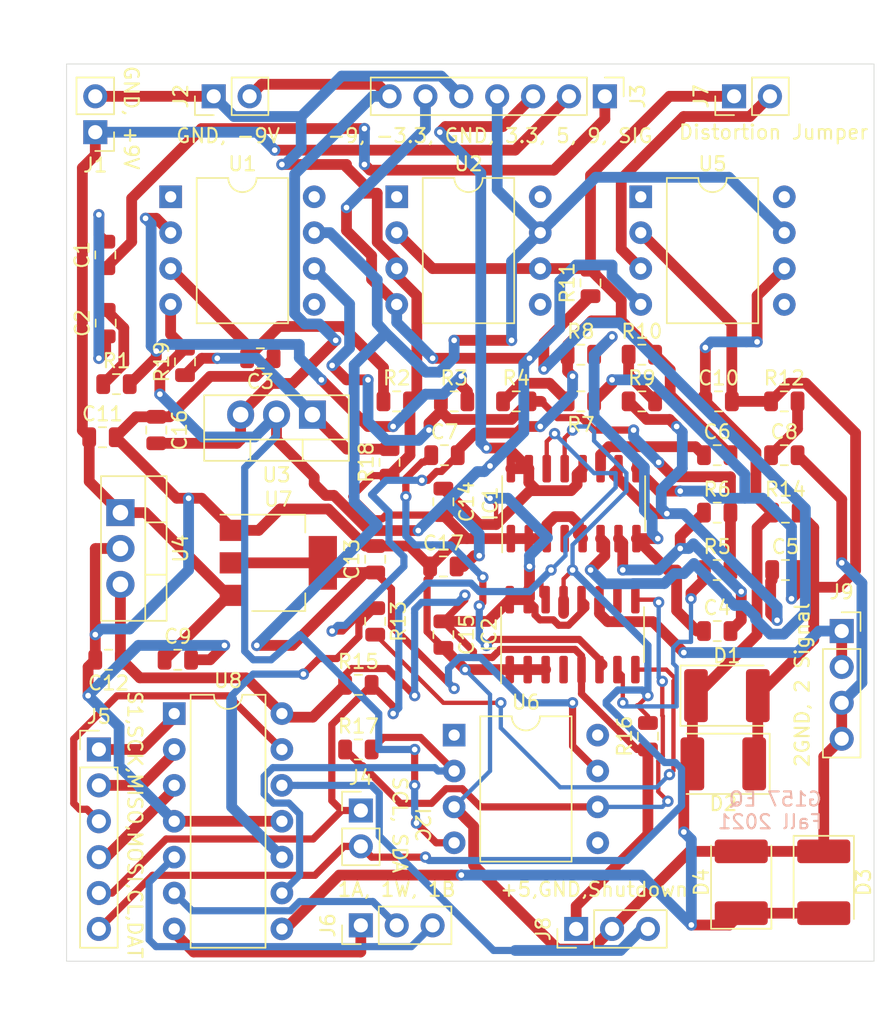
<source format=kicad_pcb>
(kicad_pcb (version 20171130) (host pcbnew "(5.1.5)-3")

  (general
    (thickness 1.6)
    (drawings 14)
    (tracks 959)
    (zones 0)
    (modules 59)
    (nets 43)
  )

  (page A4)
  (layers
    (0 F.Cu signal)
    (31 B.Cu signal)
    (32 B.Adhes user)
    (33 F.Adhes user)
    (34 B.Paste user)
    (35 F.Paste user)
    (36 B.SilkS user)
    (37 F.SilkS user)
    (38 B.Mask user)
    (39 F.Mask user)
    (40 Dwgs.User user)
    (41 Cmts.User user)
    (42 Eco1.User user)
    (43 Eco2.User user)
    (44 Edge.Cuts user)
    (45 Margin user)
    (46 B.CrtYd user)
    (47 F.CrtYd user)
    (48 B.Fab user)
    (49 F.Fab user)
  )

  (setup
    (last_trace_width 0.25)
    (user_trace_width 0.2032)
    (user_trace_width 0.3048)
    (user_trace_width 0.508)
    (user_trace_width 0.762)
    (trace_clearance 0.2)
    (zone_clearance 0.508)
    (zone_45_only no)
    (trace_min 0.2)
    (via_size 0.8)
    (via_drill 0.4)
    (via_min_size 0.4)
    (via_min_drill 0.3)
    (uvia_size 0.3)
    (uvia_drill 0.1)
    (uvias_allowed no)
    (uvia_min_size 0.2)
    (uvia_min_drill 0.1)
    (edge_width 0.05)
    (segment_width 0.2)
    (pcb_text_width 0.3)
    (pcb_text_size 1.5 1.5)
    (mod_edge_width 0.12)
    (mod_text_size 1 1)
    (mod_text_width 0.15)
    (pad_size 1.524 1.524)
    (pad_drill 0.762)
    (pad_to_mask_clearance 0.051)
    (solder_mask_min_width 0.25)
    (aux_axis_origin 0 0)
    (visible_elements 7FFFFFFF)
    (pcbplotparams
      (layerselection 0x010fc_ffffffff)
      (usegerberextensions false)
      (usegerberattributes false)
      (usegerberadvancedattributes false)
      (creategerberjobfile false)
      (excludeedgelayer true)
      (linewidth 0.100000)
      (plotframeref false)
      (viasonmask false)
      (mode 1)
      (useauxorigin false)
      (hpglpennumber 1)
      (hpglpenspeed 20)
      (hpglpendiameter 15.000000)
      (psnegative false)
      (psa4output false)
      (plotreference true)
      (plotvalue true)
      (plotinvisibletext false)
      (padsonsilk false)
      (subtractmaskfromsilk false)
      (outputformat 1)
      (mirror false)
      (drillshape 1)
      (scaleselection 1)
      (outputdirectory ""))
  )

  (net 0 "")
  (net 1 IncomingSignal)
  (net 2 "Net-(C1-Pad2)")
  (net 3 "Net-(C2-Pad2)")
  (net 4 GND)
  (net 5 "Net-(C3-Pad2)")
  (net 6 "Net-(C4-Pad2)")
  (net 7 "Net-(C4-Pad1)")
  (net 8 "Net-(C5-Pad1)")
  (net 9 "Net-(C5-Pad2)")
  (net 10 "Net-(C6-Pad1)")
  (net 11 "Net-(C6-Pad2)")
  (net 12 "Net-(C7-Pad1)")
  (net 13 "Net-(C8-Pad1)")
  (net 14 9V)
  (net 15 "Net-(C10-Pad1)")
  (net 16 "Net-(C10-Pad2)")
  (net 17 5V)
  (net 18 3.3V)
  (net 19 -9V)
  (net 20 -3.3V)
  (net 21 "Net-(IC1-Pad6)")
  (net 22 I2C_SDA1)
  (net 23 I2C_SCL1)
  (net 24 "Net-(IC2-Pad11)")
  (net 25 "Net-(IC2-Pad9)")
  (net 26 "Net-(IC2-Pad8)")
  (net 27 "Net-(IC2-Pad7)")
  (net 28 SPI_NSS1)
  (net 29 SPI_SCK1)
  (net 30 SPI_MISO1)
  (net 31 SPI_MOSI1)
  (net 32 "Net-(J6-Pad3)")
  (net 33 "Net-(J6-Pad2)")
  (net 34 "Net-(J6-Pad1)")
  (net 35 "Net-(J7-Pad2)")
  (net 36 "Net-(J8-Pad3)")
  (net 37 "Net-(R1-Pad2)")
  (net 38 "Net-(R3-Pad1)")
  (net 39 "Net-(R4-Pad1)")
  (net 40 "Net-(R10-Pad1)")
  (net 41 "Net-(R17-Pad2)")
  (net 42 "Net-(R18-Pad2)")

  (net_class Default "This is the default net class."
    (clearance 0.2)
    (trace_width 0.25)
    (via_dia 0.8)
    (via_drill 0.4)
    (uvia_dia 0.3)
    (uvia_drill 0.1)
    (add_net -3.3V)
    (add_net -9V)
    (add_net 3.3V)
    (add_net 5V)
    (add_net 9V)
    (add_net GND)
    (add_net I2C_SCL1)
    (add_net I2C_SDA1)
    (add_net IncomingSignal)
    (add_net "Net-(C1-Pad2)")
    (add_net "Net-(C10-Pad1)")
    (add_net "Net-(C10-Pad2)")
    (add_net "Net-(C2-Pad2)")
    (add_net "Net-(C3-Pad2)")
    (add_net "Net-(C4-Pad1)")
    (add_net "Net-(C4-Pad2)")
    (add_net "Net-(C5-Pad1)")
    (add_net "Net-(C5-Pad2)")
    (add_net "Net-(C6-Pad1)")
    (add_net "Net-(C6-Pad2)")
    (add_net "Net-(C7-Pad1)")
    (add_net "Net-(C8-Pad1)")
    (add_net "Net-(IC1-Pad6)")
    (add_net "Net-(IC2-Pad11)")
    (add_net "Net-(IC2-Pad7)")
    (add_net "Net-(IC2-Pad8)")
    (add_net "Net-(IC2-Pad9)")
    (add_net "Net-(J6-Pad1)")
    (add_net "Net-(J6-Pad2)")
    (add_net "Net-(J6-Pad3)")
    (add_net "Net-(J7-Pad2)")
    (add_net "Net-(J8-Pad3)")
    (add_net "Net-(R1-Pad2)")
    (add_net "Net-(R10-Pad1)")
    (add_net "Net-(R17-Pad2)")
    (add_net "Net-(R18-Pad2)")
    (add_net "Net-(R3-Pad1)")
    (add_net "Net-(R4-Pad1)")
    (add_net SPI_MISO1)
    (add_net SPI_MOSI1)
    (add_net SPI_NSS1)
    (add_net SPI_SCK1)
  )

  (module Package_TO_SOT_THT:TO-220-3_Vertical (layer F.Cu) (tedit 5AC8BA0D) (tstamp 6169F880)
    (at 89.027 105.8418 180)
    (descr "TO-220-3, Vertical, RM 2.54mm, see https://www.vishay.com/docs/66542/to-220-1.pdf")
    (tags "TO-220-3 Vertical RM 2.54mm")
    (path /6179A988)
    (fp_text reference U3 (at 2.54 -4.27) (layer F.SilkS)
      (effects (font (size 1 1) (thickness 0.15)))
    )
    (fp_text value LM137_TO3 (at 2.54 2.5) (layer F.Fab)
      (effects (font (size 1 1) (thickness 0.15)))
    )
    (fp_text user %R (at 2.54 -4.27) (layer F.Fab)
      (effects (font (size 1 1) (thickness 0.15)))
    )
    (fp_line (start 7.79 -3.4) (end -2.71 -3.4) (layer F.CrtYd) (width 0.05))
    (fp_line (start 7.79 1.51) (end 7.79 -3.4) (layer F.CrtYd) (width 0.05))
    (fp_line (start -2.71 1.51) (end 7.79 1.51) (layer F.CrtYd) (width 0.05))
    (fp_line (start -2.71 -3.4) (end -2.71 1.51) (layer F.CrtYd) (width 0.05))
    (fp_line (start 4.391 -3.27) (end 4.391 -1.76) (layer F.SilkS) (width 0.12))
    (fp_line (start 0.69 -3.27) (end 0.69 -1.76) (layer F.SilkS) (width 0.12))
    (fp_line (start -2.58 -1.76) (end 7.66 -1.76) (layer F.SilkS) (width 0.12))
    (fp_line (start 7.66 -3.27) (end 7.66 1.371) (layer F.SilkS) (width 0.12))
    (fp_line (start -2.58 -3.27) (end -2.58 1.371) (layer F.SilkS) (width 0.12))
    (fp_line (start -2.58 1.371) (end 7.66 1.371) (layer F.SilkS) (width 0.12))
    (fp_line (start -2.58 -3.27) (end 7.66 -3.27) (layer F.SilkS) (width 0.12))
    (fp_line (start 4.39 -3.15) (end 4.39 -1.88) (layer F.Fab) (width 0.1))
    (fp_line (start 0.69 -3.15) (end 0.69 -1.88) (layer F.Fab) (width 0.1))
    (fp_line (start -2.46 -1.88) (end 7.54 -1.88) (layer F.Fab) (width 0.1))
    (fp_line (start 7.54 -3.15) (end -2.46 -3.15) (layer F.Fab) (width 0.1))
    (fp_line (start 7.54 1.25) (end 7.54 -3.15) (layer F.Fab) (width 0.1))
    (fp_line (start -2.46 1.25) (end 7.54 1.25) (layer F.Fab) (width 0.1))
    (fp_line (start -2.46 -3.15) (end -2.46 1.25) (layer F.Fab) (width 0.1))
    (pad 3 thru_hole oval (at 5.08 0 180) (size 1.905 2) (drill 1.1) (layers *.Cu *.Mask)
      (net 19 -9V))
    (pad 2 thru_hole oval (at 2.54 0 180) (size 1.905 2) (drill 1.1) (layers *.Cu *.Mask)
      (net 20 -3.3V))
    (pad 1 thru_hole rect (at 0 0 180) (size 1.905 2) (drill 1.1) (layers *.Cu *.Mask)
      (net 42 "Net-(R18-Pad2)"))
    (model ${KISYS3DMOD}/Package_TO_SOT_THT.3dshapes/TO-220-3_Vertical.wrl
      (at (xyz 0 0 0))
      (scale (xyz 1 1 1))
      (rotate (xyz 0 0 0))
    )
  )

  (module Capacitor_SMD:C_0805_2012Metric (layer F.Cu) (tedit 5B36C52B) (tstamp 6169F46E)
    (at 74.3712 94.5388 90)
    (descr "Capacitor SMD 0805 (2012 Metric), square (rectangular) end terminal, IPC_7351 nominal, (Body size source: https://docs.google.com/spreadsheets/d/1BsfQQcO9C6DZCsRaXUlFlo91Tg2WpOkGARC1WS5S8t0/edit?usp=sharing), generated with kicad-footprint-generator")
    (tags capacitor)
    (path /612FCB51)
    (attr smd)
    (fp_text reference C1 (at 0 -1.65 90) (layer F.SilkS)
      (effects (font (size 1 1) (thickness 0.15)))
    )
    (fp_text value "4.7 micro" (at 0 1.65 90) (layer F.Fab)
      (effects (font (size 1 1) (thickness 0.15)))
    )
    (fp_line (start -1 0.6) (end -1 -0.6) (layer F.Fab) (width 0.1))
    (fp_line (start -1 -0.6) (end 1 -0.6) (layer F.Fab) (width 0.1))
    (fp_line (start 1 -0.6) (end 1 0.6) (layer F.Fab) (width 0.1))
    (fp_line (start 1 0.6) (end -1 0.6) (layer F.Fab) (width 0.1))
    (fp_line (start -0.258578 -0.71) (end 0.258578 -0.71) (layer F.SilkS) (width 0.12))
    (fp_line (start -0.258578 0.71) (end 0.258578 0.71) (layer F.SilkS) (width 0.12))
    (fp_line (start -1.68 0.95) (end -1.68 -0.95) (layer F.CrtYd) (width 0.05))
    (fp_line (start -1.68 -0.95) (end 1.68 -0.95) (layer F.CrtYd) (width 0.05))
    (fp_line (start 1.68 -0.95) (end 1.68 0.95) (layer F.CrtYd) (width 0.05))
    (fp_line (start 1.68 0.95) (end -1.68 0.95) (layer F.CrtYd) (width 0.05))
    (fp_text user %R (at 0 0 90) (layer F.Fab)
      (effects (font (size 0.5 0.5) (thickness 0.08)))
    )
    (pad 1 smd roundrect (at -0.9375 0 90) (size 0.975 1.4) (layers F.Cu F.Paste F.Mask) (roundrect_rratio 0.25)
      (net 1 IncomingSignal))
    (pad 2 smd roundrect (at 0.9375 0 90) (size 0.975 1.4) (layers F.Cu F.Paste F.Mask) (roundrect_rratio 0.25)
      (net 2 "Net-(C1-Pad2)"))
    (model ${KISYS3DMOD}/Capacitor_SMD.3dshapes/C_0805_2012Metric.wrl
      (at (xyz 0 0 0))
      (scale (xyz 1 1 1))
      (rotate (xyz 0 0 0))
    )
  )

  (module Capacitor_SMD:C_0805_2012Metric (layer F.Cu) (tedit 5B36C52B) (tstamp 6169F47F)
    (at 74.3966 99.3648 90)
    (descr "Capacitor SMD 0805 (2012 Metric), square (rectangular) end terminal, IPC_7351 nominal, (Body size source: https://docs.google.com/spreadsheets/d/1BsfQQcO9C6DZCsRaXUlFlo91Tg2WpOkGARC1WS5S8t0/edit?usp=sharing), generated with kicad-footprint-generator")
    (tags capacitor)
    (path /612FDFD0)
    (attr smd)
    (fp_text reference C2 (at 0 -1.65 90) (layer F.SilkS)
      (effects (font (size 1 1) (thickness 0.15)))
    )
    (fp_text value "4.7 micro" (at -0.2032 1.7272 90) (layer F.Fab)
      (effects (font (size 1 1) (thickness 0.15)))
    )
    (fp_text user %R (at 0.0508 0 90) (layer F.Fab)
      (effects (font (size 0.5 0.5) (thickness 0.08)))
    )
    (fp_line (start 1.68 0.95) (end -1.68 0.95) (layer F.CrtYd) (width 0.05))
    (fp_line (start 1.68 -0.95) (end 1.68 0.95) (layer F.CrtYd) (width 0.05))
    (fp_line (start -1.68 -0.95) (end 1.68 -0.95) (layer F.CrtYd) (width 0.05))
    (fp_line (start -1.68 0.95) (end -1.68 -0.95) (layer F.CrtYd) (width 0.05))
    (fp_line (start -0.258578 0.71) (end 0.258578 0.71) (layer F.SilkS) (width 0.12))
    (fp_line (start -0.258578 -0.71) (end 0.258578 -0.71) (layer F.SilkS) (width 0.12))
    (fp_line (start 1 0.6) (end -1 0.6) (layer F.Fab) (width 0.1))
    (fp_line (start 1 -0.6) (end 1 0.6) (layer F.Fab) (width 0.1))
    (fp_line (start -1 -0.6) (end 1 -0.6) (layer F.Fab) (width 0.1))
    (fp_line (start -1 0.6) (end -1 -0.6) (layer F.Fab) (width 0.1))
    (pad 2 smd roundrect (at 0.9375 0 90) (size 0.975 1.4) (layers F.Cu F.Paste F.Mask) (roundrect_rratio 0.25)
      (net 3 "Net-(C2-Pad2)"))
    (pad 1 smd roundrect (at -0.9375 0 90) (size 0.975 1.4) (layers F.Cu F.Paste F.Mask) (roundrect_rratio 0.25)
      (net 2 "Net-(C1-Pad2)"))
    (model ${KISYS3DMOD}/Capacitor_SMD.3dshapes/C_0805_2012Metric.wrl
      (at (xyz 0 0 0))
      (scale (xyz 1 1 1))
      (rotate (xyz 0 0 0))
    )
  )

  (module Capacitor_SMD:C_0805_2012Metric (layer F.Cu) (tedit 5B36C52B) (tstamp 6169F490)
    (at 85.344 101.854 180)
    (descr "Capacitor SMD 0805 (2012 Metric), square (rectangular) end terminal, IPC_7351 nominal, (Body size source: https://docs.google.com/spreadsheets/d/1BsfQQcO9C6DZCsRaXUlFlo91Tg2WpOkGARC1WS5S8t0/edit?usp=sharing), generated with kicad-footprint-generator")
    (tags capacitor)
    (path /61306B77)
    (attr smd)
    (fp_text reference C3 (at 0 -1.65) (layer F.SilkS)
      (effects (font (size 1 1) (thickness 0.15)))
    )
    (fp_text value 1nF (at 0 1.65) (layer F.Fab)
      (effects (font (size 1 1) (thickness 0.15)))
    )
    (fp_line (start -1 0.6) (end -1 -0.6) (layer F.Fab) (width 0.1))
    (fp_line (start -1 -0.6) (end 1 -0.6) (layer F.Fab) (width 0.1))
    (fp_line (start 1 -0.6) (end 1 0.6) (layer F.Fab) (width 0.1))
    (fp_line (start 1 0.6) (end -1 0.6) (layer F.Fab) (width 0.1))
    (fp_line (start -0.258578 -0.71) (end 0.258578 -0.71) (layer F.SilkS) (width 0.12))
    (fp_line (start -0.258578 0.71) (end 0.258578 0.71) (layer F.SilkS) (width 0.12))
    (fp_line (start -1.68 0.95) (end -1.68 -0.95) (layer F.CrtYd) (width 0.05))
    (fp_line (start -1.68 -0.95) (end 1.68 -0.95) (layer F.CrtYd) (width 0.05))
    (fp_line (start 1.68 -0.95) (end 1.68 0.95) (layer F.CrtYd) (width 0.05))
    (fp_line (start 1.68 0.95) (end -1.68 0.95) (layer F.CrtYd) (width 0.05))
    (fp_text user %R (at 0 0) (layer F.Fab)
      (effects (font (size 0.5 0.5) (thickness 0.08)))
    )
    (pad 1 smd roundrect (at -0.9375 0 180) (size 0.975 1.4) (layers F.Cu F.Paste F.Mask) (roundrect_rratio 0.25)
      (net 4 GND))
    (pad 2 smd roundrect (at 0.9375 0 180) (size 0.975 1.4) (layers F.Cu F.Paste F.Mask) (roundrect_rratio 0.25)
      (net 5 "Net-(C3-Pad2)"))
    (model ${KISYS3DMOD}/Capacitor_SMD.3dshapes/C_0805_2012Metric.wrl
      (at (xyz 0 0 0))
      (scale (xyz 1 1 1))
      (rotate (xyz 0 0 0))
    )
  )

  (module Capacitor_SMD:C_0805_2012Metric (layer F.Cu) (tedit 5B36C52B) (tstamp 6169F4A1)
    (at 117.6805 121.158)
    (descr "Capacitor SMD 0805 (2012 Metric), square (rectangular) end terminal, IPC_7351 nominal, (Body size source: https://docs.google.com/spreadsheets/d/1BsfQQcO9C6DZCsRaXUlFlo91Tg2WpOkGARC1WS5S8t0/edit?usp=sharing), generated with kicad-footprint-generator")
    (tags capacitor)
    (path /614617F6)
    (attr smd)
    (fp_text reference C4 (at 0 -1.65) (layer F.SilkS)
      (effects (font (size 1 1) (thickness 0.15)))
    )
    (fp_text value "1.1k p" (at 0 1.65) (layer F.Fab)
      (effects (font (size 1 1) (thickness 0.15)))
    )
    (fp_text user %R (at 0 0) (layer F.Fab)
      (effects (font (size 0.5 0.5) (thickness 0.08)))
    )
    (fp_line (start 1.68 0.95) (end -1.68 0.95) (layer F.CrtYd) (width 0.05))
    (fp_line (start 1.68 -0.95) (end 1.68 0.95) (layer F.CrtYd) (width 0.05))
    (fp_line (start -1.68 -0.95) (end 1.68 -0.95) (layer F.CrtYd) (width 0.05))
    (fp_line (start -1.68 0.95) (end -1.68 -0.95) (layer F.CrtYd) (width 0.05))
    (fp_line (start -0.258578 0.71) (end 0.258578 0.71) (layer F.SilkS) (width 0.12))
    (fp_line (start -0.258578 -0.71) (end 0.258578 -0.71) (layer F.SilkS) (width 0.12))
    (fp_line (start 1 0.6) (end -1 0.6) (layer F.Fab) (width 0.1))
    (fp_line (start 1 -0.6) (end 1 0.6) (layer F.Fab) (width 0.1))
    (fp_line (start -1 -0.6) (end 1 -0.6) (layer F.Fab) (width 0.1))
    (fp_line (start -1 0.6) (end -1 -0.6) (layer F.Fab) (width 0.1))
    (pad 2 smd roundrect (at 0.9375 0) (size 0.975 1.4) (layers F.Cu F.Paste F.Mask) (roundrect_rratio 0.25)
      (net 6 "Net-(C4-Pad2)"))
    (pad 1 smd roundrect (at -0.9375 0) (size 0.975 1.4) (layers F.Cu F.Paste F.Mask) (roundrect_rratio 0.25)
      (net 7 "Net-(C4-Pad1)"))
    (model ${KISYS3DMOD}/Capacitor_SMD.3dshapes/C_0805_2012Metric.wrl
      (at (xyz 0 0 0))
      (scale (xyz 1 1 1))
      (rotate (xyz 0 0 0))
    )
  )

  (module Capacitor_SMD:C_0805_2012Metric (layer F.Cu) (tedit 5B36C52B) (tstamp 6169F4B2)
    (at 122.5065 116.84)
    (descr "Capacitor SMD 0805 (2012 Metric), square (rectangular) end terminal, IPC_7351 nominal, (Body size source: https://docs.google.com/spreadsheets/d/1BsfQQcO9C6DZCsRaXUlFlo91Tg2WpOkGARC1WS5S8t0/edit?usp=sharing), generated with kicad-footprint-generator")
    (tags capacitor)
    (path /614667D2)
    (attr smd)
    (fp_text reference C5 (at 0 -1.65) (layer F.SilkS)
      (effects (font (size 1 1) (thickness 0.15)))
    )
    (fp_text value "4.7 micro" (at 0 1.65) (layer F.Fab)
      (effects (font (size 1 1) (thickness 0.15)))
    )
    (fp_line (start -1 0.6) (end -1 -0.6) (layer F.Fab) (width 0.1))
    (fp_line (start -1 -0.6) (end 1 -0.6) (layer F.Fab) (width 0.1))
    (fp_line (start 1 -0.6) (end 1 0.6) (layer F.Fab) (width 0.1))
    (fp_line (start 1 0.6) (end -1 0.6) (layer F.Fab) (width 0.1))
    (fp_line (start -0.258578 -0.71) (end 0.258578 -0.71) (layer F.SilkS) (width 0.12))
    (fp_line (start -0.258578 0.71) (end 0.258578 0.71) (layer F.SilkS) (width 0.12))
    (fp_line (start -1.68 0.95) (end -1.68 -0.95) (layer F.CrtYd) (width 0.05))
    (fp_line (start -1.68 -0.95) (end 1.68 -0.95) (layer F.CrtYd) (width 0.05))
    (fp_line (start 1.68 -0.95) (end 1.68 0.95) (layer F.CrtYd) (width 0.05))
    (fp_line (start 1.68 0.95) (end -1.68 0.95) (layer F.CrtYd) (width 0.05))
    (fp_text user %R (at 0 0) (layer F.Fab)
      (effects (font (size 0.5 0.5) (thickness 0.08)))
    )
    (pad 1 smd roundrect (at -0.9375 0) (size 0.975 1.4) (layers F.Cu F.Paste F.Mask) (roundrect_rratio 0.25)
      (net 8 "Net-(C5-Pad1)"))
    (pad 2 smd roundrect (at 0.9375 0) (size 0.975 1.4) (layers F.Cu F.Paste F.Mask) (roundrect_rratio 0.25)
      (net 9 "Net-(C5-Pad2)"))
    (model ${KISYS3DMOD}/Capacitor_SMD.3dshapes/C_0805_2012Metric.wrl
      (at (xyz 0 0 0))
      (scale (xyz 1 1 1))
      (rotate (xyz 0 0 0))
    )
  )

  (module Capacitor_SMD:C_0805_2012Metric (layer F.Cu) (tedit 5B36C52B) (tstamp 6169F4C3)
    (at 117.6805 108.712)
    (descr "Capacitor SMD 0805 (2012 Metric), square (rectangular) end terminal, IPC_7351 nominal, (Body size source: https://docs.google.com/spreadsheets/d/1BsfQQcO9C6DZCsRaXUlFlo91Tg2WpOkGARC1WS5S8t0/edit?usp=sharing), generated with kicad-footprint-generator")
    (tags capacitor)
    (path /61477CDD)
    (attr smd)
    (fp_text reference C6 (at 0 -1.65) (layer F.SilkS)
      (effects (font (size 1 1) (thickness 0.15)))
    )
    (fp_text value "4.7 microF" (at 0 1.65) (layer F.Fab)
      (effects (font (size 1 1) (thickness 0.15)))
    )
    (fp_line (start -1 0.6) (end -1 -0.6) (layer F.Fab) (width 0.1))
    (fp_line (start -1 -0.6) (end 1 -0.6) (layer F.Fab) (width 0.1))
    (fp_line (start 1 -0.6) (end 1 0.6) (layer F.Fab) (width 0.1))
    (fp_line (start 1 0.6) (end -1 0.6) (layer F.Fab) (width 0.1))
    (fp_line (start -0.258578 -0.71) (end 0.258578 -0.71) (layer F.SilkS) (width 0.12))
    (fp_line (start -0.258578 0.71) (end 0.258578 0.71) (layer F.SilkS) (width 0.12))
    (fp_line (start -1.68 0.95) (end -1.68 -0.95) (layer F.CrtYd) (width 0.05))
    (fp_line (start -1.68 -0.95) (end 1.68 -0.95) (layer F.CrtYd) (width 0.05))
    (fp_line (start 1.68 -0.95) (end 1.68 0.95) (layer F.CrtYd) (width 0.05))
    (fp_line (start 1.68 0.95) (end -1.68 0.95) (layer F.CrtYd) (width 0.05))
    (fp_text user %R (at 0 0) (layer F.Fab)
      (effects (font (size 0.5 0.5) (thickness 0.08)))
    )
    (pad 1 smd roundrect (at -0.9375 0) (size 0.975 1.4) (layers F.Cu F.Paste F.Mask) (roundrect_rratio 0.25)
      (net 10 "Net-(C6-Pad1)"))
    (pad 2 smd roundrect (at 0.9375 0) (size 0.975 1.4) (layers F.Cu F.Paste F.Mask) (roundrect_rratio 0.25)
      (net 11 "Net-(C6-Pad2)"))
    (model ${KISYS3DMOD}/Capacitor_SMD.3dshapes/C_0805_2012Metric.wrl
      (at (xyz 0 0 0))
      (scale (xyz 1 1 1))
      (rotate (xyz 0 0 0))
    )
  )

  (module Capacitor_SMD:C_0805_2012Metric (layer F.Cu) (tedit 5B36C52B) (tstamp 6169F4D4)
    (at 98.3765 108.712)
    (descr "Capacitor SMD 0805 (2012 Metric), square (rectangular) end terminal, IPC_7351 nominal, (Body size source: https://docs.google.com/spreadsheets/d/1BsfQQcO9C6DZCsRaXUlFlo91Tg2WpOkGARC1WS5S8t0/edit?usp=sharing), generated with kicad-footprint-generator")
    (tags capacitor)
    (path /61467AB0)
    (attr smd)
    (fp_text reference C7 (at 0 -1.65) (layer F.SilkS)
      (effects (font (size 1 1) (thickness 0.15)))
    )
    (fp_text value "3.3k p" (at 0 1.65) (layer F.Fab)
      (effects (font (size 1 1) (thickness 0.15)))
    )
    (fp_text user %R (at 0 0) (layer F.Fab)
      (effects (font (size 0.5 0.5) (thickness 0.08)))
    )
    (fp_line (start 1.68 0.95) (end -1.68 0.95) (layer F.CrtYd) (width 0.05))
    (fp_line (start 1.68 -0.95) (end 1.68 0.95) (layer F.CrtYd) (width 0.05))
    (fp_line (start -1.68 -0.95) (end 1.68 -0.95) (layer F.CrtYd) (width 0.05))
    (fp_line (start -1.68 0.95) (end -1.68 -0.95) (layer F.CrtYd) (width 0.05))
    (fp_line (start -0.258578 0.71) (end 0.258578 0.71) (layer F.SilkS) (width 0.12))
    (fp_line (start -0.258578 -0.71) (end 0.258578 -0.71) (layer F.SilkS) (width 0.12))
    (fp_line (start 1 0.6) (end -1 0.6) (layer F.Fab) (width 0.1))
    (fp_line (start 1 -0.6) (end 1 0.6) (layer F.Fab) (width 0.1))
    (fp_line (start -1 -0.6) (end 1 -0.6) (layer F.Fab) (width 0.1))
    (fp_line (start -1 0.6) (end -1 -0.6) (layer F.Fab) (width 0.1))
    (pad 2 smd roundrect (at 0.9375 0) (size 0.975 1.4) (layers F.Cu F.Paste F.Mask) (roundrect_rratio 0.25)
      (net 11 "Net-(C6-Pad2)"))
    (pad 1 smd roundrect (at -0.9375 0) (size 0.975 1.4) (layers F.Cu F.Paste F.Mask) (roundrect_rratio 0.25)
      (net 12 "Net-(C7-Pad1)"))
    (model ${KISYS3DMOD}/Capacitor_SMD.3dshapes/C_0805_2012Metric.wrl
      (at (xyz 0 0 0))
      (scale (xyz 1 1 1))
      (rotate (xyz 0 0 0))
    )
  )

  (module Capacitor_SMD:C_0805_2012Metric (layer F.Cu) (tedit 5B36C52B) (tstamp 6169F4E5)
    (at 122.428 108.712)
    (descr "Capacitor SMD 0805 (2012 Metric), square (rectangular) end terminal, IPC_7351 nominal, (Body size source: https://docs.google.com/spreadsheets/d/1BsfQQcO9C6DZCsRaXUlFlo91Tg2WpOkGARC1WS5S8t0/edit?usp=sharing), generated with kicad-footprint-generator")
    (tags capacitor)
    (path /61576DB5)
    (attr smd)
    (fp_text reference C8 (at 0 -1.65) (layer F.SilkS)
      (effects (font (size 1 1) (thickness 0.15)))
    )
    (fp_text value 1microF (at 0 1.6256) (layer F.Fab)
      (effects (font (size 1 1) (thickness 0.15)))
    )
    (fp_text user %R (at 0 0) (layer F.Fab)
      (effects (font (size 0.5 0.5) (thickness 0.08)))
    )
    (fp_line (start 1.68 0.95) (end -1.68 0.95) (layer F.CrtYd) (width 0.05))
    (fp_line (start 1.68 -0.95) (end 1.68 0.95) (layer F.CrtYd) (width 0.05))
    (fp_line (start -1.68 -0.95) (end 1.68 -0.95) (layer F.CrtYd) (width 0.05))
    (fp_line (start -1.68 0.95) (end -1.68 -0.95) (layer F.CrtYd) (width 0.05))
    (fp_line (start -0.258578 0.71) (end 0.258578 0.71) (layer F.SilkS) (width 0.12))
    (fp_line (start -0.258578 -0.71) (end 0.258578 -0.71) (layer F.SilkS) (width 0.12))
    (fp_line (start 1 0.6) (end -1 0.6) (layer F.Fab) (width 0.1))
    (fp_line (start 1 -0.6) (end 1 0.6) (layer F.Fab) (width 0.1))
    (fp_line (start -1 -0.6) (end 1 -0.6) (layer F.Fab) (width 0.1))
    (fp_line (start -1 0.6) (end -1 -0.6) (layer F.Fab) (width 0.1))
    (pad 2 smd roundrect (at 0.9375 0) (size 0.975 1.4) (layers F.Cu F.Paste F.Mask) (roundrect_rratio 0.25)
      (net 4 GND))
    (pad 1 smd roundrect (at -0.9375 0) (size 0.975 1.4) (layers F.Cu F.Paste F.Mask) (roundrect_rratio 0.25)
      (net 13 "Net-(C8-Pad1)"))
    (model ${KISYS3DMOD}/Capacitor_SMD.3dshapes/C_0805_2012Metric.wrl
      (at (xyz 0 0 0))
      (scale (xyz 1 1 1))
      (rotate (xyz 0 0 0))
    )
  )

  (module Capacitor_SMD:C_0805_2012Metric (layer F.Cu) (tedit 5B36C52B) (tstamp 6169F4F6)
    (at 79.502 123.19)
    (descr "Capacitor SMD 0805 (2012 Metric), square (rectangular) end terminal, IPC_7351 nominal, (Body size source: https://docs.google.com/spreadsheets/d/1BsfQQcO9C6DZCsRaXUlFlo91Tg2WpOkGARC1WS5S8t0/edit?usp=sharing), generated with kicad-footprint-generator")
    (tags capacitor)
    (path /617FEF54)
    (attr smd)
    (fp_text reference C9 (at 0 -1.65) (layer F.SilkS)
      (effects (font (size 1 1) (thickness 0.15)))
    )
    (fp_text value 0.33micro (at 0 1.65) (layer F.Fab)
      (effects (font (size 1 1) (thickness 0.15)))
    )
    (fp_text user %R (at 0 0) (layer F.Fab)
      (effects (font (size 0.5 0.5) (thickness 0.08)))
    )
    (fp_line (start 1.68 0.95) (end -1.68 0.95) (layer F.CrtYd) (width 0.05))
    (fp_line (start 1.68 -0.95) (end 1.68 0.95) (layer F.CrtYd) (width 0.05))
    (fp_line (start -1.68 -0.95) (end 1.68 -0.95) (layer F.CrtYd) (width 0.05))
    (fp_line (start -1.68 0.95) (end -1.68 -0.95) (layer F.CrtYd) (width 0.05))
    (fp_line (start -0.258578 0.71) (end 0.258578 0.71) (layer F.SilkS) (width 0.12))
    (fp_line (start -0.258578 -0.71) (end 0.258578 -0.71) (layer F.SilkS) (width 0.12))
    (fp_line (start 1 0.6) (end -1 0.6) (layer F.Fab) (width 0.1))
    (fp_line (start 1 -0.6) (end 1 0.6) (layer F.Fab) (width 0.1))
    (fp_line (start -1 -0.6) (end 1 -0.6) (layer F.Fab) (width 0.1))
    (fp_line (start -1 0.6) (end -1 -0.6) (layer F.Fab) (width 0.1))
    (pad 2 smd roundrect (at 0.9375 0) (size 0.975 1.4) (layers F.Cu F.Paste F.Mask) (roundrect_rratio 0.25)
      (net 4 GND))
    (pad 1 smd roundrect (at -0.9375 0) (size 0.975 1.4) (layers F.Cu F.Paste F.Mask) (roundrect_rratio 0.25)
      (net 14 9V))
    (model ${KISYS3DMOD}/Capacitor_SMD.3dshapes/C_0805_2012Metric.wrl
      (at (xyz 0 0 0))
      (scale (xyz 1 1 1))
      (rotate (xyz 0 0 0))
    )
  )

  (module Capacitor_SMD:C_0805_2012Metric (layer F.Cu) (tedit 5B36C52B) (tstamp 6169F507)
    (at 117.7775 104.902)
    (descr "Capacitor SMD 0805 (2012 Metric), square (rectangular) end terminal, IPC_7351 nominal, (Body size source: https://docs.google.com/spreadsheets/d/1BsfQQcO9C6DZCsRaXUlFlo91Tg2WpOkGARC1WS5S8t0/edit?usp=sharing), generated with kicad-footprint-generator")
    (tags capacitor)
    (path /6158452A)
    (attr smd)
    (fp_text reference C10 (at 0 -1.65) (layer F.SilkS)
      (effects (font (size 1 1) (thickness 0.15)))
    )
    (fp_text value 470pf (at 0 1.65) (layer F.Fab)
      (effects (font (size 1 1) (thickness 0.15)))
    )
    (fp_line (start -1 0.6) (end -1 -0.6) (layer F.Fab) (width 0.1))
    (fp_line (start -1 -0.6) (end 1 -0.6) (layer F.Fab) (width 0.1))
    (fp_line (start 1 -0.6) (end 1 0.6) (layer F.Fab) (width 0.1))
    (fp_line (start 1 0.6) (end -1 0.6) (layer F.Fab) (width 0.1))
    (fp_line (start -0.258578 -0.71) (end 0.258578 -0.71) (layer F.SilkS) (width 0.12))
    (fp_line (start -0.258578 0.71) (end 0.258578 0.71) (layer F.SilkS) (width 0.12))
    (fp_line (start -1.68 0.95) (end -1.68 -0.95) (layer F.CrtYd) (width 0.05))
    (fp_line (start -1.68 -0.95) (end 1.68 -0.95) (layer F.CrtYd) (width 0.05))
    (fp_line (start 1.68 -0.95) (end 1.68 0.95) (layer F.CrtYd) (width 0.05))
    (fp_line (start 1.68 0.95) (end -1.68 0.95) (layer F.CrtYd) (width 0.05))
    (fp_text user %R (at 0 0) (layer F.Fab)
      (effects (font (size 0.5 0.5) (thickness 0.08)))
    )
    (pad 1 smd roundrect (at -0.9375 0) (size 0.975 1.4) (layers F.Cu F.Paste F.Mask) (roundrect_rratio 0.25)
      (net 15 "Net-(C10-Pad1)"))
    (pad 2 smd roundrect (at 0.9375 0) (size 0.975 1.4) (layers F.Cu F.Paste F.Mask) (roundrect_rratio 0.25)
      (net 16 "Net-(C10-Pad2)"))
    (model ${KISYS3DMOD}/Capacitor_SMD.3dshapes/C_0805_2012Metric.wrl
      (at (xyz 0 0 0))
      (scale (xyz 1 1 1))
      (rotate (xyz 0 0 0))
    )
  )

  (module Capacitor_SMD:C_0805_2012Metric (layer F.Cu) (tedit 5B36C52B) (tstamp 6169F518)
    (at 74.168 107.442)
    (descr "Capacitor SMD 0805 (2012 Metric), square (rectangular) end terminal, IPC_7351 nominal, (Body size source: https://docs.google.com/spreadsheets/d/1BsfQQcO9C6DZCsRaXUlFlo91Tg2WpOkGARC1WS5S8t0/edit?usp=sharing), generated with kicad-footprint-generator")
    (tags capacitor)
    (path /61857156)
    (attr smd)
    (fp_text reference C11 (at 0 -1.65) (layer F.SilkS)
      (effects (font (size 1 1) (thickness 0.15)))
    )
    (fp_text value 100nF (at 0 1.65) (layer F.Fab)
      (effects (font (size 1 1) (thickness 0.15)))
    )
    (fp_line (start -1 0.6) (end -1 -0.6) (layer F.Fab) (width 0.1))
    (fp_line (start -1 -0.6) (end 1 -0.6) (layer F.Fab) (width 0.1))
    (fp_line (start 1 -0.6) (end 1 0.6) (layer F.Fab) (width 0.1))
    (fp_line (start 1 0.6) (end -1 0.6) (layer F.Fab) (width 0.1))
    (fp_line (start -0.258578 -0.71) (end 0.258578 -0.71) (layer F.SilkS) (width 0.12))
    (fp_line (start -0.258578 0.71) (end 0.258578 0.71) (layer F.SilkS) (width 0.12))
    (fp_line (start -1.68 0.95) (end -1.68 -0.95) (layer F.CrtYd) (width 0.05))
    (fp_line (start -1.68 -0.95) (end 1.68 -0.95) (layer F.CrtYd) (width 0.05))
    (fp_line (start 1.68 -0.95) (end 1.68 0.95) (layer F.CrtYd) (width 0.05))
    (fp_line (start 1.68 0.95) (end -1.68 0.95) (layer F.CrtYd) (width 0.05))
    (fp_text user %R (at 0 0) (layer F.Fab)
      (effects (font (size 0.5 0.5) (thickness 0.08)))
    )
    (pad 1 smd roundrect (at -0.9375 0) (size 0.975 1.4) (layers F.Cu F.Paste F.Mask) (roundrect_rratio 0.25)
      (net 14 9V))
    (pad 2 smd roundrect (at 0.9375 0) (size 0.975 1.4) (layers F.Cu F.Paste F.Mask) (roundrect_rratio 0.25)
      (net 4 GND))
    (model ${KISYS3DMOD}/Capacitor_SMD.3dshapes/C_0805_2012Metric.wrl
      (at (xyz 0 0 0))
      (scale (xyz 1 1 1))
      (rotate (xyz 0 0 0))
    )
  )

  (module Capacitor_SMD:C_0805_2012Metric (layer F.Cu) (tedit 5B36C52B) (tstamp 6169F529)
    (at 74.5975 123.19 180)
    (descr "Capacitor SMD 0805 (2012 Metric), square (rectangular) end terminal, IPC_7351 nominal, (Body size source: https://docs.google.com/spreadsheets/d/1BsfQQcO9C6DZCsRaXUlFlo91Tg2WpOkGARC1WS5S8t0/edit?usp=sharing), generated with kicad-footprint-generator")
    (tags capacitor)
    (path /617FFEFE)
    (attr smd)
    (fp_text reference C12 (at 0 -1.65) (layer F.SilkS)
      (effects (font (size 1 1) (thickness 0.15)))
    )
    (fp_text value 0.1micro (at 0 1.65) (layer F.Fab)
      (effects (font (size 1 1) (thickness 0.15)))
    )
    (fp_line (start -1 0.6) (end -1 -0.6) (layer F.Fab) (width 0.1))
    (fp_line (start -1 -0.6) (end 1 -0.6) (layer F.Fab) (width 0.1))
    (fp_line (start 1 -0.6) (end 1 0.6) (layer F.Fab) (width 0.1))
    (fp_line (start 1 0.6) (end -1 0.6) (layer F.Fab) (width 0.1))
    (fp_line (start -0.258578 -0.71) (end 0.258578 -0.71) (layer F.SilkS) (width 0.12))
    (fp_line (start -0.258578 0.71) (end 0.258578 0.71) (layer F.SilkS) (width 0.12))
    (fp_line (start -1.68 0.95) (end -1.68 -0.95) (layer F.CrtYd) (width 0.05))
    (fp_line (start -1.68 -0.95) (end 1.68 -0.95) (layer F.CrtYd) (width 0.05))
    (fp_line (start 1.68 -0.95) (end 1.68 0.95) (layer F.CrtYd) (width 0.05))
    (fp_line (start 1.68 0.95) (end -1.68 0.95) (layer F.CrtYd) (width 0.05))
    (fp_text user %R (at 0 0) (layer F.Fab)
      (effects (font (size 0.5 0.5) (thickness 0.08)))
    )
    (pad 1 smd roundrect (at -0.9375 0 180) (size 0.975 1.4) (layers F.Cu F.Paste F.Mask) (roundrect_rratio 0.25)
      (net 17 5V))
    (pad 2 smd roundrect (at 0.9375 0 180) (size 0.975 1.4) (layers F.Cu F.Paste F.Mask) (roundrect_rratio 0.25)
      (net 4 GND))
    (model ${KISYS3DMOD}/Capacitor_SMD.3dshapes/C_0805_2012Metric.wrl
      (at (xyz 0 0 0))
      (scale (xyz 1 1 1))
      (rotate (xyz 0 0 0))
    )
  )

  (module Capacitor_SMD:C_0805_2012Metric (layer F.Cu) (tedit 5B36C52B) (tstamp 6169F53A)
    (at 93.472 116.078 90)
    (descr "Capacitor SMD 0805 (2012 Metric), square (rectangular) end terminal, IPC_7351 nominal, (Body size source: https://docs.google.com/spreadsheets/d/1BsfQQcO9C6DZCsRaXUlFlo91Tg2WpOkGARC1WS5S8t0/edit?usp=sharing), generated with kicad-footprint-generator")
    (tags capacitor)
    (path /61857A72)
    (attr smd)
    (fp_text reference C13 (at 0 -1.65 90) (layer F.SilkS)
      (effects (font (size 1 1) (thickness 0.15)))
    )
    (fp_text value 10microF (at 0 1.65 90) (layer F.Fab)
      (effects (font (size 1 1) (thickness 0.15)))
    )
    (fp_text user %R (at 0 0 90) (layer F.Fab)
      (effects (font (size 0.5 0.5) (thickness 0.08)))
    )
    (fp_line (start 1.68 0.95) (end -1.68 0.95) (layer F.CrtYd) (width 0.05))
    (fp_line (start 1.68 -0.95) (end 1.68 0.95) (layer F.CrtYd) (width 0.05))
    (fp_line (start -1.68 -0.95) (end 1.68 -0.95) (layer F.CrtYd) (width 0.05))
    (fp_line (start -1.68 0.95) (end -1.68 -0.95) (layer F.CrtYd) (width 0.05))
    (fp_line (start -0.258578 0.71) (end 0.258578 0.71) (layer F.SilkS) (width 0.12))
    (fp_line (start -0.258578 -0.71) (end 0.258578 -0.71) (layer F.SilkS) (width 0.12))
    (fp_line (start 1 0.6) (end -1 0.6) (layer F.Fab) (width 0.1))
    (fp_line (start 1 -0.6) (end 1 0.6) (layer F.Fab) (width 0.1))
    (fp_line (start -1 -0.6) (end 1 -0.6) (layer F.Fab) (width 0.1))
    (fp_line (start -1 0.6) (end -1 -0.6) (layer F.Fab) (width 0.1))
    (pad 2 smd roundrect (at 0.9375 0 90) (size 0.975 1.4) (layers F.Cu F.Paste F.Mask) (roundrect_rratio 0.25)
      (net 4 GND))
    (pad 1 smd roundrect (at -0.9375 0 90) (size 0.975 1.4) (layers F.Cu F.Paste F.Mask) (roundrect_rratio 0.25)
      (net 18 3.3V))
    (model ${KISYS3DMOD}/Capacitor_SMD.3dshapes/C_0805_2012Metric.wrl
      (at (xyz 0 0 0))
      (scale (xyz 1 1 1))
      (rotate (xyz 0 0 0))
    )
  )

  (module Capacitor_SMD:C_0805_2012Metric (layer F.Cu) (tedit 5B36C52B) (tstamp 6169F54B)
    (at 98.298 112.014 270)
    (descr "Capacitor SMD 0805 (2012 Metric), square (rectangular) end terminal, IPC_7351 nominal, (Body size source: https://docs.google.com/spreadsheets/d/1BsfQQcO9C6DZCsRaXUlFlo91Tg2WpOkGARC1WS5S8t0/edit?usp=sharing), generated with kicad-footprint-generator")
    (tags capacitor)
    (path /61669D46)
    (attr smd)
    (fp_text reference C14 (at 0 -1.65 90) (layer F.SilkS)
      (effects (font (size 1 1) (thickness 0.15)))
    )
    (fp_text value 1nF (at 0 1.65 90) (layer F.Fab)
      (effects (font (size 1 1) (thickness 0.15)))
    )
    (fp_line (start -1 0.6) (end -1 -0.6) (layer F.Fab) (width 0.1))
    (fp_line (start -1 -0.6) (end 1 -0.6) (layer F.Fab) (width 0.1))
    (fp_line (start 1 -0.6) (end 1 0.6) (layer F.Fab) (width 0.1))
    (fp_line (start 1 0.6) (end -1 0.6) (layer F.Fab) (width 0.1))
    (fp_line (start -0.258578 -0.71) (end 0.258578 -0.71) (layer F.SilkS) (width 0.12))
    (fp_line (start -0.258578 0.71) (end 0.258578 0.71) (layer F.SilkS) (width 0.12))
    (fp_line (start -1.68 0.95) (end -1.68 -0.95) (layer F.CrtYd) (width 0.05))
    (fp_line (start -1.68 -0.95) (end 1.68 -0.95) (layer F.CrtYd) (width 0.05))
    (fp_line (start 1.68 -0.95) (end 1.68 0.95) (layer F.CrtYd) (width 0.05))
    (fp_line (start 1.68 0.95) (end -1.68 0.95) (layer F.CrtYd) (width 0.05))
    (fp_text user %R (at 0 0 270) (layer F.Fab)
      (effects (font (size 0.5 0.5) (thickness 0.08)))
    )
    (pad 1 smd roundrect (at -0.9375 0 270) (size 0.975 1.4) (layers F.Cu F.Paste F.Mask) (roundrect_rratio 0.25)
      (net 17 5V))
    (pad 2 smd roundrect (at 0.9375 0 270) (size 0.975 1.4) (layers F.Cu F.Paste F.Mask) (roundrect_rratio 0.25)
      (net 4 GND))
    (model ${KISYS3DMOD}/Capacitor_SMD.3dshapes/C_0805_2012Metric.wrl
      (at (xyz 0 0 0))
      (scale (xyz 1 1 1))
      (rotate (xyz 0 0 0))
    )
  )

  (module Capacitor_SMD:C_0805_2012Metric (layer F.Cu) (tedit 5B36C52B) (tstamp 6169F55C)
    (at 98.298 121.412 270)
    (descr "Capacitor SMD 0805 (2012 Metric), square (rectangular) end terminal, IPC_7351 nominal, (Body size source: https://docs.google.com/spreadsheets/d/1BsfQQcO9C6DZCsRaXUlFlo91Tg2WpOkGARC1WS5S8t0/edit?usp=sharing), generated with kicad-footprint-generator")
    (tags capacitor)
    (path /6166A83D)
    (attr smd)
    (fp_text reference C15 (at 0 -1.65 90) (layer F.SilkS)
      (effects (font (size 1 1) (thickness 0.15)))
    )
    (fp_text value 1nF (at 0 1.65 90) (layer F.Fab)
      (effects (font (size 1 1) (thickness 0.15)))
    )
    (fp_text user %R (at 0 0 90) (layer F.Fab)
      (effects (font (size 0.5 0.5) (thickness 0.08)))
    )
    (fp_line (start 1.68 0.95) (end -1.68 0.95) (layer F.CrtYd) (width 0.05))
    (fp_line (start 1.68 -0.95) (end 1.68 0.95) (layer F.CrtYd) (width 0.05))
    (fp_line (start -1.68 -0.95) (end 1.68 -0.95) (layer F.CrtYd) (width 0.05))
    (fp_line (start -1.68 0.95) (end -1.68 -0.95) (layer F.CrtYd) (width 0.05))
    (fp_line (start -0.258578 0.71) (end 0.258578 0.71) (layer F.SilkS) (width 0.12))
    (fp_line (start -0.258578 -0.71) (end 0.258578 -0.71) (layer F.SilkS) (width 0.12))
    (fp_line (start 1 0.6) (end -1 0.6) (layer F.Fab) (width 0.1))
    (fp_line (start 1 -0.6) (end 1 0.6) (layer F.Fab) (width 0.1))
    (fp_line (start -1 -0.6) (end 1 -0.6) (layer F.Fab) (width 0.1))
    (fp_line (start -1 0.6) (end -1 -0.6) (layer F.Fab) (width 0.1))
    (pad 2 smd roundrect (at 0.9375 0 270) (size 0.975 1.4) (layers F.Cu F.Paste F.Mask) (roundrect_rratio 0.25)
      (net 4 GND))
    (pad 1 smd roundrect (at -0.9375 0 270) (size 0.975 1.4) (layers F.Cu F.Paste F.Mask) (roundrect_rratio 0.25)
      (net 17 5V))
    (model ${KISYS3DMOD}/Capacitor_SMD.3dshapes/C_0805_2012Metric.wrl
      (at (xyz 0 0 0))
      (scale (xyz 1 1 1))
      (rotate (xyz 0 0 0))
    )
  )

  (module Capacitor_SMD:C_0805_2012Metric (layer F.Cu) (tedit 5B36C52B) (tstamp 6169F56D)
    (at 77.978 106.934 270)
    (descr "Capacitor SMD 0805 (2012 Metric), square (rectangular) end terminal, IPC_7351 nominal, (Body size source: https://docs.google.com/spreadsheets/d/1BsfQQcO9C6DZCsRaXUlFlo91Tg2WpOkGARC1WS5S8t0/edit?usp=sharing), generated with kicad-footprint-generator")
    (tags capacitor)
    (path /6168D39D)
    (attr smd)
    (fp_text reference C16 (at 0 -1.65 90) (layer F.SilkS)
      (effects (font (size 1 1) (thickness 0.15)))
    )
    (fp_text value 1microF (at -0.1755 1.65 90) (layer F.Fab)
      (effects (font (size 1 1) (thickness 0.15)))
    )
    (fp_line (start -1 0.6) (end -1 -0.6) (layer F.Fab) (width 0.1))
    (fp_line (start -1 -0.6) (end 1 -0.6) (layer F.Fab) (width 0.1))
    (fp_line (start 1 -0.6) (end 1 0.6) (layer F.Fab) (width 0.1))
    (fp_line (start 1 0.6) (end -1 0.6) (layer F.Fab) (width 0.1))
    (fp_line (start -0.258578 -0.71) (end 0.258578 -0.71) (layer F.SilkS) (width 0.12))
    (fp_line (start -0.258578 0.71) (end 0.258578 0.71) (layer F.SilkS) (width 0.12))
    (fp_line (start -1.68 0.95) (end -1.68 -0.95) (layer F.CrtYd) (width 0.05))
    (fp_line (start -1.68 -0.95) (end 1.68 -0.95) (layer F.CrtYd) (width 0.05))
    (fp_line (start 1.68 -0.95) (end 1.68 0.95) (layer F.CrtYd) (width 0.05))
    (fp_line (start 1.68 0.95) (end -1.68 0.95) (layer F.CrtYd) (width 0.05))
    (fp_text user %R (at 0 0 90) (layer F.Fab)
      (effects (font (size 0.5 0.5) (thickness 0.08)))
    )
    (pad 1 smd roundrect (at -0.9375 0 270) (size 0.975 1.4) (layers F.Cu F.Paste F.Mask) (roundrect_rratio 0.25)
      (net 4 GND))
    (pad 2 smd roundrect (at 0.9375 0 270) (size 0.975 1.4) (layers F.Cu F.Paste F.Mask) (roundrect_rratio 0.25)
      (net 19 -9V))
    (model ${KISYS3DMOD}/Capacitor_SMD.3dshapes/C_0805_2012Metric.wrl
      (at (xyz 0 0 0))
      (scale (xyz 1 1 1))
      (rotate (xyz 0 0 0))
    )
  )

  (module Capacitor_SMD:C_0805_2012Metric (layer F.Cu) (tedit 5B36C52B) (tstamp 6169F57E)
    (at 98.298 116.586)
    (descr "Capacitor SMD 0805 (2012 Metric), square (rectangular) end terminal, IPC_7351 nominal, (Body size source: https://docs.google.com/spreadsheets/d/1BsfQQcO9C6DZCsRaXUlFlo91Tg2WpOkGARC1WS5S8t0/edit?usp=sharing), generated with kicad-footprint-generator")
    (tags capacitor)
    (path /61698E18)
    (attr smd)
    (fp_text reference C17 (at 0 -1.65) (layer F.SilkS)
      (effects (font (size 1 1) (thickness 0.15)))
    )
    (fp_text value 1microF (at 0 1.65) (layer F.Fab)
      (effects (font (size 1 1) (thickness 0.15)))
    )
    (fp_text user %R (at 0 0) (layer F.Fab)
      (effects (font (size 0.5 0.5) (thickness 0.08)))
    )
    (fp_line (start 1.68 0.95) (end -1.68 0.95) (layer F.CrtYd) (width 0.05))
    (fp_line (start 1.68 -0.95) (end 1.68 0.95) (layer F.CrtYd) (width 0.05))
    (fp_line (start -1.68 -0.95) (end 1.68 -0.95) (layer F.CrtYd) (width 0.05))
    (fp_line (start -1.68 0.95) (end -1.68 -0.95) (layer F.CrtYd) (width 0.05))
    (fp_line (start -0.258578 0.71) (end 0.258578 0.71) (layer F.SilkS) (width 0.12))
    (fp_line (start -0.258578 -0.71) (end 0.258578 -0.71) (layer F.SilkS) (width 0.12))
    (fp_line (start 1 0.6) (end -1 0.6) (layer F.Fab) (width 0.1))
    (fp_line (start 1 -0.6) (end 1 0.6) (layer F.Fab) (width 0.1))
    (fp_line (start -1 -0.6) (end 1 -0.6) (layer F.Fab) (width 0.1))
    (fp_line (start -1 0.6) (end -1 -0.6) (layer F.Fab) (width 0.1))
    (pad 2 smd roundrect (at 0.9375 0) (size 0.975 1.4) (layers F.Cu F.Paste F.Mask) (roundrect_rratio 0.25)
      (net 20 -3.3V))
    (pad 1 smd roundrect (at -0.9375 0) (size 0.975 1.4) (layers F.Cu F.Paste F.Mask) (roundrect_rratio 0.25)
      (net 4 GND))
    (model ${KISYS3DMOD}/Capacitor_SMD.3dshapes/C_0805_2012Metric.wrl
      (at (xyz 0 0 0))
      (scale (xyz 1 1 1))
      (rotate (xyz 0 0 0))
    )
  )

  (module Diode_SMD:D_2114_3652Metric (layer F.Cu) (tedit 5B301BBE) (tstamp 6169F591)
    (at 118.364 125.73)
    (descr "Diode SMD 2114 (3652 Metric), square (rectangular) end terminal, IPC_7351 nominal, (Body size from: http://datasheets.avx.com/schottky.pdf), generated with kicad-footprint-generator")
    (tags diode)
    (path /615784BF)
    (attr smd)
    (fp_text reference D1 (at 0 -2.82) (layer F.SilkS)
      (effects (font (size 1 1) (thickness 0.15)))
    )
    (fp_text value D (at 0 2.82) (layer F.Fab)
      (effects (font (size 1 1) (thickness 0.15)))
    )
    (fp_line (start 2.6 -1.8) (end -1.7 -1.8) (layer F.Fab) (width 0.1))
    (fp_line (start -1.7 -1.8) (end -2.6 -0.9) (layer F.Fab) (width 0.1))
    (fp_line (start -2.6 -0.9) (end -2.6 1.8) (layer F.Fab) (width 0.1))
    (fp_line (start -2.6 1.8) (end 2.6 1.8) (layer F.Fab) (width 0.1))
    (fp_line (start 2.6 1.8) (end 2.6 -1.8) (layer F.Fab) (width 0.1))
    (fp_line (start 2.6 -2.135) (end -3.285 -2.135) (layer F.SilkS) (width 0.12))
    (fp_line (start -3.285 -2.135) (end -3.285 2.135) (layer F.SilkS) (width 0.12))
    (fp_line (start -3.285 2.135) (end 2.6 2.135) (layer F.SilkS) (width 0.12))
    (fp_line (start -3.28 2.12) (end -3.28 -2.12) (layer F.CrtYd) (width 0.05))
    (fp_line (start -3.28 -2.12) (end 3.28 -2.12) (layer F.CrtYd) (width 0.05))
    (fp_line (start 3.28 -2.12) (end 3.28 2.12) (layer F.CrtYd) (width 0.05))
    (fp_line (start 3.28 2.12) (end -3.28 2.12) (layer F.CrtYd) (width 0.05))
    (fp_text user %R (at 0 0) (layer F.Fab)
      (effects (font (size 1 1) (thickness 0.15)))
    )
    (pad 1 smd roundrect (at -2.1875 0) (size 1.675 3.75) (layers F.Cu F.Paste F.Mask) (roundrect_rratio 0.149254)
      (net 15 "Net-(C10-Pad1)"))
    (pad 2 smd roundrect (at 2.1875 0) (size 1.675 3.75) (layers F.Cu F.Paste F.Mask) (roundrect_rratio 0.149254)
      (net 16 "Net-(C10-Pad2)"))
    (model ${KISYS3DMOD}/Diode_SMD.3dshapes/D_2114_3652Metric.wrl
      (at (xyz 0 0 0))
      (scale (xyz 1 1 1))
      (rotate (xyz 0 0 0))
    )
  )

  (module Diode_SMD:D_2114_3652Metric (layer F.Cu) (tedit 5B301BBE) (tstamp 6169F5A4)
    (at 118.11 130.556 180)
    (descr "Diode SMD 2114 (3652 Metric), square (rectangular) end terminal, IPC_7351 nominal, (Body size from: http://datasheets.avx.com/schottky.pdf), generated with kicad-footprint-generator")
    (tags diode)
    (path /6157A12C)
    (attr smd)
    (fp_text reference D2 (at 0 -2.82) (layer F.SilkS)
      (effects (font (size 1 1) (thickness 0.15)))
    )
    (fp_text value D (at 0 2.82) (layer F.Fab)
      (effects (font (size 1 1) (thickness 0.15)))
    )
    (fp_text user %R (at 0 0) (layer F.Fab)
      (effects (font (size 1 1) (thickness 0.15)))
    )
    (fp_line (start 3.28 2.12) (end -3.28 2.12) (layer F.CrtYd) (width 0.05))
    (fp_line (start 3.28 -2.12) (end 3.28 2.12) (layer F.CrtYd) (width 0.05))
    (fp_line (start -3.28 -2.12) (end 3.28 -2.12) (layer F.CrtYd) (width 0.05))
    (fp_line (start -3.28 2.12) (end -3.28 -2.12) (layer F.CrtYd) (width 0.05))
    (fp_line (start -3.285 2.135) (end 2.6 2.135) (layer F.SilkS) (width 0.12))
    (fp_line (start -3.285 -2.135) (end -3.285 2.135) (layer F.SilkS) (width 0.12))
    (fp_line (start 2.6 -2.135) (end -3.285 -2.135) (layer F.SilkS) (width 0.12))
    (fp_line (start 2.6 1.8) (end 2.6 -1.8) (layer F.Fab) (width 0.1))
    (fp_line (start -2.6 1.8) (end 2.6 1.8) (layer F.Fab) (width 0.1))
    (fp_line (start -2.6 -0.9) (end -2.6 1.8) (layer F.Fab) (width 0.1))
    (fp_line (start -1.7 -1.8) (end -2.6 -0.9) (layer F.Fab) (width 0.1))
    (fp_line (start 2.6 -1.8) (end -1.7 -1.8) (layer F.Fab) (width 0.1))
    (pad 2 smd roundrect (at 2.1875 0 180) (size 1.675 3.75) (layers F.Cu F.Paste F.Mask) (roundrect_rratio 0.149254)
      (net 15 "Net-(C10-Pad1)"))
    (pad 1 smd roundrect (at -2.1875 0 180) (size 1.675 3.75) (layers F.Cu F.Paste F.Mask) (roundrect_rratio 0.149254)
      (net 16 "Net-(C10-Pad2)"))
    (model ${KISYS3DMOD}/Diode_SMD.3dshapes/D_2114_3652Metric.wrl
      (at (xyz 0 0 0))
      (scale (xyz 1 1 1))
      (rotate (xyz 0 0 0))
    )
  )

  (module Diode_SMD:D_2114_3652Metric (layer F.Cu) (tedit 5B301BBE) (tstamp 6169F5B7)
    (at 125.222 138.938 270)
    (descr "Diode SMD 2114 (3652 Metric), square (rectangular) end terminal, IPC_7351 nominal, (Body size from: http://datasheets.avx.com/schottky.pdf), generated with kicad-footprint-generator")
    (tags diode)
    (path /6158EA0F)
    (attr smd)
    (fp_text reference D3 (at 0 -2.82 90) (layer F.SilkS)
      (effects (font (size 1 1) (thickness 0.15)))
    )
    (fp_text value D (at 0 2.82 90) (layer F.Fab)
      (effects (font (size 1 1) (thickness 0.15)))
    )
    (fp_line (start 2.6 -1.8) (end -1.7 -1.8) (layer F.Fab) (width 0.1))
    (fp_line (start -1.7 -1.8) (end -2.6 -0.9) (layer F.Fab) (width 0.1))
    (fp_line (start -2.6 -0.9) (end -2.6 1.8) (layer F.Fab) (width 0.1))
    (fp_line (start -2.6 1.8) (end 2.6 1.8) (layer F.Fab) (width 0.1))
    (fp_line (start 2.6 1.8) (end 2.6 -1.8) (layer F.Fab) (width 0.1))
    (fp_line (start 2.6 -2.135) (end -3.285 -2.135) (layer F.SilkS) (width 0.12))
    (fp_line (start -3.285 -2.135) (end -3.285 2.135) (layer F.SilkS) (width 0.12))
    (fp_line (start -3.285 2.135) (end 2.6 2.135) (layer F.SilkS) (width 0.12))
    (fp_line (start -3.28 2.12) (end -3.28 -2.12) (layer F.CrtYd) (width 0.05))
    (fp_line (start -3.28 -2.12) (end 3.28 -2.12) (layer F.CrtYd) (width 0.05))
    (fp_line (start 3.28 -2.12) (end 3.28 2.12) (layer F.CrtYd) (width 0.05))
    (fp_line (start 3.28 2.12) (end -3.28 2.12) (layer F.CrtYd) (width 0.05))
    (fp_text user %R (at 0 0 90) (layer F.Fab)
      (effects (font (size 1 1) (thickness 0.15)))
    )
    (pad 1 smd roundrect (at -2.1875 0 270) (size 1.675 3.75) (layers F.Cu F.Paste F.Mask) (roundrect_rratio 0.149254)
      (net 4 GND))
    (pad 2 smd roundrect (at 2.1875 0 270) (size 1.675 3.75) (layers F.Cu F.Paste F.Mask) (roundrect_rratio 0.149254)
      (net 15 "Net-(C10-Pad1)"))
    (model ${KISYS3DMOD}/Diode_SMD.3dshapes/D_2114_3652Metric.wrl
      (at (xyz 0 0 0))
      (scale (xyz 1 1 1))
      (rotate (xyz 0 0 0))
    )
  )

  (module Diode_SMD:D_2114_3652Metric (layer F.Cu) (tedit 5B301BBE) (tstamp 6169F5CA)
    (at 119.38 138.938 90)
    (descr "Diode SMD 2114 (3652 Metric), square (rectangular) end terminal, IPC_7351 nominal, (Body size from: http://datasheets.avx.com/schottky.pdf), generated with kicad-footprint-generator")
    (tags diode)
    (path /6158F88D)
    (attr smd)
    (fp_text reference D4 (at 0 -2.82 90) (layer F.SilkS)
      (effects (font (size 1 1) (thickness 0.15)))
    )
    (fp_text value D (at 0 2.82 90) (layer F.Fab)
      (effects (font (size 1 1) (thickness 0.15)))
    )
    (fp_text user %R (at 0 0 90) (layer F.Fab)
      (effects (font (size 1 1) (thickness 0.15)))
    )
    (fp_line (start 3.28 2.12) (end -3.28 2.12) (layer F.CrtYd) (width 0.05))
    (fp_line (start 3.28 -2.12) (end 3.28 2.12) (layer F.CrtYd) (width 0.05))
    (fp_line (start -3.28 -2.12) (end 3.28 -2.12) (layer F.CrtYd) (width 0.05))
    (fp_line (start -3.28 2.12) (end -3.28 -2.12) (layer F.CrtYd) (width 0.05))
    (fp_line (start -3.285 2.135) (end 2.6 2.135) (layer F.SilkS) (width 0.12))
    (fp_line (start -3.285 -2.135) (end -3.285 2.135) (layer F.SilkS) (width 0.12))
    (fp_line (start 2.6 -2.135) (end -3.285 -2.135) (layer F.SilkS) (width 0.12))
    (fp_line (start 2.6 1.8) (end 2.6 -1.8) (layer F.Fab) (width 0.1))
    (fp_line (start -2.6 1.8) (end 2.6 1.8) (layer F.Fab) (width 0.1))
    (fp_line (start -2.6 -0.9) (end -2.6 1.8) (layer F.Fab) (width 0.1))
    (fp_line (start -1.7 -1.8) (end -2.6 -0.9) (layer F.Fab) (width 0.1))
    (fp_line (start 2.6 -1.8) (end -1.7 -1.8) (layer F.Fab) (width 0.1))
    (pad 2 smd roundrect (at 2.1875 0 90) (size 1.675 3.75) (layers F.Cu F.Paste F.Mask) (roundrect_rratio 0.149254)
      (net 4 GND))
    (pad 1 smd roundrect (at -2.1875 0 90) (size 1.675 3.75) (layers F.Cu F.Paste F.Mask) (roundrect_rratio 0.149254)
      (net 15 "Net-(C10-Pad1)"))
    (model ${KISYS3DMOD}/Diode_SMD.3dshapes/D_2114_3652Metric.wrl
      (at (xyz 0 0 0))
      (scale (xyz 1 1 1))
      (rotate (xyz 0 0 0))
    )
  )

  (module Package_SO:SOIC-16_3.9x9.9mm_P1.27mm (layer F.Cu) (tedit 5D9F72B1) (tstamp 6169F5EC)
    (at 107.5182 112.141 90)
    (descr "SOIC, 16 Pin (JEDEC MS-012AC, https://www.analog.com/media/en/package-pcb-resources/package/pkg_pdf/soic_narrow-r/r_16.pdf), generated with kicad-footprint-generator ipc_gullwing_generator.py")
    (tags "SOIC SO")
    (path /615CDAED)
    (attr smd)
    (fp_text reference IC1 (at 0 -5.9 90) (layer F.SilkS)
      (effects (font (size 1 1) (thickness 0.15)))
    )
    (fp_text value DS1881E-050+T&R (at 0 5.9 90) (layer F.Fab)
      (effects (font (size 1 1) (thickness 0.15)))
    )
    (fp_line (start 0 5.06) (end 1.95 5.06) (layer F.SilkS) (width 0.12))
    (fp_line (start 0 5.06) (end -1.95 5.06) (layer F.SilkS) (width 0.12))
    (fp_line (start 0 -5.06) (end 1.95 -5.06) (layer F.SilkS) (width 0.12))
    (fp_line (start 0 -5.06) (end -3.45 -5.06) (layer F.SilkS) (width 0.12))
    (fp_line (start -0.975 -4.95) (end 1.95 -4.95) (layer F.Fab) (width 0.1))
    (fp_line (start 1.95 -4.95) (end 1.95 4.95) (layer F.Fab) (width 0.1))
    (fp_line (start 1.95 4.95) (end -1.95 4.95) (layer F.Fab) (width 0.1))
    (fp_line (start -1.95 4.95) (end -1.95 -3.975) (layer F.Fab) (width 0.1))
    (fp_line (start -1.95 -3.975) (end -0.975 -4.95) (layer F.Fab) (width 0.1))
    (fp_line (start -3.7 -5.2) (end -3.7 5.2) (layer F.CrtYd) (width 0.05))
    (fp_line (start -3.7 5.2) (end 3.7 5.2) (layer F.CrtYd) (width 0.05))
    (fp_line (start 3.7 5.2) (end 3.7 -5.2) (layer F.CrtYd) (width 0.05))
    (fp_line (start 3.7 -5.2) (end -3.7 -5.2) (layer F.CrtYd) (width 0.05))
    (fp_text user %R (at 0 0 90) (layer F.Fab)
      (effects (font (size 0.98 0.98) (thickness 0.15)))
    )
    (pad 1 smd roundrect (at -2.475 -4.445 90) (size 1.95 0.6) (layers F.Cu F.Paste F.Mask) (roundrect_rratio 0.25)
      (net 4 GND))
    (pad 2 smd roundrect (at -2.475 -3.175 90) (size 1.95 0.6) (layers F.Cu F.Paste F.Mask) (roundrect_rratio 0.25)
      (net 4 GND))
    (pad 3 smd roundrect (at -2.475 -1.905 90) (size 1.95 0.6) (layers F.Cu F.Paste F.Mask) (roundrect_rratio 0.25)
      (net 4 GND))
    (pad 4 smd roundrect (at -2.475 -0.635 90) (size 1.95 0.6) (layers F.Cu F.Paste F.Mask) (roundrect_rratio 0.25))
    (pad 5 smd roundrect (at -2.475 0.635 90) (size 1.95 0.6) (layers F.Cu F.Paste F.Mask) (roundrect_rratio 0.25)
      (net 4 GND))
    (pad 6 smd roundrect (at -2.475 1.905 90) (size 1.95 0.6) (layers F.Cu F.Paste F.Mask) (roundrect_rratio 0.25)
      (net 21 "Net-(IC1-Pad6)"))
    (pad 7 smd roundrect (at -2.475 3.175 90) (size 1.95 0.6) (layers F.Cu F.Paste F.Mask) (roundrect_rratio 0.25)
      (net 6 "Net-(C4-Pad2)"))
    (pad 8 smd roundrect (at -2.475 4.445 90) (size 1.95 0.6) (layers F.Cu F.Paste F.Mask) (roundrect_rratio 0.25)
      (net 7 "Net-(C4-Pad1)"))
    (pad 9 smd roundrect (at 2.475 4.445 90) (size 1.95 0.6) (layers F.Cu F.Paste F.Mask) (roundrect_rratio 0.25)
      (net 9 "Net-(C5-Pad2)"))
    (pad 10 smd roundrect (at 2.475 3.175 90) (size 1.95 0.6) (layers F.Cu F.Paste F.Mask) (roundrect_rratio 0.25)
      (net 8 "Net-(C5-Pad1)"))
    (pad 11 smd roundrect (at 2.475 1.905 90) (size 1.95 0.6) (layers F.Cu F.Paste F.Mask) (roundrect_rratio 0.25)
      (net 10 "Net-(C6-Pad1)"))
    (pad 12 smd roundrect (at 2.475 0.635 90) (size 1.95 0.6) (layers F.Cu F.Paste F.Mask) (roundrect_rratio 0.25)
      (net 17 5V))
    (pad 13 smd roundrect (at 2.475 -0.635 90) (size 1.95 0.6) (layers F.Cu F.Paste F.Mask) (roundrect_rratio 0.25)
      (net 22 I2C_SDA1))
    (pad 14 smd roundrect (at 2.475 -1.905 90) (size 1.95 0.6) (layers F.Cu F.Paste F.Mask) (roundrect_rratio 0.25)
      (net 23 I2C_SCL1))
    (pad 15 smd roundrect (at 2.475 -3.175 90) (size 1.95 0.6) (layers F.Cu F.Paste F.Mask) (roundrect_rratio 0.25)
      (net 17 5V))
    (pad 16 smd roundrect (at 2.475 -4.445 90) (size 1.95 0.6) (layers F.Cu F.Paste F.Mask) (roundrect_rratio 0.25)
      (net 17 5V))
    (model ${KISYS3DMOD}/Package_SO.3dshapes/SOIC-16_3.9x9.9mm_P1.27mm.wrl
      (at (xyz 0 0 0))
      (scale (xyz 1 1 1))
      (rotate (xyz 0 0 0))
    )
  )

  (module Package_SO:SOIC-16_3.9x9.9mm_P1.27mm (layer F.Cu) (tedit 5D9F72B1) (tstamp 6169F60E)
    (at 107.442 121.412 90)
    (descr "SOIC, 16 Pin (JEDEC MS-012AC, https://www.analog.com/media/en/package-pcb-resources/package/pkg_pdf/soic_narrow-r/r_16.pdf), generated with kicad-footprint-generator ipc_gullwing_generator.py")
    (tags "SOIC SO")
    (path /615F5099)
    (attr smd)
    (fp_text reference IC2 (at 0 -5.9 90) (layer F.SilkS)
      (effects (font (size 1 1) (thickness 0.15)))
    )
    (fp_text value DS1881E-050+T&R (at 0 5.9 90) (layer F.Fab)
      (effects (font (size 1 1) (thickness 0.15)))
    )
    (fp_text user %R (at 0 0 90) (layer F.Fab)
      (effects (font (size 0.98 0.98) (thickness 0.15)))
    )
    (fp_line (start 3.7 -5.2) (end -3.7 -5.2) (layer F.CrtYd) (width 0.05))
    (fp_line (start 3.7 5.2) (end 3.7 -5.2) (layer F.CrtYd) (width 0.05))
    (fp_line (start -3.7 5.2) (end 3.7 5.2) (layer F.CrtYd) (width 0.05))
    (fp_line (start -3.7 -5.2) (end -3.7 5.2) (layer F.CrtYd) (width 0.05))
    (fp_line (start -1.95 -3.975) (end -0.975 -4.95) (layer F.Fab) (width 0.1))
    (fp_line (start -1.95 4.95) (end -1.95 -3.975) (layer F.Fab) (width 0.1))
    (fp_line (start 1.95 4.95) (end -1.95 4.95) (layer F.Fab) (width 0.1))
    (fp_line (start 1.95 -4.95) (end 1.95 4.95) (layer F.Fab) (width 0.1))
    (fp_line (start -0.975 -4.95) (end 1.95 -4.95) (layer F.Fab) (width 0.1))
    (fp_line (start 0 -5.06) (end -3.45 -5.06) (layer F.SilkS) (width 0.12))
    (fp_line (start 0 -5.06) (end 1.95 -5.06) (layer F.SilkS) (width 0.12))
    (fp_line (start 0 5.06) (end -1.95 5.06) (layer F.SilkS) (width 0.12))
    (fp_line (start 0 5.06) (end 1.95 5.06) (layer F.SilkS) (width 0.12))
    (pad 16 smd roundrect (at 2.475 -4.445 90) (size 1.95 0.6) (layers F.Cu F.Paste F.Mask) (roundrect_rratio 0.25)
      (net 17 5V))
    (pad 15 smd roundrect (at 2.475 -3.175 90) (size 1.95 0.6) (layers F.Cu F.Paste F.Mask) (roundrect_rratio 0.25)
      (net 17 5V))
    (pad 14 smd roundrect (at 2.475 -1.905 90) (size 1.95 0.6) (layers F.Cu F.Paste F.Mask) (roundrect_rratio 0.25)
      (net 23 I2C_SCL1))
    (pad 13 smd roundrect (at 2.475 -0.635 90) (size 1.95 0.6) (layers F.Cu F.Paste F.Mask) (roundrect_rratio 0.25)
      (net 22 I2C_SDA1))
    (pad 12 smd roundrect (at 2.475 0.635 90) (size 1.95 0.6) (layers F.Cu F.Paste F.Mask) (roundrect_rratio 0.25)
      (net 17 5V))
    (pad 11 smd roundrect (at 2.475 1.905 90) (size 1.95 0.6) (layers F.Cu F.Paste F.Mask) (roundrect_rratio 0.25)
      (net 24 "Net-(IC2-Pad11)"))
    (pad 10 smd roundrect (at 2.475 3.175 90) (size 1.95 0.6) (layers F.Cu F.Paste F.Mask) (roundrect_rratio 0.25))
    (pad 9 smd roundrect (at 2.475 4.445 90) (size 1.95 0.6) (layers F.Cu F.Paste F.Mask) (roundrect_rratio 0.25)
      (net 25 "Net-(IC2-Pad9)"))
    (pad 8 smd roundrect (at -2.475 4.445 90) (size 1.95 0.6) (layers F.Cu F.Paste F.Mask) (roundrect_rratio 0.25)
      (net 26 "Net-(IC2-Pad8)"))
    (pad 7 smd roundrect (at -2.475 3.175 90) (size 1.95 0.6) (layers F.Cu F.Paste F.Mask) (roundrect_rratio 0.25)
      (net 27 "Net-(IC2-Pad7)"))
    (pad 6 smd roundrect (at -2.475 1.905 90) (size 1.95 0.6) (layers F.Cu F.Paste F.Mask) (roundrect_rratio 0.25)
      (net 12 "Net-(C7-Pad1)"))
    (pad 5 smd roundrect (at -2.475 0.635 90) (size 1.95 0.6) (layers F.Cu F.Paste F.Mask) (roundrect_rratio 0.25)
      (net 17 5V))
    (pad 4 smd roundrect (at -2.475 -0.635 90) (size 1.95 0.6) (layers F.Cu F.Paste F.Mask) (roundrect_rratio 0.25))
    (pad 3 smd roundrect (at -2.475 -1.905 90) (size 1.95 0.6) (layers F.Cu F.Paste F.Mask) (roundrect_rratio 0.25)
      (net 4 GND))
    (pad 2 smd roundrect (at -2.475 -3.175 90) (size 1.95 0.6) (layers F.Cu F.Paste F.Mask) (roundrect_rratio 0.25)
      (net 4 GND))
    (pad 1 smd roundrect (at -2.475 -4.445 90) (size 1.95 0.6) (layers F.Cu F.Paste F.Mask) (roundrect_rratio 0.25)
      (net 4 GND))
    (model ${KISYS3DMOD}/Package_SO.3dshapes/SOIC-16_3.9x9.9mm_P1.27mm.wrl
      (at (xyz 0 0 0))
      (scale (xyz 1 1 1))
      (rotate (xyz 0 0 0))
    )
  )

  (module Connector_PinHeader_2.54mm:PinHeader_1x02_P2.54mm_Vertical (layer F.Cu) (tedit 59FED5CC) (tstamp 6169F624)
    (at 73.66 85.852 180)
    (descr "Through hole straight pin header, 1x02, 2.54mm pitch, single row")
    (tags "Through hole pin header THT 1x02 2.54mm single row")
    (path /617291C3)
    (fp_text reference J1 (at 0 -2.33) (layer F.SilkS)
      (effects (font (size 1 1) (thickness 0.15)))
    )
    (fp_text value "+9V From Supply" (at 0 4.87) (layer F.Fab)
      (effects (font (size 1 1) (thickness 0.15)))
    )
    (fp_text user %R (at 0 1.27 90) (layer F.Fab)
      (effects (font (size 1 1) (thickness 0.15)))
    )
    (fp_line (start 1.8 -1.8) (end -1.8 -1.8) (layer F.CrtYd) (width 0.05))
    (fp_line (start 1.8 4.35) (end 1.8 -1.8) (layer F.CrtYd) (width 0.05))
    (fp_line (start -1.8 4.35) (end 1.8 4.35) (layer F.CrtYd) (width 0.05))
    (fp_line (start -1.8 -1.8) (end -1.8 4.35) (layer F.CrtYd) (width 0.05))
    (fp_line (start -1.33 -1.33) (end 0 -1.33) (layer F.SilkS) (width 0.12))
    (fp_line (start -1.33 0) (end -1.33 -1.33) (layer F.SilkS) (width 0.12))
    (fp_line (start -1.33 1.27) (end 1.33 1.27) (layer F.SilkS) (width 0.12))
    (fp_line (start 1.33 1.27) (end 1.33 3.87) (layer F.SilkS) (width 0.12))
    (fp_line (start -1.33 1.27) (end -1.33 3.87) (layer F.SilkS) (width 0.12))
    (fp_line (start -1.33 3.87) (end 1.33 3.87) (layer F.SilkS) (width 0.12))
    (fp_line (start -1.27 -0.635) (end -0.635 -1.27) (layer F.Fab) (width 0.1))
    (fp_line (start -1.27 3.81) (end -1.27 -0.635) (layer F.Fab) (width 0.1))
    (fp_line (start 1.27 3.81) (end -1.27 3.81) (layer F.Fab) (width 0.1))
    (fp_line (start 1.27 -1.27) (end 1.27 3.81) (layer F.Fab) (width 0.1))
    (fp_line (start -0.635 -1.27) (end 1.27 -1.27) (layer F.Fab) (width 0.1))
    (pad 2 thru_hole oval (at 0 2.54 180) (size 1.7 1.7) (drill 1) (layers *.Cu *.Mask)
      (net 4 GND))
    (pad 1 thru_hole rect (at 0 0 180) (size 1.7 1.7) (drill 1) (layers *.Cu *.Mask)
      (net 14 9V))
    (model ${KISYS3DMOD}/Connector_PinHeader_2.54mm.3dshapes/PinHeader_1x02_P2.54mm_Vertical.wrl
      (at (xyz 0 0 0))
      (scale (xyz 1 1 1))
      (rotate (xyz 0 0 0))
    )
  )

  (module Connector_PinHeader_2.54mm:PinHeader_1x02_P2.54mm_Vertical (layer F.Cu) (tedit 59FED5CC) (tstamp 6169F63A)
    (at 82.042 83.312 90)
    (descr "Through hole straight pin header, 1x02, 2.54mm pitch, single row")
    (tags "Through hole pin header THT 1x02 2.54mm single row")
    (path /6172A8F0)
    (fp_text reference J2 (at 0 -2.33 90) (layer F.SilkS)
      (effects (font (size 1 1) (thickness 0.15)))
    )
    (fp_text value "-9V From Supply" (at 0 4.87 90) (layer F.Fab)
      (effects (font (size 1 1) (thickness 0.15)))
    )
    (fp_line (start -0.635 -1.27) (end 1.27 -1.27) (layer F.Fab) (width 0.1))
    (fp_line (start 1.27 -1.27) (end 1.27 3.81) (layer F.Fab) (width 0.1))
    (fp_line (start 1.27 3.81) (end -1.27 3.81) (layer F.Fab) (width 0.1))
    (fp_line (start -1.27 3.81) (end -1.27 -0.635) (layer F.Fab) (width 0.1))
    (fp_line (start -1.27 -0.635) (end -0.635 -1.27) (layer F.Fab) (width 0.1))
    (fp_line (start -1.33 3.87) (end 1.33 3.87) (layer F.SilkS) (width 0.12))
    (fp_line (start -1.33 1.27) (end -1.33 3.87) (layer F.SilkS) (width 0.12))
    (fp_line (start 1.33 1.27) (end 1.33 3.87) (layer F.SilkS) (width 0.12))
    (fp_line (start -1.33 1.27) (end 1.33 1.27) (layer F.SilkS) (width 0.12))
    (fp_line (start -1.33 0) (end -1.33 -1.33) (layer F.SilkS) (width 0.12))
    (fp_line (start -1.33 -1.33) (end 0 -1.33) (layer F.SilkS) (width 0.12))
    (fp_line (start -1.8 -1.8) (end -1.8 4.35) (layer F.CrtYd) (width 0.05))
    (fp_line (start -1.8 4.35) (end 1.8 4.35) (layer F.CrtYd) (width 0.05))
    (fp_line (start 1.8 4.35) (end 1.8 -1.8) (layer F.CrtYd) (width 0.05))
    (fp_line (start 1.8 -1.8) (end -1.8 -1.8) (layer F.CrtYd) (width 0.05))
    (fp_text user %R (at 0 1.27) (layer F.Fab)
      (effects (font (size 1 1) (thickness 0.15)))
    )
    (pad 1 thru_hole rect (at 0 0 90) (size 1.7 1.7) (drill 1) (layers *.Cu *.Mask)
      (net 4 GND))
    (pad 2 thru_hole oval (at 0 2.54 90) (size 1.7 1.7) (drill 1) (layers *.Cu *.Mask)
      (net 19 -9V))
    (model ${KISYS3DMOD}/Connector_PinHeader_2.54mm.3dshapes/PinHeader_1x02_P2.54mm_Vertical.wrl
      (at (xyz 0 0 0))
      (scale (xyz 1 1 1))
      (rotate (xyz 0 0 0))
    )
  )

  (module Connector_PinHeader_2.54mm:PinHeader_1x07_P2.54mm_Vertical (layer F.Cu) (tedit 59FED5CC) (tstamp 6169F655)
    (at 109.728 83.312 270)
    (descr "Through hole straight pin header, 1x07, 2.54mm pitch, single row")
    (tags "Through hole pin header THT 1x07 2.54mm single row")
    (path /616D5E4B)
    (fp_text reference J3 (at 0 -2.33 90) (layer F.SilkS)
      (effects (font (size 1 1) (thickness 0.15)))
    )
    (fp_text value "Power/Sig Pins" (at 0 17.57 90) (layer F.Fab)
      (effects (font (size 1 1) (thickness 0.15)))
    )
    (fp_line (start -0.635 -1.27) (end 1.27 -1.27) (layer F.Fab) (width 0.1))
    (fp_line (start 1.27 -1.27) (end 1.27 16.51) (layer F.Fab) (width 0.1))
    (fp_line (start 1.27 16.51) (end -1.27 16.51) (layer F.Fab) (width 0.1))
    (fp_line (start -1.27 16.51) (end -1.27 -0.635) (layer F.Fab) (width 0.1))
    (fp_line (start -1.27 -0.635) (end -0.635 -1.27) (layer F.Fab) (width 0.1))
    (fp_line (start -1.33 16.57) (end 1.33 16.57) (layer F.SilkS) (width 0.12))
    (fp_line (start -1.33 1.27) (end -1.33 16.57) (layer F.SilkS) (width 0.12))
    (fp_line (start 1.33 1.27) (end 1.33 16.57) (layer F.SilkS) (width 0.12))
    (fp_line (start -1.33 1.27) (end 1.33 1.27) (layer F.SilkS) (width 0.12))
    (fp_line (start -1.33 0) (end -1.33 -1.33) (layer F.SilkS) (width 0.12))
    (fp_line (start -1.33 -1.33) (end 0 -1.33) (layer F.SilkS) (width 0.12))
    (fp_line (start -1.8 -1.8) (end -1.8 17.05) (layer F.CrtYd) (width 0.05))
    (fp_line (start -1.8 17.05) (end 1.8 17.05) (layer F.CrtYd) (width 0.05))
    (fp_line (start 1.8 17.05) (end 1.8 -1.8) (layer F.CrtYd) (width 0.05))
    (fp_line (start 1.8 -1.8) (end -1.8 -1.8) (layer F.CrtYd) (width 0.05))
    (fp_text user %R (at 0 7.62) (layer F.Fab)
      (effects (font (size 1 1) (thickness 0.15)))
    )
    (pad 1 thru_hole rect (at 0 0 270) (size 1.7 1.7) (drill 1) (layers *.Cu *.Mask)
      (net 1 IncomingSignal))
    (pad 2 thru_hole oval (at 0 2.54 270) (size 1.7 1.7) (drill 1) (layers *.Cu *.Mask)
      (net 14 9V))
    (pad 3 thru_hole oval (at 0 5.08 270) (size 1.7 1.7) (drill 1) (layers *.Cu *.Mask)
      (net 17 5V))
    (pad 4 thru_hole oval (at 0 7.62 270) (size 1.7 1.7) (drill 1) (layers *.Cu *.Mask)
      (net 18 3.3V))
    (pad 5 thru_hole oval (at 0 10.16 270) (size 1.7 1.7) (drill 1) (layers *.Cu *.Mask)
      (net 4 GND))
    (pad 6 thru_hole oval (at 0 12.7 270) (size 1.7 1.7) (drill 1) (layers *.Cu *.Mask)
      (net 20 -3.3V))
    (pad 7 thru_hole oval (at 0 15.24 270) (size 1.7 1.7) (drill 1) (layers *.Cu *.Mask)
      (net 19 -9V))
    (model ${KISYS3DMOD}/Connector_PinHeader_2.54mm.3dshapes/PinHeader_1x07_P2.54mm_Vertical.wrl
      (at (xyz 0 0 0))
      (scale (xyz 1 1 1))
      (rotate (xyz 0 0 0))
    )
  )

  (module Connector_PinHeader_2.54mm:PinHeader_1x02_P2.54mm_Vertical (layer F.Cu) (tedit 59FED5CC) (tstamp 6169F66B)
    (at 92.456 133.858)
    (descr "Through hole straight pin header, 1x02, 2.54mm pitch, single row")
    (tags "Through hole pin header THT 1x02 2.54mm single row")
    (path /616ED020)
    (fp_text reference J4 (at 0 -2.33) (layer F.SilkS)
      (effects (font (size 1 1) (thickness 0.15)))
    )
    (fp_text value "Spare I2C" (at 0 4.87) (layer F.Fab)
      (effects (font (size 1 1) (thickness 0.15)))
    )
    (fp_text user %R (at 0 1.27 90) (layer F.Fab)
      (effects (font (size 1 1) (thickness 0.15)))
    )
    (fp_line (start 1.8 -1.8) (end -1.8 -1.8) (layer F.CrtYd) (width 0.05))
    (fp_line (start 1.8 4.35) (end 1.8 -1.8) (layer F.CrtYd) (width 0.05))
    (fp_line (start -1.8 4.35) (end 1.8 4.35) (layer F.CrtYd) (width 0.05))
    (fp_line (start -1.8 -1.8) (end -1.8 4.35) (layer F.CrtYd) (width 0.05))
    (fp_line (start -1.33 -1.33) (end 0 -1.33) (layer F.SilkS) (width 0.12))
    (fp_line (start -1.33 0) (end -1.33 -1.33) (layer F.SilkS) (width 0.12))
    (fp_line (start -1.33 1.27) (end 1.33 1.27) (layer F.SilkS) (width 0.12))
    (fp_line (start 1.33 1.27) (end 1.33 3.87) (layer F.SilkS) (width 0.12))
    (fp_line (start -1.33 1.27) (end -1.33 3.87) (layer F.SilkS) (width 0.12))
    (fp_line (start -1.33 3.87) (end 1.33 3.87) (layer F.SilkS) (width 0.12))
    (fp_line (start -1.27 -0.635) (end -0.635 -1.27) (layer F.Fab) (width 0.1))
    (fp_line (start -1.27 3.81) (end -1.27 -0.635) (layer F.Fab) (width 0.1))
    (fp_line (start 1.27 3.81) (end -1.27 3.81) (layer F.Fab) (width 0.1))
    (fp_line (start 1.27 -1.27) (end 1.27 3.81) (layer F.Fab) (width 0.1))
    (fp_line (start -0.635 -1.27) (end 1.27 -1.27) (layer F.Fab) (width 0.1))
    (pad 2 thru_hole oval (at 0 2.54) (size 1.7 1.7) (drill 1) (layers *.Cu *.Mask)
      (net 22 I2C_SDA1))
    (pad 1 thru_hole rect (at 0 0) (size 1.7 1.7) (drill 1) (layers *.Cu *.Mask)
      (net 23 I2C_SCL1))
    (model ${KISYS3DMOD}/Connector_PinHeader_2.54mm.3dshapes/PinHeader_1x02_P2.54mm_Vertical.wrl
      (at (xyz 0 0 0))
      (scale (xyz 1 1 1))
      (rotate (xyz 0 0 0))
    )
  )

  (module Connector_PinHeader_2.54mm:PinHeader_1x06_P2.54mm_Vertical (layer F.Cu) (tedit 59FED5CC) (tstamp 6169F685)
    (at 73.914 129.54)
    (descr "Through hole straight pin header, 1x06, 2.54mm pitch, single row")
    (tags "Through hole pin header THT 1x06 2.54mm single row")
    (path /615CE034)
    (fp_text reference J5 (at 0 -2.33) (layer F.SilkS)
      (effects (font (size 1 1) (thickness 0.15)))
    )
    (fp_text value "SPI & I2C" (at 0 15.03) (layer F.Fab)
      (effects (font (size 1 1) (thickness 0.15)))
    )
    (fp_line (start -0.635 -1.27) (end 1.27 -1.27) (layer F.Fab) (width 0.1))
    (fp_line (start 1.27 -1.27) (end 1.27 13.97) (layer F.Fab) (width 0.1))
    (fp_line (start 1.27 13.97) (end -1.27 13.97) (layer F.Fab) (width 0.1))
    (fp_line (start -1.27 13.97) (end -1.27 -0.635) (layer F.Fab) (width 0.1))
    (fp_line (start -1.27 -0.635) (end -0.635 -1.27) (layer F.Fab) (width 0.1))
    (fp_line (start -1.33 14.03) (end 1.33 14.03) (layer F.SilkS) (width 0.12))
    (fp_line (start -1.33 1.27) (end -1.33 14.03) (layer F.SilkS) (width 0.12))
    (fp_line (start 1.33 1.27) (end 1.33 14.03) (layer F.SilkS) (width 0.12))
    (fp_line (start -1.33 1.27) (end 1.33 1.27) (layer F.SilkS) (width 0.12))
    (fp_line (start -1.33 0) (end -1.33 -1.33) (layer F.SilkS) (width 0.12))
    (fp_line (start -1.33 -1.33) (end 0 -1.33) (layer F.SilkS) (width 0.12))
    (fp_line (start -1.8 -1.8) (end -1.8 14.5) (layer F.CrtYd) (width 0.05))
    (fp_line (start -1.8 14.5) (end 1.8 14.5) (layer F.CrtYd) (width 0.05))
    (fp_line (start 1.8 14.5) (end 1.8 -1.8) (layer F.CrtYd) (width 0.05))
    (fp_line (start 1.8 -1.8) (end -1.8 -1.8) (layer F.CrtYd) (width 0.05))
    (fp_text user %R (at 0 6.35 90) (layer F.Fab)
      (effects (font (size 1 1) (thickness 0.15)))
    )
    (pad 1 thru_hole rect (at 0 0) (size 1.7 1.7) (drill 1) (layers *.Cu *.Mask)
      (net 28 SPI_NSS1))
    (pad 2 thru_hole oval (at 0 2.54) (size 1.7 1.7) (drill 1) (layers *.Cu *.Mask)
      (net 29 SPI_SCK1))
    (pad 3 thru_hole oval (at 0 5.08) (size 1.7 1.7) (drill 1) (layers *.Cu *.Mask)
      (net 30 SPI_MISO1))
    (pad 4 thru_hole oval (at 0 7.62) (size 1.7 1.7) (drill 1) (layers *.Cu *.Mask)
      (net 31 SPI_MOSI1))
    (pad 5 thru_hole oval (at 0 10.16) (size 1.7 1.7) (drill 1) (layers *.Cu *.Mask)
      (net 23 I2C_SCL1))
    (pad 6 thru_hole oval (at 0 12.7) (size 1.7 1.7) (drill 1) (layers *.Cu *.Mask)
      (net 22 I2C_SDA1))
    (model ${KISYS3DMOD}/Connector_PinHeader_2.54mm.3dshapes/PinHeader_1x06_P2.54mm_Vertical.wrl
      (at (xyz 0 0 0))
      (scale (xyz 1 1 1))
      (rotate (xyz 0 0 0))
    )
  )

  (module Connector_PinHeader_2.54mm:PinHeader_1x03_P2.54mm_Vertical (layer F.Cu) (tedit 59FED5CC) (tstamp 6169F69C)
    (at 92.456 141.986 90)
    (descr "Through hole straight pin header, 1x03, 2.54mm pitch, single row")
    (tags "Through hole pin header THT 1x03 2.54mm single row")
    (path /617891A8)
    (fp_text reference J6 (at 0 -2.33 90) (layer F.SilkS)
      (effects (font (size 1 1) (thickness 0.15)))
    )
    (fp_text value "Spare Linear Pot" (at 0 7.41 90) (layer F.Fab)
      (effects (font (size 1 1) (thickness 0.15)))
    )
    (fp_text user %R (at 0 2.54) (layer F.Fab)
      (effects (font (size 1 1) (thickness 0.15)))
    )
    (fp_line (start 1.8 -1.8) (end -1.8 -1.8) (layer F.CrtYd) (width 0.05))
    (fp_line (start 1.8 6.85) (end 1.8 -1.8) (layer F.CrtYd) (width 0.05))
    (fp_line (start -1.8 6.85) (end 1.8 6.85) (layer F.CrtYd) (width 0.05))
    (fp_line (start -1.8 -1.8) (end -1.8 6.85) (layer F.CrtYd) (width 0.05))
    (fp_line (start -1.33 -1.33) (end 0 -1.33) (layer F.SilkS) (width 0.12))
    (fp_line (start -1.33 0) (end -1.33 -1.33) (layer F.SilkS) (width 0.12))
    (fp_line (start -1.33 1.27) (end 1.33 1.27) (layer F.SilkS) (width 0.12))
    (fp_line (start 1.33 1.27) (end 1.33 6.41) (layer F.SilkS) (width 0.12))
    (fp_line (start -1.33 1.27) (end -1.33 6.41) (layer F.SilkS) (width 0.12))
    (fp_line (start -1.33 6.41) (end 1.33 6.41) (layer F.SilkS) (width 0.12))
    (fp_line (start -1.27 -0.635) (end -0.635 -1.27) (layer F.Fab) (width 0.1))
    (fp_line (start -1.27 6.35) (end -1.27 -0.635) (layer F.Fab) (width 0.1))
    (fp_line (start 1.27 6.35) (end -1.27 6.35) (layer F.Fab) (width 0.1))
    (fp_line (start 1.27 -1.27) (end 1.27 6.35) (layer F.Fab) (width 0.1))
    (fp_line (start -0.635 -1.27) (end 1.27 -1.27) (layer F.Fab) (width 0.1))
    (pad 3 thru_hole oval (at 0 5.08 90) (size 1.7 1.7) (drill 1) (layers *.Cu *.Mask)
      (net 32 "Net-(J6-Pad3)"))
    (pad 2 thru_hole oval (at 0 2.54 90) (size 1.7 1.7) (drill 1) (layers *.Cu *.Mask)
      (net 33 "Net-(J6-Pad2)"))
    (pad 1 thru_hole rect (at 0 0 90) (size 1.7 1.7) (drill 1) (layers *.Cu *.Mask)
      (net 34 "Net-(J6-Pad1)"))
    (model ${KISYS3DMOD}/Connector_PinHeader_2.54mm.3dshapes/PinHeader_1x03_P2.54mm_Vertical.wrl
      (at (xyz 0 0 0))
      (scale (xyz 1 1 1))
      (rotate (xyz 0 0 0))
    )
  )

  (module Connector_PinHeader_2.54mm:PinHeader_1x02_P2.54mm_Vertical (layer F.Cu) (tedit 59FED5CC) (tstamp 6169F6B2)
    (at 118.872 83.312 90)
    (descr "Through hole straight pin header, 1x02, 2.54mm pitch, single row")
    (tags "Through hole pin header THT 1x02 2.54mm single row")
    (path /616D5A57)
    (fp_text reference J7 (at 0 -2.33 90) (layer F.SilkS)
      (effects (font (size 1 1) (thickness 0.15)))
    )
    (fp_text value "Distortion Jumper" (at 0 4.87 90) (layer F.Fab)
      (effects (font (size 1 1) (thickness 0.15)))
    )
    (fp_line (start -0.635 -1.27) (end 1.27 -1.27) (layer F.Fab) (width 0.1))
    (fp_line (start 1.27 -1.27) (end 1.27 3.81) (layer F.Fab) (width 0.1))
    (fp_line (start 1.27 3.81) (end -1.27 3.81) (layer F.Fab) (width 0.1))
    (fp_line (start -1.27 3.81) (end -1.27 -0.635) (layer F.Fab) (width 0.1))
    (fp_line (start -1.27 -0.635) (end -0.635 -1.27) (layer F.Fab) (width 0.1))
    (fp_line (start -1.33 3.87) (end 1.33 3.87) (layer F.SilkS) (width 0.12))
    (fp_line (start -1.33 1.27) (end -1.33 3.87) (layer F.SilkS) (width 0.12))
    (fp_line (start 1.33 1.27) (end 1.33 3.87) (layer F.SilkS) (width 0.12))
    (fp_line (start -1.33 1.27) (end 1.33 1.27) (layer F.SilkS) (width 0.12))
    (fp_line (start -1.33 0) (end -1.33 -1.33) (layer F.SilkS) (width 0.12))
    (fp_line (start -1.33 -1.33) (end 0 -1.33) (layer F.SilkS) (width 0.12))
    (fp_line (start -1.8 -1.8) (end -1.8 4.35) (layer F.CrtYd) (width 0.05))
    (fp_line (start -1.8 4.35) (end 1.8 4.35) (layer F.CrtYd) (width 0.05))
    (fp_line (start 1.8 4.35) (end 1.8 -1.8) (layer F.CrtYd) (width 0.05))
    (fp_line (start 1.8 -1.8) (end -1.8 -1.8) (layer F.CrtYd) (width 0.05))
    (fp_text user %R (at 0 1.27) (layer F.Fab)
      (effects (font (size 1 1) (thickness 0.15)))
    )
    (pad 1 thru_hole rect (at 0 0 90) (size 1.7 1.7) (drill 1) (layers *.Cu *.Mask)
      (net 11 "Net-(C6-Pad2)"))
    (pad 2 thru_hole oval (at 0 2.54 90) (size 1.7 1.7) (drill 1) (layers *.Cu *.Mask)
      (net 35 "Net-(J7-Pad2)"))
    (model ${KISYS3DMOD}/Connector_PinHeader_2.54mm.3dshapes/PinHeader_1x02_P2.54mm_Vertical.wrl
      (at (xyz 0 0 0))
      (scale (xyz 1 1 1))
      (rotate (xyz 0 0 0))
    )
  )

  (module Connector_PinHeader_2.54mm:PinHeader_1x03_P2.54mm_Vertical (layer F.Cu) (tedit 59FED5CC) (tstamp 6169F6C9)
    (at 107.696 142.24 90)
    (descr "Through hole straight pin header, 1x03, 2.54mm pitch, single row")
    (tags "Through hole pin header THT 1x03 2.54mm single row")
    (path /6171C566)
    (fp_text reference J8 (at 0 -2.33 90) (layer F.SilkS)
      (effects (font (size 1 1) (thickness 0.15)))
    )
    (fp_text value "Shutdown Jumper" (at 0 7.41 90) (layer F.Fab)
      (effects (font (size 1 1) (thickness 0.15)))
    )
    (fp_line (start -0.635 -1.27) (end 1.27 -1.27) (layer F.Fab) (width 0.1))
    (fp_line (start 1.27 -1.27) (end 1.27 6.35) (layer F.Fab) (width 0.1))
    (fp_line (start 1.27 6.35) (end -1.27 6.35) (layer F.Fab) (width 0.1))
    (fp_line (start -1.27 6.35) (end -1.27 -0.635) (layer F.Fab) (width 0.1))
    (fp_line (start -1.27 -0.635) (end -0.635 -1.27) (layer F.Fab) (width 0.1))
    (fp_line (start -1.33 6.41) (end 1.33 6.41) (layer F.SilkS) (width 0.12))
    (fp_line (start -1.33 1.27) (end -1.33 6.41) (layer F.SilkS) (width 0.12))
    (fp_line (start 1.33 1.27) (end 1.33 6.41) (layer F.SilkS) (width 0.12))
    (fp_line (start -1.33 1.27) (end 1.33 1.27) (layer F.SilkS) (width 0.12))
    (fp_line (start -1.33 0) (end -1.33 -1.33) (layer F.SilkS) (width 0.12))
    (fp_line (start -1.33 -1.33) (end 0 -1.33) (layer F.SilkS) (width 0.12))
    (fp_line (start -1.8 -1.8) (end -1.8 6.85) (layer F.CrtYd) (width 0.05))
    (fp_line (start -1.8 6.85) (end 1.8 6.85) (layer F.CrtYd) (width 0.05))
    (fp_line (start 1.8 6.85) (end 1.8 -1.8) (layer F.CrtYd) (width 0.05))
    (fp_line (start 1.8 -1.8) (end -1.8 -1.8) (layer F.CrtYd) (width 0.05))
    (fp_text user %R (at 0 2.54) (layer F.Fab)
      (effects (font (size 1 1) (thickness 0.15)))
    )
    (pad 1 thru_hole rect (at 0 0 90) (size 1.7 1.7) (drill 1) (layers *.Cu *.Mask)
      (net 17 5V))
    (pad 2 thru_hole oval (at 0 2.54 90) (size 1.7 1.7) (drill 1) (layers *.Cu *.Mask)
      (net 4 GND))
    (pad 3 thru_hole oval (at 0 5.08 90) (size 1.7 1.7) (drill 1) (layers *.Cu *.Mask)
      (net 36 "Net-(J8-Pad3)"))
    (model ${KISYS3DMOD}/Connector_PinHeader_2.54mm.3dshapes/PinHeader_1x03_P2.54mm_Vertical.wrl
      (at (xyz 0 0 0))
      (scale (xyz 1 1 1))
      (rotate (xyz 0 0 0))
    )
  )

  (module Connector_PinSocket_2.54mm:PinSocket_1x04_P2.54mm_Vertical (layer F.Cu) (tedit 5A19A429) (tstamp 6169F6E1)
    (at 126.492 121.158)
    (descr "Through hole straight socket strip, 1x04, 2.54mm pitch, single row (from Kicad 4.0.7), script generated")
    (tags "Through hole socket strip THT 1x04 2.54mm single row")
    (path /617818B0)
    (fp_text reference J9 (at 0 -2.77) (layer F.SilkS)
      (effects (font (size 1 1) (thickness 0.15)))
    )
    (fp_text value "Audio Out" (at 0 10.39) (layer F.Fab)
      (effects (font (size 1 1) (thickness 0.15)))
    )
    (fp_line (start -1.27 -1.27) (end 0.635 -1.27) (layer F.Fab) (width 0.1))
    (fp_line (start 0.635 -1.27) (end 1.27 -0.635) (layer F.Fab) (width 0.1))
    (fp_line (start 1.27 -0.635) (end 1.27 8.89) (layer F.Fab) (width 0.1))
    (fp_line (start 1.27 8.89) (end -1.27 8.89) (layer F.Fab) (width 0.1))
    (fp_line (start -1.27 8.89) (end -1.27 -1.27) (layer F.Fab) (width 0.1))
    (fp_line (start -1.33 1.27) (end 1.33 1.27) (layer F.SilkS) (width 0.12))
    (fp_line (start -1.33 1.27) (end -1.33 8.95) (layer F.SilkS) (width 0.12))
    (fp_line (start -1.33 8.95) (end 1.33 8.95) (layer F.SilkS) (width 0.12))
    (fp_line (start 1.33 1.27) (end 1.33 8.95) (layer F.SilkS) (width 0.12))
    (fp_line (start 1.33 -1.33) (end 1.33 0) (layer F.SilkS) (width 0.12))
    (fp_line (start 0 -1.33) (end 1.33 -1.33) (layer F.SilkS) (width 0.12))
    (fp_line (start -1.8 -1.8) (end 1.75 -1.8) (layer F.CrtYd) (width 0.05))
    (fp_line (start 1.75 -1.8) (end 1.75 9.4) (layer F.CrtYd) (width 0.05))
    (fp_line (start 1.75 9.4) (end -1.8 9.4) (layer F.CrtYd) (width 0.05))
    (fp_line (start -1.8 9.4) (end -1.8 -1.8) (layer F.CrtYd) (width 0.05))
    (fp_text user %R (at 0 3.81 90) (layer F.Fab)
      (effects (font (size 1 1) (thickness 0.15)))
    )
    (pad 1 thru_hole rect (at 0 0) (size 1.7 1.7) (drill 1) (layers *.Cu *.Mask)
      (net 24 "Net-(IC2-Pad11)"))
    (pad 2 thru_hole oval (at 0 2.54) (size 1.7 1.7) (drill 1) (layers *.Cu *.Mask)
      (net 24 "Net-(IC2-Pad11)"))
    (pad 3 thru_hole oval (at 0 5.08) (size 1.7 1.7) (drill 1) (layers *.Cu *.Mask)
      (net 4 GND))
    (pad 4 thru_hole oval (at 0 7.62) (size 1.7 1.7) (drill 1) (layers *.Cu *.Mask)
      (net 4 GND))
    (model ${KISYS3DMOD}/Connector_PinSocket_2.54mm.3dshapes/PinSocket_1x04_P2.54mm_Vertical.wrl
      (at (xyz 0 0 0))
      (scale (xyz 1 1 1))
      (rotate (xyz 0 0 0))
    )
  )

  (module Resistor_SMD:R_0805_2012Metric (layer F.Cu) (tedit 5B36C52B) (tstamp 6169F6F2)
    (at 75.1586 103.6828)
    (descr "Resistor SMD 0805 (2012 Metric), square (rectangular) end terminal, IPC_7351 nominal, (Body size source: https://docs.google.com/spreadsheets/d/1BsfQQcO9C6DZCsRaXUlFlo91Tg2WpOkGARC1WS5S8t0/edit?usp=sharing), generated with kicad-footprint-generator")
    (tags resistor)
    (path /6130030A)
    (attr smd)
    (fp_text reference R1 (at 0 -1.65) (layer F.SilkS)
      (effects (font (size 1 1) (thickness 0.15)))
    )
    (fp_text value 10k (at 0 1.65) (layer F.Fab)
      (effects (font (size 1 1) (thickness 0.15)))
    )
    (fp_line (start -1 0.6) (end -1 -0.6) (layer F.Fab) (width 0.1))
    (fp_line (start -1 -0.6) (end 1 -0.6) (layer F.Fab) (width 0.1))
    (fp_line (start 1 -0.6) (end 1 0.6) (layer F.Fab) (width 0.1))
    (fp_line (start 1 0.6) (end -1 0.6) (layer F.Fab) (width 0.1))
    (fp_line (start -0.258578 -0.71) (end 0.258578 -0.71) (layer F.SilkS) (width 0.12))
    (fp_line (start -0.258578 0.71) (end 0.258578 0.71) (layer F.SilkS) (width 0.12))
    (fp_line (start -1.68 0.95) (end -1.68 -0.95) (layer F.CrtYd) (width 0.05))
    (fp_line (start -1.68 -0.95) (end 1.68 -0.95) (layer F.CrtYd) (width 0.05))
    (fp_line (start 1.68 -0.95) (end 1.68 0.95) (layer F.CrtYd) (width 0.05))
    (fp_line (start 1.68 0.95) (end -1.68 0.95) (layer F.CrtYd) (width 0.05))
    (fp_text user %R (at 0 0) (layer F.Fab)
      (effects (font (size 0.5 0.5) (thickness 0.08)))
    )
    (pad 1 smd roundrect (at -0.9375 0) (size 0.975 1.4) (layers F.Cu F.Paste F.Mask) (roundrect_rratio 0.25)
      (net 3 "Net-(C2-Pad2)"))
    (pad 2 smd roundrect (at 0.9375 0) (size 0.975 1.4) (layers F.Cu F.Paste F.Mask) (roundrect_rratio 0.25)
      (net 37 "Net-(R1-Pad2)"))
    (model ${KISYS3DMOD}/Resistor_SMD.3dshapes/R_0805_2012Metric.wrl
      (at (xyz 0 0 0))
      (scale (xyz 1 1 1))
      (rotate (xyz 0 0 0))
    )
  )

  (module Resistor_SMD:R_0805_2012Metric (layer F.Cu) (tedit 5B36C52B) (tstamp 6169F703)
    (at 94.996 104.902)
    (descr "Resistor SMD 0805 (2012 Metric), square (rectangular) end terminal, IPC_7351 nominal, (Body size source: https://docs.google.com/spreadsheets/d/1BsfQQcO9C6DZCsRaXUlFlo91Tg2WpOkGARC1WS5S8t0/edit?usp=sharing), generated with kicad-footprint-generator")
    (tags resistor)
    (path /61305C55)
    (attr smd)
    (fp_text reference R2 (at 0 -1.65) (layer F.SilkS)
      (effects (font (size 1 1) (thickness 0.15)))
    )
    (fp_text value 10k (at 0 1.65) (layer F.Fab)
      (effects (font (size 1 1) (thickness 0.15)))
    )
    (fp_line (start -1 0.6) (end -1 -0.6) (layer F.Fab) (width 0.1))
    (fp_line (start -1 -0.6) (end 1 -0.6) (layer F.Fab) (width 0.1))
    (fp_line (start 1 -0.6) (end 1 0.6) (layer F.Fab) (width 0.1))
    (fp_line (start 1 0.6) (end -1 0.6) (layer F.Fab) (width 0.1))
    (fp_line (start -0.258578 -0.71) (end 0.258578 -0.71) (layer F.SilkS) (width 0.12))
    (fp_line (start -0.258578 0.71) (end 0.258578 0.71) (layer F.SilkS) (width 0.12))
    (fp_line (start -1.68 0.95) (end -1.68 -0.95) (layer F.CrtYd) (width 0.05))
    (fp_line (start -1.68 -0.95) (end 1.68 -0.95) (layer F.CrtYd) (width 0.05))
    (fp_line (start 1.68 -0.95) (end 1.68 0.95) (layer F.CrtYd) (width 0.05))
    (fp_line (start 1.68 0.95) (end -1.68 0.95) (layer F.CrtYd) (width 0.05))
    (fp_text user %R (at 0 0) (layer F.Fab)
      (effects (font (size 0.5 0.5) (thickness 0.08)))
    )
    (pad 1 smd roundrect (at -0.9375 0) (size 0.975 1.4) (layers F.Cu F.Paste F.Mask) (roundrect_rratio 0.25)
      (net 5 "Net-(C3-Pad2)"))
    (pad 2 smd roundrect (at 0.9375 0) (size 0.975 1.4) (layers F.Cu F.Paste F.Mask) (roundrect_rratio 0.25)
      (net 4 GND))
    (model ${KISYS3DMOD}/Resistor_SMD.3dshapes/R_0805_2012Metric.wrl
      (at (xyz 0 0 0))
      (scale (xyz 1 1 1))
      (rotate (xyz 0 0 0))
    )
  )

  (module Resistor_SMD:R_0805_2012Metric (layer F.Cu) (tedit 5B36C52B) (tstamp 6169F714)
    (at 99.06 104.902)
    (descr "Resistor SMD 0805 (2012 Metric), square (rectangular) end terminal, IPC_7351 nominal, (Body size source: https://docs.google.com/spreadsheets/d/1BsfQQcO9C6DZCsRaXUlFlo91Tg2WpOkGARC1WS5S8t0/edit?usp=sharing), generated with kicad-footprint-generator")
    (tags resistor)
    (path /6130107B)
    (attr smd)
    (fp_text reference R3 (at 0 -1.65) (layer F.SilkS)
      (effects (font (size 1 1) (thickness 0.15)))
    )
    (fp_text value 10k (at 0 1.65) (layer F.Fab)
      (effects (font (size 1 1) (thickness 0.15)))
    )
    (fp_text user %R (at 0 0) (layer F.Fab)
      (effects (font (size 0.5 0.5) (thickness 0.08)))
    )
    (fp_line (start 1.68 0.95) (end -1.68 0.95) (layer F.CrtYd) (width 0.05))
    (fp_line (start 1.68 -0.95) (end 1.68 0.95) (layer F.CrtYd) (width 0.05))
    (fp_line (start -1.68 -0.95) (end 1.68 -0.95) (layer F.CrtYd) (width 0.05))
    (fp_line (start -1.68 0.95) (end -1.68 -0.95) (layer F.CrtYd) (width 0.05))
    (fp_line (start -0.258578 0.71) (end 0.258578 0.71) (layer F.SilkS) (width 0.12))
    (fp_line (start -0.258578 -0.71) (end 0.258578 -0.71) (layer F.SilkS) (width 0.12))
    (fp_line (start 1 0.6) (end -1 0.6) (layer F.Fab) (width 0.1))
    (fp_line (start 1 -0.6) (end 1 0.6) (layer F.Fab) (width 0.1))
    (fp_line (start -1 -0.6) (end 1 -0.6) (layer F.Fab) (width 0.1))
    (fp_line (start -1 0.6) (end -1 -0.6) (layer F.Fab) (width 0.1))
    (pad 2 smd roundrect (at 0.9375 0) (size 0.975 1.4) (layers F.Cu F.Paste F.Mask) (roundrect_rratio 0.25)
      (net 37 "Net-(R1-Pad2)"))
    (pad 1 smd roundrect (at -0.9375 0) (size 0.975 1.4) (layers F.Cu F.Paste F.Mask) (roundrect_rratio 0.25)
      (net 38 "Net-(R3-Pad1)"))
    (model ${KISYS3DMOD}/Resistor_SMD.3dshapes/R_0805_2012Metric.wrl
      (at (xyz 0 0 0))
      (scale (xyz 1 1 1))
      (rotate (xyz 0 0 0))
    )
  )

  (module Resistor_SMD:R_0805_2012Metric (layer F.Cu) (tedit 5B36C52B) (tstamp 6169F725)
    (at 103.4565 104.902)
    (descr "Resistor SMD 0805 (2012 Metric), square (rectangular) end terminal, IPC_7351 nominal, (Body size source: https://docs.google.com/spreadsheets/d/1BsfQQcO9C6DZCsRaXUlFlo91Tg2WpOkGARC1WS5S8t0/edit?usp=sharing), generated with kicad-footprint-generator")
    (tags resistor)
    (path /61456216)
    (attr smd)
    (fp_text reference R4 (at 0 -1.65) (layer F.SilkS)
      (effects (font (size 1 1) (thickness 0.15)))
    )
    (fp_text value 3.3k (at 0 1.65) (layer F.Fab)
      (effects (font (size 1 1) (thickness 0.15)))
    )
    (fp_text user %R (at 0 0) (layer F.Fab)
      (effects (font (size 0.5 0.5) (thickness 0.08)))
    )
    (fp_line (start 1.68 0.95) (end -1.68 0.95) (layer F.CrtYd) (width 0.05))
    (fp_line (start 1.68 -0.95) (end 1.68 0.95) (layer F.CrtYd) (width 0.05))
    (fp_line (start -1.68 -0.95) (end 1.68 -0.95) (layer F.CrtYd) (width 0.05))
    (fp_line (start -1.68 0.95) (end -1.68 -0.95) (layer F.CrtYd) (width 0.05))
    (fp_line (start -0.258578 0.71) (end 0.258578 0.71) (layer F.SilkS) (width 0.12))
    (fp_line (start -0.258578 -0.71) (end 0.258578 -0.71) (layer F.SilkS) (width 0.12))
    (fp_line (start 1 0.6) (end -1 0.6) (layer F.Fab) (width 0.1))
    (fp_line (start 1 -0.6) (end 1 0.6) (layer F.Fab) (width 0.1))
    (fp_line (start -1 -0.6) (end 1 -0.6) (layer F.Fab) (width 0.1))
    (fp_line (start -1 0.6) (end -1 -0.6) (layer F.Fab) (width 0.1))
    (pad 2 smd roundrect (at 0.9375 0) (size 0.975 1.4) (layers F.Cu F.Paste F.Mask) (roundrect_rratio 0.25)
      (net 38 "Net-(R3-Pad1)"))
    (pad 1 smd roundrect (at -0.9375 0) (size 0.975 1.4) (layers F.Cu F.Paste F.Mask) (roundrect_rratio 0.25)
      (net 39 "Net-(R4-Pad1)"))
    (model ${KISYS3DMOD}/Resistor_SMD.3dshapes/R_0805_2012Metric.wrl
      (at (xyz 0 0 0))
      (scale (xyz 1 1 1))
      (rotate (xyz 0 0 0))
    )
  )

  (module Resistor_SMD:R_0805_2012Metric (layer F.Cu) (tedit 5B36C52B) (tstamp 6169F736)
    (at 117.6782 116.84)
    (descr "Resistor SMD 0805 (2012 Metric), square (rectangular) end terminal, IPC_7351 nominal, (Body size source: https://docs.google.com/spreadsheets/d/1BsfQQcO9C6DZCsRaXUlFlo91Tg2WpOkGARC1WS5S8t0/edit?usp=sharing), generated with kicad-footprint-generator")
    (tags resistor)
    (path /6145667B)
    (attr smd)
    (fp_text reference R5 (at 0 -1.65) (layer F.SilkS)
      (effects (font (size 1 1) (thickness 0.15)))
    )
    (fp_text value 1.2k (at -0.127 1.778) (layer F.Fab)
      (effects (font (size 1 1) (thickness 0.15)))
    )
    (fp_line (start -1 0.6) (end -1 -0.6) (layer F.Fab) (width 0.1))
    (fp_line (start -1 -0.6) (end 1 -0.6) (layer F.Fab) (width 0.1))
    (fp_line (start 1 -0.6) (end 1 0.6) (layer F.Fab) (width 0.1))
    (fp_line (start 1 0.6) (end -1 0.6) (layer F.Fab) (width 0.1))
    (fp_line (start -0.258578 -0.71) (end 0.258578 -0.71) (layer F.SilkS) (width 0.12))
    (fp_line (start -0.258578 0.71) (end 0.258578 0.71) (layer F.SilkS) (width 0.12))
    (fp_line (start -1.68 0.95) (end -1.68 -0.95) (layer F.CrtYd) (width 0.05))
    (fp_line (start -1.68 -0.95) (end 1.68 -0.95) (layer F.CrtYd) (width 0.05))
    (fp_line (start 1.68 -0.95) (end 1.68 0.95) (layer F.CrtYd) (width 0.05))
    (fp_line (start 1.68 0.95) (end -1.68 0.95) (layer F.CrtYd) (width 0.05))
    (fp_text user %R (at 0 0) (layer F.Fab)
      (effects (font (size 0.5 0.5) (thickness 0.08)))
    )
    (pad 1 smd roundrect (at -0.9375 0) (size 0.975 1.4) (layers F.Cu F.Paste F.Mask) (roundrect_rratio 0.25)
      (net 27 "Net-(IC2-Pad7)"))
    (pad 2 smd roundrect (at 0.9375 0) (size 0.975 1.4) (layers F.Cu F.Paste F.Mask) (roundrect_rratio 0.25)
      (net 38 "Net-(R3-Pad1)"))
    (model ${KISYS3DMOD}/Resistor_SMD.3dshapes/R_0805_2012Metric.wrl
      (at (xyz 0 0 0))
      (scale (xyz 1 1 1))
      (rotate (xyz 0 0 0))
    )
  )

  (module Resistor_SMD:R_0805_2012Metric (layer F.Cu) (tedit 5B36C52B) (tstamp 6169F747)
    (at 117.6782 112.776)
    (descr "Resistor SMD 0805 (2012 Metric), square (rectangular) end terminal, IPC_7351 nominal, (Body size source: https://docs.google.com/spreadsheets/d/1BsfQQcO9C6DZCsRaXUlFlo91Tg2WpOkGARC1WS5S8t0/edit?usp=sharing), generated with kicad-footprint-generator")
    (tags resistor)
    (path /6130B54F)
    (attr smd)
    (fp_text reference R6 (at 0 -1.65) (layer F.SilkS)
      (effects (font (size 1 1) (thickness 0.15)))
    )
    (fp_text value 10k (at 0 1.65) (layer F.Fab)
      (effects (font (size 1 1) (thickness 0.15)))
    )
    (fp_line (start -1 0.6) (end -1 -0.6) (layer F.Fab) (width 0.1))
    (fp_line (start -1 -0.6) (end 1 -0.6) (layer F.Fab) (width 0.1))
    (fp_line (start 1 -0.6) (end 1 0.6) (layer F.Fab) (width 0.1))
    (fp_line (start 1 0.6) (end -1 0.6) (layer F.Fab) (width 0.1))
    (fp_line (start -0.258578 -0.71) (end 0.258578 -0.71) (layer F.SilkS) (width 0.12))
    (fp_line (start -0.258578 0.71) (end 0.258578 0.71) (layer F.SilkS) (width 0.12))
    (fp_line (start -1.68 0.95) (end -1.68 -0.95) (layer F.CrtYd) (width 0.05))
    (fp_line (start -1.68 -0.95) (end 1.68 -0.95) (layer F.CrtYd) (width 0.05))
    (fp_line (start 1.68 -0.95) (end 1.68 0.95) (layer F.CrtYd) (width 0.05))
    (fp_line (start 1.68 0.95) (end -1.68 0.95) (layer F.CrtYd) (width 0.05))
    (fp_text user %R (at 0 0) (layer F.Fab)
      (effects (font (size 0.5 0.5) (thickness 0.08)))
    )
    (pad 1 smd roundrect (at -0.9375 0) (size 0.975 1.4) (layers F.Cu F.Paste F.Mask) (roundrect_rratio 0.25)
      (net 6 "Net-(C4-Pad2)"))
    (pad 2 smd roundrect (at 0.9375 0) (size 0.975 1.4) (layers F.Cu F.Paste F.Mask) (roundrect_rratio 0.25)
      (net 38 "Net-(R3-Pad1)"))
    (model ${KISYS3DMOD}/Resistor_SMD.3dshapes/R_0805_2012Metric.wrl
      (at (xyz 0 0 0))
      (scale (xyz 1 1 1))
      (rotate (xyz 0 0 0))
    )
  )

  (module Resistor_SMD:R_0805_2012Metric (layer F.Cu) (tedit 5B36C52B) (tstamp 6169F758)
    (at 108.0285 104.902 180)
    (descr "Resistor SMD 0805 (2012 Metric), square (rectangular) end terminal, IPC_7351 nominal, (Body size source: https://docs.google.com/spreadsheets/d/1BsfQQcO9C6DZCsRaXUlFlo91Tg2WpOkGARC1WS5S8t0/edit?usp=sharing), generated with kicad-footprint-generator")
    (tags resistor)
    (path /61481407)
    (attr smd)
    (fp_text reference R7 (at 0 -1.65) (layer F.SilkS)
      (effects (font (size 1 1) (thickness 0.15)))
    )
    (fp_text value 330 (at 0 1.65) (layer F.Fab)
      (effects (font (size 1 1) (thickness 0.15)))
    )
    (fp_text user %R (at 0 0) (layer F.Fab)
      (effects (font (size 0.5 0.5) (thickness 0.08)))
    )
    (fp_line (start 1.68 0.95) (end -1.68 0.95) (layer F.CrtYd) (width 0.05))
    (fp_line (start 1.68 -0.95) (end 1.68 0.95) (layer F.CrtYd) (width 0.05))
    (fp_line (start -1.68 -0.95) (end 1.68 -0.95) (layer F.CrtYd) (width 0.05))
    (fp_line (start -1.68 0.95) (end -1.68 -0.95) (layer F.CrtYd) (width 0.05))
    (fp_line (start -0.258578 0.71) (end 0.258578 0.71) (layer F.SilkS) (width 0.12))
    (fp_line (start -0.258578 -0.71) (end 0.258578 -0.71) (layer F.SilkS) (width 0.12))
    (fp_line (start 1 0.6) (end -1 0.6) (layer F.Fab) (width 0.1))
    (fp_line (start 1 -0.6) (end 1 0.6) (layer F.Fab) (width 0.1))
    (fp_line (start -1 -0.6) (end 1 -0.6) (layer F.Fab) (width 0.1))
    (fp_line (start -1 0.6) (end -1 -0.6) (layer F.Fab) (width 0.1))
    (pad 2 smd roundrect (at 0.9375 0 180) (size 0.975 1.4) (layers F.Cu F.Paste F.Mask) (roundrect_rratio 0.25)
      (net 39 "Net-(R4-Pad1)"))
    (pad 1 smd roundrect (at -0.9375 0 180) (size 0.975 1.4) (layers F.Cu F.Paste F.Mask) (roundrect_rratio 0.25)
      (net 9 "Net-(C5-Pad2)"))
    (model ${KISYS3DMOD}/Resistor_SMD.3dshapes/R_0805_2012Metric.wrl
      (at (xyz 0 0 0))
      (scale (xyz 1 1 1))
      (rotate (xyz 0 0 0))
    )
  )

  (module Resistor_SMD:R_0805_2012Metric (layer F.Cu) (tedit 5B36C52B) (tstamp 6169F769)
    (at 108.0285 101.6)
    (descr "Resistor SMD 0805 (2012 Metric), square (rectangular) end terminal, IPC_7351 nominal, (Body size source: https://docs.google.com/spreadsheets/d/1BsfQQcO9C6DZCsRaXUlFlo91Tg2WpOkGARC1WS5S8t0/edit?usp=sharing), generated with kicad-footprint-generator")
    (tags resistor)
    (path /6145FD9F)
    (attr smd)
    (fp_text reference R8 (at 0 -1.65) (layer F.SilkS)
      (effects (font (size 1 1) (thickness 0.15)))
    )
    (fp_text value 10k (at 0 1.65) (layer F.Fab)
      (effects (font (size 1 1) (thickness 0.15)))
    )
    (fp_text user %R (at 0 0) (layer F.Fab)
      (effects (font (size 0.5 0.5) (thickness 0.08)))
    )
    (fp_line (start 1.68 0.95) (end -1.68 0.95) (layer F.CrtYd) (width 0.05))
    (fp_line (start 1.68 -0.95) (end 1.68 0.95) (layer F.CrtYd) (width 0.05))
    (fp_line (start -1.68 -0.95) (end 1.68 -0.95) (layer F.CrtYd) (width 0.05))
    (fp_line (start -1.68 0.95) (end -1.68 -0.95) (layer F.CrtYd) (width 0.05))
    (fp_line (start -0.258578 0.71) (end 0.258578 0.71) (layer F.SilkS) (width 0.12))
    (fp_line (start -0.258578 -0.71) (end 0.258578 -0.71) (layer F.SilkS) (width 0.12))
    (fp_line (start 1 0.6) (end -1 0.6) (layer F.Fab) (width 0.1))
    (fp_line (start 1 -0.6) (end 1 0.6) (layer F.Fab) (width 0.1))
    (fp_line (start -1 -0.6) (end 1 -0.6) (layer F.Fab) (width 0.1))
    (fp_line (start -1 0.6) (end -1 -0.6) (layer F.Fab) (width 0.1))
    (pad 2 smd roundrect (at 0.9375 0) (size 0.975 1.4) (layers F.Cu F.Paste F.Mask) (roundrect_rratio 0.25)
      (net 7 "Net-(C4-Pad1)"))
    (pad 1 smd roundrect (at -0.9375 0) (size 0.975 1.4) (layers F.Cu F.Paste F.Mask) (roundrect_rratio 0.25)
      (net 11 "Net-(C6-Pad2)"))
    (model ${KISYS3DMOD}/Resistor_SMD.3dshapes/R_0805_2012Metric.wrl
      (at (xyz 0 0 0))
      (scale (xyz 1 1 1))
      (rotate (xyz 0 0 0))
    )
  )

  (module Resistor_SMD:R_0805_2012Metric (layer F.Cu) (tedit 5B36C52B) (tstamp 6169F77A)
    (at 112.3465 104.902)
    (descr "Resistor SMD 0805 (2012 Metric), square (rectangular) end terminal, IPC_7351 nominal, (Body size source: https://docs.google.com/spreadsheets/d/1BsfQQcO9C6DZCsRaXUlFlo91Tg2WpOkGARC1WS5S8t0/edit?usp=sharing), generated with kicad-footprint-generator")
    (tags resistor)
    (path /61488D54)
    (attr smd)
    (fp_text reference R9 (at 0 -1.65) (layer F.SilkS)
      (effects (font (size 1 1) (thickness 0.15)))
    )
    (fp_text value 3.3k (at 0 1.65) (layer F.Fab)
      (effects (font (size 1 1) (thickness 0.15)))
    )
    (fp_line (start -1 0.6) (end -1 -0.6) (layer F.Fab) (width 0.1))
    (fp_line (start -1 -0.6) (end 1 -0.6) (layer F.Fab) (width 0.1))
    (fp_line (start 1 -0.6) (end 1 0.6) (layer F.Fab) (width 0.1))
    (fp_line (start 1 0.6) (end -1 0.6) (layer F.Fab) (width 0.1))
    (fp_line (start -0.258578 -0.71) (end 0.258578 -0.71) (layer F.SilkS) (width 0.12))
    (fp_line (start -0.258578 0.71) (end 0.258578 0.71) (layer F.SilkS) (width 0.12))
    (fp_line (start -1.68 0.95) (end -1.68 -0.95) (layer F.CrtYd) (width 0.05))
    (fp_line (start -1.68 -0.95) (end 1.68 -0.95) (layer F.CrtYd) (width 0.05))
    (fp_line (start 1.68 -0.95) (end 1.68 0.95) (layer F.CrtYd) (width 0.05))
    (fp_line (start 1.68 0.95) (end -1.68 0.95) (layer F.CrtYd) (width 0.05))
    (fp_text user %R (at 0 0) (layer F.Fab)
      (effects (font (size 0.5 0.5) (thickness 0.08)))
    )
    (pad 1 smd roundrect (at -0.9375 0) (size 0.975 1.4) (layers F.Cu F.Paste F.Mask) (roundrect_rratio 0.25)
      (net 8 "Net-(C5-Pad1)"))
    (pad 2 smd roundrect (at 0.9375 0) (size 0.975 1.4) (layers F.Cu F.Paste F.Mask) (roundrect_rratio 0.25)
      (net 40 "Net-(R10-Pad1)"))
    (model ${KISYS3DMOD}/Resistor_SMD.3dshapes/R_0805_2012Metric.wrl
      (at (xyz 0 0 0))
      (scale (xyz 1 1 1))
      (rotate (xyz 0 0 0))
    )
  )

  (module Resistor_SMD:R_0805_2012Metric (layer F.Cu) (tedit 5B36C52B) (tstamp 6169F78B)
    (at 112.3465 101.6)
    (descr "Resistor SMD 0805 (2012 Metric), square (rectangular) end terminal, IPC_7351 nominal, (Body size source: https://docs.google.com/spreadsheets/d/1BsfQQcO9C6DZCsRaXUlFlo91Tg2WpOkGARC1WS5S8t0/edit?usp=sharing), generated with kicad-footprint-generator")
    (tags resistor)
    (path /6148A42A)
    (attr smd)
    (fp_text reference R10 (at 0 -1.65) (layer F.SilkS)
      (effects (font (size 1 1) (thickness 0.15)))
    )
    (fp_text value 330 (at 0 1.65) (layer F.Fab)
      (effects (font (size 1 1) (thickness 0.15)))
    )
    (fp_text user %R (at 0 0) (layer F.Fab)
      (effects (font (size 0.5 0.5) (thickness 0.08)))
    )
    (fp_line (start 1.68 0.95) (end -1.68 0.95) (layer F.CrtYd) (width 0.05))
    (fp_line (start 1.68 -0.95) (end 1.68 0.95) (layer F.CrtYd) (width 0.05))
    (fp_line (start -1.68 -0.95) (end 1.68 -0.95) (layer F.CrtYd) (width 0.05))
    (fp_line (start -1.68 0.95) (end -1.68 -0.95) (layer F.CrtYd) (width 0.05))
    (fp_line (start -0.258578 0.71) (end 0.258578 0.71) (layer F.SilkS) (width 0.12))
    (fp_line (start -0.258578 -0.71) (end 0.258578 -0.71) (layer F.SilkS) (width 0.12))
    (fp_line (start 1 0.6) (end -1 0.6) (layer F.Fab) (width 0.1))
    (fp_line (start 1 -0.6) (end 1 0.6) (layer F.Fab) (width 0.1))
    (fp_line (start -1 -0.6) (end 1 -0.6) (layer F.Fab) (width 0.1))
    (fp_line (start -1 0.6) (end -1 -0.6) (layer F.Fab) (width 0.1))
    (pad 2 smd roundrect (at 0.9375 0) (size 0.975 1.4) (layers F.Cu F.Paste F.Mask) (roundrect_rratio 0.25)
      (net 11 "Net-(C6-Pad2)"))
    (pad 1 smd roundrect (at -0.9375 0) (size 0.975 1.4) (layers F.Cu F.Paste F.Mask) (roundrect_rratio 0.25)
      (net 40 "Net-(R10-Pad1)"))
    (model ${KISYS3DMOD}/Resistor_SMD.3dshapes/R_0805_2012Metric.wrl
      (at (xyz 0 0 0))
      (scale (xyz 1 1 1))
      (rotate (xyz 0 0 0))
    )
  )

  (module Resistor_SMD:R_0805_2012Metric (layer F.Cu) (tedit 5B36C52B) (tstamp 6169F79C)
    (at 108.712 96.52 90)
    (descr "Resistor SMD 0805 (2012 Metric), square (rectangular) end terminal, IPC_7351 nominal, (Body size source: https://docs.google.com/spreadsheets/d/1BsfQQcO9C6DZCsRaXUlFlo91Tg2WpOkGARC1WS5S8t0/edit?usp=sharing), generated with kicad-footprint-generator")
    (tags resistor)
    (path /61475E5D)
    (attr smd)
    (fp_text reference R11 (at 0 -1.65 90) (layer F.SilkS)
      (effects (font (size 1 1) (thickness 0.15)))
    )
    (fp_text value 10k (at 0 1.65 90) (layer F.Fab)
      (effects (font (size 1 1) (thickness 0.15)))
    )
    (fp_line (start -1 0.6) (end -1 -0.6) (layer F.Fab) (width 0.1))
    (fp_line (start -1 -0.6) (end 1 -0.6) (layer F.Fab) (width 0.1))
    (fp_line (start 1 -0.6) (end 1 0.6) (layer F.Fab) (width 0.1))
    (fp_line (start 1 0.6) (end -1 0.6) (layer F.Fab) (width 0.1))
    (fp_line (start -0.258578 -0.71) (end 0.258578 -0.71) (layer F.SilkS) (width 0.12))
    (fp_line (start -0.258578 0.71) (end 0.258578 0.71) (layer F.SilkS) (width 0.12))
    (fp_line (start -1.68 0.95) (end -1.68 -0.95) (layer F.CrtYd) (width 0.05))
    (fp_line (start -1.68 -0.95) (end 1.68 -0.95) (layer F.CrtYd) (width 0.05))
    (fp_line (start 1.68 -0.95) (end 1.68 0.95) (layer F.CrtYd) (width 0.05))
    (fp_line (start 1.68 0.95) (end -1.68 0.95) (layer F.CrtYd) (width 0.05))
    (fp_text user %R (at 0 0 90) (layer F.Fab)
      (effects (font (size 0.5 0.5) (thickness 0.08)))
    )
    (pad 1 smd roundrect (at -0.9375 0 90) (size 0.975 1.4) (layers F.Cu F.Paste F.Mask) (roundrect_rratio 0.25)
      (net 21 "Net-(IC1-Pad6)"))
    (pad 2 smd roundrect (at 0.9375 0 90) (size 0.975 1.4) (layers F.Cu F.Paste F.Mask) (roundrect_rratio 0.25)
      (net 11 "Net-(C6-Pad2)"))
    (model ${KISYS3DMOD}/Resistor_SMD.3dshapes/R_0805_2012Metric.wrl
      (at (xyz 0 0 0))
      (scale (xyz 1 1 1))
      (rotate (xyz 0 0 0))
    )
  )

  (module Resistor_SMD:R_0805_2012Metric (layer F.Cu) (tedit 5B36C52B) (tstamp 6169F7AD)
    (at 122.428 104.902)
    (descr "Resistor SMD 0805 (2012 Metric), square (rectangular) end terminal, IPC_7351 nominal, (Body size source: https://docs.google.com/spreadsheets/d/1BsfQQcO9C6DZCsRaXUlFlo91Tg2WpOkGARC1WS5S8t0/edit?usp=sharing), generated with kicad-footprint-generator")
    (tags resistor)
    (path /6156CB9C)
    (attr smd)
    (fp_text reference R12 (at 0 -1.65) (layer F.SilkS)
      (effects (font (size 1 1) (thickness 0.15)))
    )
    (fp_text value 1k (at 0 1.65) (layer F.Fab)
      (effects (font (size 1 1) (thickness 0.15)))
    )
    (fp_text user %R (at 0 0) (layer F.Fab)
      (effects (font (size 0.5 0.5) (thickness 0.08)))
    )
    (fp_line (start 1.68 0.95) (end -1.68 0.95) (layer F.CrtYd) (width 0.05))
    (fp_line (start 1.68 -0.95) (end 1.68 0.95) (layer F.CrtYd) (width 0.05))
    (fp_line (start -1.68 -0.95) (end 1.68 -0.95) (layer F.CrtYd) (width 0.05))
    (fp_line (start -1.68 0.95) (end -1.68 -0.95) (layer F.CrtYd) (width 0.05))
    (fp_line (start -0.258578 0.71) (end 0.258578 0.71) (layer F.SilkS) (width 0.12))
    (fp_line (start -0.258578 -0.71) (end 0.258578 -0.71) (layer F.SilkS) (width 0.12))
    (fp_line (start 1 0.6) (end -1 0.6) (layer F.Fab) (width 0.1))
    (fp_line (start 1 -0.6) (end 1 0.6) (layer F.Fab) (width 0.1))
    (fp_line (start -1 -0.6) (end 1 -0.6) (layer F.Fab) (width 0.1))
    (fp_line (start -1 0.6) (end -1 -0.6) (layer F.Fab) (width 0.1))
    (pad 2 smd roundrect (at 0.9375 0) (size 0.975 1.4) (layers F.Cu F.Paste F.Mask) (roundrect_rratio 0.25)
      (net 13 "Net-(C8-Pad1)"))
    (pad 1 smd roundrect (at -0.9375 0) (size 0.975 1.4) (layers F.Cu F.Paste F.Mask) (roundrect_rratio 0.25)
      (net 16 "Net-(C10-Pad2)"))
    (model ${KISYS3DMOD}/Resistor_SMD.3dshapes/R_0805_2012Metric.wrl
      (at (xyz 0 0 0))
      (scale (xyz 1 1 1))
      (rotate (xyz 0 0 0))
    )
  )

  (module Resistor_SMD:R_0805_2012Metric (layer F.Cu) (tedit 5B36C52B) (tstamp 6169F7BE)
    (at 93.472 120.4745 270)
    (descr "Resistor SMD 0805 (2012 Metric), square (rectangular) end terminal, IPC_7351 nominal, (Body size source: https://docs.google.com/spreadsheets/d/1BsfQQcO9C6DZCsRaXUlFlo91Tg2WpOkGARC1WS5S8t0/edit?usp=sharing), generated with kicad-footprint-generator")
    (tags resistor)
    (path /614AB9F6)
    (attr smd)
    (fp_text reference R13 (at 0 -1.65 90) (layer F.SilkS)
      (effects (font (size 1 1) (thickness 0.15)))
    )
    (fp_text value 1.8k (at 0 1.65 90) (layer F.Fab)
      (effects (font (size 1 1) (thickness 0.15)))
    )
    (fp_line (start -1 0.6) (end -1 -0.6) (layer F.Fab) (width 0.1))
    (fp_line (start -1 -0.6) (end 1 -0.6) (layer F.Fab) (width 0.1))
    (fp_line (start 1 -0.6) (end 1 0.6) (layer F.Fab) (width 0.1))
    (fp_line (start 1 0.6) (end -1 0.6) (layer F.Fab) (width 0.1))
    (fp_line (start -0.258578 -0.71) (end 0.258578 -0.71) (layer F.SilkS) (width 0.12))
    (fp_line (start -0.258578 0.71) (end 0.258578 0.71) (layer F.SilkS) (width 0.12))
    (fp_line (start -1.68 0.95) (end -1.68 -0.95) (layer F.CrtYd) (width 0.05))
    (fp_line (start -1.68 -0.95) (end 1.68 -0.95) (layer F.CrtYd) (width 0.05))
    (fp_line (start 1.68 -0.95) (end 1.68 0.95) (layer F.CrtYd) (width 0.05))
    (fp_line (start 1.68 0.95) (end -1.68 0.95) (layer F.CrtYd) (width 0.05))
    (fp_text user %R (at 0 0 90) (layer F.Fab)
      (effects (font (size 0.5 0.5) (thickness 0.08)))
    )
    (pad 1 smd roundrect (at -0.9375 0 270) (size 0.975 1.4) (layers F.Cu F.Paste F.Mask) (roundrect_rratio 0.25)
      (net 11 "Net-(C6-Pad2)"))
    (pad 2 smd roundrect (at 0.9375 0 270) (size 0.975 1.4) (layers F.Cu F.Paste F.Mask) (roundrect_rratio 0.25)
      (net 26 "Net-(IC2-Pad8)"))
    (model ${KISYS3DMOD}/Resistor_SMD.3dshapes/R_0805_2012Metric.wrl
      (at (xyz 0 0 0))
      (scale (xyz 1 1 1))
      (rotate (xyz 0 0 0))
    )
  )

  (module Resistor_SMD:R_0805_2012Metric (layer F.Cu) (tedit 5B36C52B) (tstamp 6169F7CF)
    (at 122.5065 112.776)
    (descr "Resistor SMD 0805 (2012 Metric), square (rectangular) end terminal, IPC_7351 nominal, (Body size source: https://docs.google.com/spreadsheets/d/1BsfQQcO9C6DZCsRaXUlFlo91Tg2WpOkGARC1WS5S8t0/edit?usp=sharing), generated with kicad-footprint-generator")
    (tags resistor)
    (path /6156DDE5)
    (attr smd)
    (fp_text reference R14 (at 0 -1.65) (layer F.SilkS)
      (effects (font (size 1 1) (thickness 0.15)))
    )
    (fp_text value 10k (at 0 1.65) (layer F.Fab)
      (effects (font (size 1 1) (thickness 0.15)))
    )
    (fp_line (start -1 0.6) (end -1 -0.6) (layer F.Fab) (width 0.1))
    (fp_line (start -1 -0.6) (end 1 -0.6) (layer F.Fab) (width 0.1))
    (fp_line (start 1 -0.6) (end 1 0.6) (layer F.Fab) (width 0.1))
    (fp_line (start 1 0.6) (end -1 0.6) (layer F.Fab) (width 0.1))
    (fp_line (start -0.258578 -0.71) (end 0.258578 -0.71) (layer F.SilkS) (width 0.12))
    (fp_line (start -0.258578 0.71) (end 0.258578 0.71) (layer F.SilkS) (width 0.12))
    (fp_line (start -1.68 0.95) (end -1.68 -0.95) (layer F.CrtYd) (width 0.05))
    (fp_line (start -1.68 -0.95) (end 1.68 -0.95) (layer F.CrtYd) (width 0.05))
    (fp_line (start 1.68 -0.95) (end 1.68 0.95) (layer F.CrtYd) (width 0.05))
    (fp_line (start 1.68 0.95) (end -1.68 0.95) (layer F.CrtYd) (width 0.05))
    (fp_text user %R (at 0 0) (layer F.Fab)
      (effects (font (size 0.5 0.5) (thickness 0.08)))
    )
    (pad 1 smd roundrect (at -0.9375 0) (size 0.975 1.4) (layers F.Cu F.Paste F.Mask) (roundrect_rratio 0.25)
      (net 15 "Net-(C10-Pad1)"))
    (pad 2 smd roundrect (at 0.9375 0) (size 0.975 1.4) (layers F.Cu F.Paste F.Mask) (roundrect_rratio 0.25)
      (net 16 "Net-(C10-Pad2)"))
    (model ${KISYS3DMOD}/Resistor_SMD.3dshapes/R_0805_2012Metric.wrl
      (at (xyz 0 0 0))
      (scale (xyz 1 1 1))
      (rotate (xyz 0 0 0))
    )
  )

  (module Resistor_SMD:R_0805_2012Metric (layer F.Cu) (tedit 5B36C52B) (tstamp 6169F7E0)
    (at 92.2805 124.968)
    (descr "Resistor SMD 0805 (2012 Metric), square (rectangular) end terminal, IPC_7351 nominal, (Body size source: https://docs.google.com/spreadsheets/d/1BsfQQcO9C6DZCsRaXUlFlo91Tg2WpOkGARC1WS5S8t0/edit?usp=sharing), generated with kicad-footprint-generator")
    (tags resistor)
    (path /61692CDF)
    (attr smd)
    (fp_text reference R15 (at 0 -1.65) (layer F.SilkS)
      (effects (font (size 1 1) (thickness 0.15)))
    )
    (fp_text value 4.7k (at 0 1.65) (layer F.Fab)
      (effects (font (size 1 1) (thickness 0.15)))
    )
    (fp_line (start -1 0.6) (end -1 -0.6) (layer F.Fab) (width 0.1))
    (fp_line (start -1 -0.6) (end 1 -0.6) (layer F.Fab) (width 0.1))
    (fp_line (start 1 -0.6) (end 1 0.6) (layer F.Fab) (width 0.1))
    (fp_line (start 1 0.6) (end -1 0.6) (layer F.Fab) (width 0.1))
    (fp_line (start -0.258578 -0.71) (end 0.258578 -0.71) (layer F.SilkS) (width 0.12))
    (fp_line (start -0.258578 0.71) (end 0.258578 0.71) (layer F.SilkS) (width 0.12))
    (fp_line (start -1.68 0.95) (end -1.68 -0.95) (layer F.CrtYd) (width 0.05))
    (fp_line (start -1.68 -0.95) (end 1.68 -0.95) (layer F.CrtYd) (width 0.05))
    (fp_line (start 1.68 -0.95) (end 1.68 0.95) (layer F.CrtYd) (width 0.05))
    (fp_line (start 1.68 0.95) (end -1.68 0.95) (layer F.CrtYd) (width 0.05))
    (fp_text user %R (at 0 0) (layer F.Fab)
      (effects (font (size 0.5 0.5) (thickness 0.08)))
    )
    (pad 1 smd roundrect (at -0.9375 0) (size 0.975 1.4) (layers F.Cu F.Paste F.Mask) (roundrect_rratio 0.25)
      (net 17 5V))
    (pad 2 smd roundrect (at 0.9375 0) (size 0.975 1.4) (layers F.Cu F.Paste F.Mask) (roundrect_rratio 0.25)
      (net 23 I2C_SCL1))
    (model ${KISYS3DMOD}/Resistor_SMD.3dshapes/R_0805_2012Metric.wrl
      (at (xyz 0 0 0))
      (scale (xyz 1 1 1))
      (rotate (xyz 0 0 0))
    )
  )

  (module Resistor_SMD:R_0805_2012Metric (layer F.Cu) (tedit 5B36C52B) (tstamp 6169F7F1)
    (at 112.776 128.6025 90)
    (descr "Resistor SMD 0805 (2012 Metric), square (rectangular) end terminal, IPC_7351 nominal, (Body size source: https://docs.google.com/spreadsheets/d/1BsfQQcO9C6DZCsRaXUlFlo91Tg2WpOkGARC1WS5S8t0/edit?usp=sharing), generated with kicad-footprint-generator")
    (tags resistor)
    (path /61693578)
    (attr smd)
    (fp_text reference R16 (at 0 -1.65 90) (layer F.SilkS)
      (effects (font (size 1 1) (thickness 0.15)))
    )
    (fp_text value 4.7k (at 0 1.65 90) (layer F.Fab)
      (effects (font (size 1 1) (thickness 0.15)))
    )
    (fp_text user %R (at 0 0 90) (layer F.Fab)
      (effects (font (size 0.5 0.5) (thickness 0.08)))
    )
    (fp_line (start 1.68 0.95) (end -1.68 0.95) (layer F.CrtYd) (width 0.05))
    (fp_line (start 1.68 -0.95) (end 1.68 0.95) (layer F.CrtYd) (width 0.05))
    (fp_line (start -1.68 -0.95) (end 1.68 -0.95) (layer F.CrtYd) (width 0.05))
    (fp_line (start -1.68 0.95) (end -1.68 -0.95) (layer F.CrtYd) (width 0.05))
    (fp_line (start -0.258578 0.71) (end 0.258578 0.71) (layer F.SilkS) (width 0.12))
    (fp_line (start -0.258578 -0.71) (end 0.258578 -0.71) (layer F.SilkS) (width 0.12))
    (fp_line (start 1 0.6) (end -1 0.6) (layer F.Fab) (width 0.1))
    (fp_line (start 1 -0.6) (end 1 0.6) (layer F.Fab) (width 0.1))
    (fp_line (start -1 -0.6) (end 1 -0.6) (layer F.Fab) (width 0.1))
    (fp_line (start -1 0.6) (end -1 -0.6) (layer F.Fab) (width 0.1))
    (pad 2 smd roundrect (at 0.9375 0 90) (size 0.975 1.4) (layers F.Cu F.Paste F.Mask) (roundrect_rratio 0.25)
      (net 22 I2C_SDA1))
    (pad 1 smd roundrect (at -0.9375 0 90) (size 0.975 1.4) (layers F.Cu F.Paste F.Mask) (roundrect_rratio 0.25)
      (net 17 5V))
    (model ${KISYS3DMOD}/Resistor_SMD.3dshapes/R_0805_2012Metric.wrl
      (at (xyz 0 0 0))
      (scale (xyz 1 1 1))
      (rotate (xyz 0 0 0))
    )
  )

  (module Resistor_SMD:R_0805_2012Metric (layer F.Cu) (tedit 5B36C52B) (tstamp 6169F802)
    (at 92.2805 129.54)
    (descr "Resistor SMD 0805 (2012 Metric), square (rectangular) end terminal, IPC_7351 nominal, (Body size source: https://docs.google.com/spreadsheets/d/1BsfQQcO9C6DZCsRaXUlFlo91Tg2WpOkGARC1WS5S8t0/edit?usp=sharing), generated with kicad-footprint-generator")
    (tags resistor)
    (path /615BE345)
    (attr smd)
    (fp_text reference R17 (at 0 -1.65) (layer F.SilkS)
      (effects (font (size 1 1) (thickness 0.15)))
    )
    (fp_text value R (at 0 1.65) (layer F.Fab)
      (effects (font (size 1 1) (thickness 0.15)))
    )
    (fp_text user %R (at 0 0) (layer F.Fab)
      (effects (font (size 0.5 0.5) (thickness 0.08)))
    )
    (fp_line (start 1.68 0.95) (end -1.68 0.95) (layer F.CrtYd) (width 0.05))
    (fp_line (start 1.68 -0.95) (end 1.68 0.95) (layer F.CrtYd) (width 0.05))
    (fp_line (start -1.68 -0.95) (end 1.68 -0.95) (layer F.CrtYd) (width 0.05))
    (fp_line (start -1.68 0.95) (end -1.68 -0.95) (layer F.CrtYd) (width 0.05))
    (fp_line (start -0.258578 0.71) (end 0.258578 0.71) (layer F.SilkS) (width 0.12))
    (fp_line (start -0.258578 -0.71) (end 0.258578 -0.71) (layer F.SilkS) (width 0.12))
    (fp_line (start 1 0.6) (end -1 0.6) (layer F.Fab) (width 0.1))
    (fp_line (start 1 -0.6) (end 1 0.6) (layer F.Fab) (width 0.1))
    (fp_line (start -1 -0.6) (end 1 -0.6) (layer F.Fab) (width 0.1))
    (fp_line (start -1 0.6) (end -1 -0.6) (layer F.Fab) (width 0.1))
    (pad 2 smd roundrect (at 0.9375 0) (size 0.975 1.4) (layers F.Cu F.Paste F.Mask) (roundrect_rratio 0.25)
      (net 41 "Net-(R17-Pad2)"))
    (pad 1 smd roundrect (at -0.9375 0) (size 0.975 1.4) (layers F.Cu F.Paste F.Mask) (roundrect_rratio 0.25)
      (net 25 "Net-(IC2-Pad9)"))
    (model ${KISYS3DMOD}/Resistor_SMD.3dshapes/R_0805_2012Metric.wrl
      (at (xyz 0 0 0))
      (scale (xyz 1 1 1))
      (rotate (xyz 0 0 0))
    )
  )

  (module Resistor_SMD:R_0805_2012Metric (layer F.Cu) (tedit 5B36C52B) (tstamp 6169F813)
    (at 94.488 109.22 90)
    (descr "Resistor SMD 0805 (2012 Metric), square (rectangular) end terminal, IPC_7351 nominal, (Body size source: https://docs.google.com/spreadsheets/d/1BsfQQcO9C6DZCsRaXUlFlo91Tg2WpOkGARC1WS5S8t0/edit?usp=sharing), generated with kicad-footprint-generator")
    (tags resistor)
    (path /6167A3FB)
    (attr smd)
    (fp_text reference R18 (at 0 -1.65 90) (layer F.SilkS)
      (effects (font (size 1 1) (thickness 0.15)))
    )
    (fp_text value R (at 0 1.65 90) (layer F.Fab)
      (effects (font (size 1 1) (thickness 0.15)))
    )
    (fp_line (start -1 0.6) (end -1 -0.6) (layer F.Fab) (width 0.1))
    (fp_line (start -1 -0.6) (end 1 -0.6) (layer F.Fab) (width 0.1))
    (fp_line (start 1 -0.6) (end 1 0.6) (layer F.Fab) (width 0.1))
    (fp_line (start 1 0.6) (end -1 0.6) (layer F.Fab) (width 0.1))
    (fp_line (start -0.258578 -0.71) (end 0.258578 -0.71) (layer F.SilkS) (width 0.12))
    (fp_line (start -0.258578 0.71) (end 0.258578 0.71) (layer F.SilkS) (width 0.12))
    (fp_line (start -1.68 0.95) (end -1.68 -0.95) (layer F.CrtYd) (width 0.05))
    (fp_line (start -1.68 -0.95) (end 1.68 -0.95) (layer F.CrtYd) (width 0.05))
    (fp_line (start 1.68 -0.95) (end 1.68 0.95) (layer F.CrtYd) (width 0.05))
    (fp_line (start 1.68 0.95) (end -1.68 0.95) (layer F.CrtYd) (width 0.05))
    (fp_text user %R (at 0 0 90) (layer F.Fab)
      (effects (font (size 0.5 0.5) (thickness 0.08)))
    )
    (pad 1 smd roundrect (at -0.9375 0 90) (size 0.975 1.4) (layers F.Cu F.Paste F.Mask) (roundrect_rratio 0.25)
      (net 4 GND))
    (pad 2 smd roundrect (at 0.9375 0 90) (size 0.975 1.4) (layers F.Cu F.Paste F.Mask) (roundrect_rratio 0.25)
      (net 42 "Net-(R18-Pad2)"))
    (model ${KISYS3DMOD}/Resistor_SMD.3dshapes/R_0805_2012Metric.wrl
      (at (xyz 0 0 0))
      (scale (xyz 1 1 1))
      (rotate (xyz 0 0 0))
    )
  )

  (module Resistor_SMD:R_0805_2012Metric (layer F.Cu) (tedit 5B36C52B) (tstamp 6169F824)
    (at 80.01 102.108 90)
    (descr "Resistor SMD 0805 (2012 Metric), square (rectangular) end terminal, IPC_7351 nominal, (Body size source: https://docs.google.com/spreadsheets/d/1BsfQQcO9C6DZCsRaXUlFlo91Tg2WpOkGARC1WS5S8t0/edit?usp=sharing), generated with kicad-footprint-generator")
    (tags resistor)
    (path /61679D7A)
    (attr smd)
    (fp_text reference R19 (at 0 -1.65 90) (layer F.SilkS)
      (effects (font (size 1 1) (thickness 0.15)))
    )
    (fp_text value 120 (at 0 1.65 90) (layer F.Fab)
      (effects (font (size 1 1) (thickness 0.15)))
    )
    (fp_text user %R (at 0 0 90) (layer F.Fab)
      (effects (font (size 0.5 0.5) (thickness 0.08)))
    )
    (fp_line (start 1.68 0.95) (end -1.68 0.95) (layer F.CrtYd) (width 0.05))
    (fp_line (start 1.68 -0.95) (end 1.68 0.95) (layer F.CrtYd) (width 0.05))
    (fp_line (start -1.68 -0.95) (end 1.68 -0.95) (layer F.CrtYd) (width 0.05))
    (fp_line (start -1.68 0.95) (end -1.68 -0.95) (layer F.CrtYd) (width 0.05))
    (fp_line (start -0.258578 0.71) (end 0.258578 0.71) (layer F.SilkS) (width 0.12))
    (fp_line (start -0.258578 -0.71) (end 0.258578 -0.71) (layer F.SilkS) (width 0.12))
    (fp_line (start 1 0.6) (end -1 0.6) (layer F.Fab) (width 0.1))
    (fp_line (start 1 -0.6) (end 1 0.6) (layer F.Fab) (width 0.1))
    (fp_line (start -1 -0.6) (end 1 -0.6) (layer F.Fab) (width 0.1))
    (fp_line (start -1 0.6) (end -1 -0.6) (layer F.Fab) (width 0.1))
    (pad 2 smd roundrect (at 0.9375 0 90) (size 0.975 1.4) (layers F.Cu F.Paste F.Mask) (roundrect_rratio 0.25)
      (net 20 -3.3V))
    (pad 1 smd roundrect (at -0.9375 0 90) (size 0.975 1.4) (layers F.Cu F.Paste F.Mask) (roundrect_rratio 0.25)
      (net 42 "Net-(R18-Pad2)"))
    (model ${KISYS3DMOD}/Resistor_SMD.3dshapes/R_0805_2012Metric.wrl
      (at (xyz 0 0 0))
      (scale (xyz 1 1 1))
      (rotate (xyz 0 0 0))
    )
  )

  (module Package_DIP:DIP-8_W10.16mm (layer F.Cu) (tedit 5A02E8C5) (tstamp 6169F840)
    (at 78.994 90.424)
    (descr "8-lead though-hole mounted DIP package, row spacing 10.16 mm (400 mils)")
    (tags "THT DIP DIL PDIP 2.54mm 10.16mm 400mil")
    (path /61301F11)
    (fp_text reference U1 (at 5.08 -2.33) (layer F.SilkS)
      (effects (font (size 1 1) (thickness 0.15)))
    )
    (fp_text value LM741 (at 5.08 9.95) (layer F.Fab)
      (effects (font (size 1 1) (thickness 0.15)))
    )
    (fp_arc (start 5.08 -1.33) (end 4.08 -1.33) (angle -180) (layer F.SilkS) (width 0.12))
    (fp_line (start 2.905 -1.27) (end 8.255 -1.27) (layer F.Fab) (width 0.1))
    (fp_line (start 8.255 -1.27) (end 8.255 8.89) (layer F.Fab) (width 0.1))
    (fp_line (start 8.255 8.89) (end 1.905 8.89) (layer F.Fab) (width 0.1))
    (fp_line (start 1.905 8.89) (end 1.905 -0.27) (layer F.Fab) (width 0.1))
    (fp_line (start 1.905 -0.27) (end 2.905 -1.27) (layer F.Fab) (width 0.1))
    (fp_line (start 4.08 -1.33) (end 1.845 -1.33) (layer F.SilkS) (width 0.12))
    (fp_line (start 1.845 -1.33) (end 1.845 8.95) (layer F.SilkS) (width 0.12))
    (fp_line (start 1.845 8.95) (end 8.315 8.95) (layer F.SilkS) (width 0.12))
    (fp_line (start 8.315 8.95) (end 8.315 -1.33) (layer F.SilkS) (width 0.12))
    (fp_line (start 8.315 -1.33) (end 6.08 -1.33) (layer F.SilkS) (width 0.12))
    (fp_line (start -1.05 -1.55) (end -1.05 9.15) (layer F.CrtYd) (width 0.05))
    (fp_line (start -1.05 9.15) (end 11.25 9.15) (layer F.CrtYd) (width 0.05))
    (fp_line (start 11.25 9.15) (end 11.25 -1.55) (layer F.CrtYd) (width 0.05))
    (fp_line (start 11.25 -1.55) (end -1.05 -1.55) (layer F.CrtYd) (width 0.05))
    (fp_text user %R (at 5.08 3.81) (layer F.Fab)
      (effects (font (size 1 1) (thickness 0.15)))
    )
    (pad 1 thru_hole rect (at 0 0) (size 1.6 1.6) (drill 0.8) (layers *.Cu *.Mask))
    (pad 5 thru_hole oval (at 10.16 7.62) (size 1.6 1.6) (drill 0.8) (layers *.Cu *.Mask))
    (pad 2 thru_hole oval (at 0 2.54) (size 1.6 1.6) (drill 0.8) (layers *.Cu *.Mask)
      (net 37 "Net-(R1-Pad2)"))
    (pad 6 thru_hole oval (at 10.16 5.08) (size 1.6 1.6) (drill 0.8) (layers *.Cu *.Mask)
      (net 38 "Net-(R3-Pad1)"))
    (pad 3 thru_hole oval (at 0 5.08) (size 1.6 1.6) (drill 0.8) (layers *.Cu *.Mask)
      (net 5 "Net-(C3-Pad2)"))
    (pad 7 thru_hole oval (at 10.16 2.54) (size 1.6 1.6) (drill 0.8) (layers *.Cu *.Mask)
      (net 18 3.3V))
    (pad 4 thru_hole oval (at 0 7.62) (size 1.6 1.6) (drill 0.8) (layers *.Cu *.Mask)
      (net 20 -3.3V))
    (pad 8 thru_hole oval (at 10.16 0) (size 1.6 1.6) (drill 0.8) (layers *.Cu *.Mask))
    (model ${KISYS3DMOD}/Package_DIP.3dshapes/DIP-8_W10.16mm.wrl
      (at (xyz 0 0 0))
      (scale (xyz 1 1 1))
      (rotate (xyz 0 0 0))
    )
  )

  (module Package_DIP:DIP-8_W10.16mm (layer F.Cu) (tedit 5A02E8C5) (tstamp 6169F85C)
    (at 94.996 90.424)
    (descr "8-lead though-hole mounted DIP package, row spacing 10.16 mm (400 mils)")
    (tags "THT DIP DIL PDIP 2.54mm 10.16mm 400mil")
    (path /61470A4A)
    (fp_text reference U2 (at 5.08 -2.33) (layer F.SilkS)
      (effects (font (size 1 1) (thickness 0.15)))
    )
    (fp_text value LM741 (at 5.08 9.95) (layer F.Fab)
      (effects (font (size 1 1) (thickness 0.15)))
    )
    (fp_text user %R (at 5.08 3.81) (layer F.Fab)
      (effects (font (size 1 1) (thickness 0.15)))
    )
    (fp_line (start 11.25 -1.55) (end -1.05 -1.55) (layer F.CrtYd) (width 0.05))
    (fp_line (start 11.25 9.15) (end 11.25 -1.55) (layer F.CrtYd) (width 0.05))
    (fp_line (start -1.05 9.15) (end 11.25 9.15) (layer F.CrtYd) (width 0.05))
    (fp_line (start -1.05 -1.55) (end -1.05 9.15) (layer F.CrtYd) (width 0.05))
    (fp_line (start 8.315 -1.33) (end 6.08 -1.33) (layer F.SilkS) (width 0.12))
    (fp_line (start 8.315 8.95) (end 8.315 -1.33) (layer F.SilkS) (width 0.12))
    (fp_line (start 1.845 8.95) (end 8.315 8.95) (layer F.SilkS) (width 0.12))
    (fp_line (start 1.845 -1.33) (end 1.845 8.95) (layer F.SilkS) (width 0.12))
    (fp_line (start 4.08 -1.33) (end 1.845 -1.33) (layer F.SilkS) (width 0.12))
    (fp_line (start 1.905 -0.27) (end 2.905 -1.27) (layer F.Fab) (width 0.1))
    (fp_line (start 1.905 8.89) (end 1.905 -0.27) (layer F.Fab) (width 0.1))
    (fp_line (start 8.255 8.89) (end 1.905 8.89) (layer F.Fab) (width 0.1))
    (fp_line (start 8.255 -1.27) (end 8.255 8.89) (layer F.Fab) (width 0.1))
    (fp_line (start 2.905 -1.27) (end 8.255 -1.27) (layer F.Fab) (width 0.1))
    (fp_arc (start 5.08 -1.33) (end 4.08 -1.33) (angle -180) (layer F.SilkS) (width 0.12))
    (pad 8 thru_hole oval (at 10.16 0) (size 1.6 1.6) (drill 0.8) (layers *.Cu *.Mask))
    (pad 4 thru_hole oval (at 0 7.62) (size 1.6 1.6) (drill 0.8) (layers *.Cu *.Mask)
      (net 20 -3.3V))
    (pad 7 thru_hole oval (at 10.16 2.54) (size 1.6 1.6) (drill 0.8) (layers *.Cu *.Mask)
      (net 18 3.3V))
    (pad 3 thru_hole oval (at 0 5.08) (size 1.6 1.6) (drill 0.8) (layers *.Cu *.Mask)
      (net 4 GND))
    (pad 6 thru_hole oval (at 10.16 5.08) (size 1.6 1.6) (drill 0.8) (layers *.Cu *.Mask)
      (net 11 "Net-(C6-Pad2)"))
    (pad 2 thru_hole oval (at 0 2.54) (size 1.6 1.6) (drill 0.8) (layers *.Cu *.Mask)
      (net 11 "Net-(C6-Pad2)"))
    (pad 5 thru_hole oval (at 10.16 7.62) (size 1.6 1.6) (drill 0.8) (layers *.Cu *.Mask))
    (pad 1 thru_hole rect (at 0 0) (size 1.6 1.6) (drill 0.8) (layers *.Cu *.Mask))
    (model ${KISYS3DMOD}/Package_DIP.3dshapes/DIP-8_W10.16mm.wrl
      (at (xyz 0 0 0))
      (scale (xyz 1 1 1))
      (rotate (xyz 0 0 0))
    )
  )

  (module Package_TO_SOT_THT:TO-220-3_Vertical (layer F.Cu) (tedit 5AC8BA0D) (tstamp 6169F89A)
    (at 75.438 112.776 270)
    (descr "TO-220-3, Vertical, RM 2.54mm, see https://www.vishay.com/docs/66542/to-220-1.pdf")
    (tags "TO-220-3 Vertical RM 2.54mm")
    (path /617AA9F5)
    (fp_text reference U4 (at 2.54 -4.27 90) (layer F.SilkS)
      (effects (font (size 1 1) (thickness 0.15)))
    )
    (fp_text value LM7805_TO220 (at 2.54 2.5 90) (layer F.Fab)
      (effects (font (size 1 1) (thickness 0.15)))
    )
    (fp_line (start -2.46 -3.15) (end -2.46 1.25) (layer F.Fab) (width 0.1))
    (fp_line (start -2.46 1.25) (end 7.54 1.25) (layer F.Fab) (width 0.1))
    (fp_line (start 7.54 1.25) (end 7.54 -3.15) (layer F.Fab) (width 0.1))
    (fp_line (start 7.54 -3.15) (end -2.46 -3.15) (layer F.Fab) (width 0.1))
    (fp_line (start -2.46 -1.88) (end 7.54 -1.88) (layer F.Fab) (width 0.1))
    (fp_line (start 0.69 -3.15) (end 0.69 -1.88) (layer F.Fab) (width 0.1))
    (fp_line (start 4.39 -3.15) (end 4.39 -1.88) (layer F.Fab) (width 0.1))
    (fp_line (start -2.58 -3.27) (end 7.66 -3.27) (layer F.SilkS) (width 0.12))
    (fp_line (start -2.58 1.371) (end 7.66 1.371) (layer F.SilkS) (width 0.12))
    (fp_line (start -2.58 -3.27) (end -2.58 1.371) (layer F.SilkS) (width 0.12))
    (fp_line (start 7.66 -3.27) (end 7.66 1.371) (layer F.SilkS) (width 0.12))
    (fp_line (start -2.58 -1.76) (end 7.66 -1.76) (layer F.SilkS) (width 0.12))
    (fp_line (start 0.69 -3.27) (end 0.69 -1.76) (layer F.SilkS) (width 0.12))
    (fp_line (start 4.391 -3.27) (end 4.391 -1.76) (layer F.SilkS) (width 0.12))
    (fp_line (start -2.71 -3.4) (end -2.71 1.51) (layer F.CrtYd) (width 0.05))
    (fp_line (start -2.71 1.51) (end 7.79 1.51) (layer F.CrtYd) (width 0.05))
    (fp_line (start 7.79 1.51) (end 7.79 -3.4) (layer F.CrtYd) (width 0.05))
    (fp_line (start 7.79 -3.4) (end -2.71 -3.4) (layer F.CrtYd) (width 0.05))
    (fp_text user %R (at 2.54 -4.27 90) (layer F.Fab)
      (effects (font (size 1 1) (thickness 0.15)))
    )
    (pad 1 thru_hole rect (at 0 0 270) (size 1.905 2) (drill 1.1) (layers *.Cu *.Mask)
      (net 14 9V))
    (pad 2 thru_hole oval (at 2.54 0 270) (size 1.905 2) (drill 1.1) (layers *.Cu *.Mask)
      (net 4 GND))
    (pad 3 thru_hole oval (at 5.08 0 270) (size 1.905 2) (drill 1.1) (layers *.Cu *.Mask)
      (net 17 5V))
    (model ${KISYS3DMOD}/Package_TO_SOT_THT.3dshapes/TO-220-3_Vertical.wrl
      (at (xyz 0 0 0))
      (scale (xyz 1 1 1))
      (rotate (xyz 0 0 0))
    )
  )

  (module Package_DIP:DIP-8_W10.16mm (layer F.Cu) (tedit 5A02E8C5) (tstamp 6169F8B6)
    (at 112.268 90.424)
    (descr "8-lead though-hole mounted DIP package, row spacing 10.16 mm (400 mils)")
    (tags "THT DIP DIL PDIP 2.54mm 10.16mm 400mil")
    (path /6155EAEE)
    (fp_text reference U5 (at 5.08 -2.33) (layer F.SilkS)
      (effects (font (size 1 1) (thickness 0.15)))
    )
    (fp_text value LM741 (at 5.08 9.95) (layer F.Fab)
      (effects (font (size 1 1) (thickness 0.15)))
    )
    (fp_text user %R (at 5.08 3.81) (layer F.Fab)
      (effects (font (size 1 1) (thickness 0.15)))
    )
    (fp_line (start 11.25 -1.55) (end -1.05 -1.55) (layer F.CrtYd) (width 0.05))
    (fp_line (start 11.25 9.15) (end 11.25 -1.55) (layer F.CrtYd) (width 0.05))
    (fp_line (start -1.05 9.15) (end 11.25 9.15) (layer F.CrtYd) (width 0.05))
    (fp_line (start -1.05 -1.55) (end -1.05 9.15) (layer F.CrtYd) (width 0.05))
    (fp_line (start 8.315 -1.33) (end 6.08 -1.33) (layer F.SilkS) (width 0.12))
    (fp_line (start 8.315 8.95) (end 8.315 -1.33) (layer F.SilkS) (width 0.12))
    (fp_line (start 1.845 8.95) (end 8.315 8.95) (layer F.SilkS) (width 0.12))
    (fp_line (start 1.845 -1.33) (end 1.845 8.95) (layer F.SilkS) (width 0.12))
    (fp_line (start 4.08 -1.33) (end 1.845 -1.33) (layer F.SilkS) (width 0.12))
    (fp_line (start 1.905 -0.27) (end 2.905 -1.27) (layer F.Fab) (width 0.1))
    (fp_line (start 1.905 8.89) (end 1.905 -0.27) (layer F.Fab) (width 0.1))
    (fp_line (start 8.255 8.89) (end 1.905 8.89) (layer F.Fab) (width 0.1))
    (fp_line (start 8.255 -1.27) (end 8.255 8.89) (layer F.Fab) (width 0.1))
    (fp_line (start 2.905 -1.27) (end 8.255 -1.27) (layer F.Fab) (width 0.1))
    (fp_arc (start 5.08 -1.33) (end 4.08 -1.33) (angle -180) (layer F.SilkS) (width 0.12))
    (pad 8 thru_hole oval (at 10.16 0) (size 1.6 1.6) (drill 0.8) (layers *.Cu *.Mask))
    (pad 4 thru_hole oval (at 0 7.62) (size 1.6 1.6) (drill 0.8) (layers *.Cu *.Mask)
      (net 20 -3.3V))
    (pad 7 thru_hole oval (at 10.16 2.54) (size 1.6 1.6) (drill 0.8) (layers *.Cu *.Mask)
      (net 18 3.3V))
    (pad 3 thru_hole oval (at 0 5.08) (size 1.6 1.6) (drill 0.8) (layers *.Cu *.Mask)
      (net 35 "Net-(J7-Pad2)"))
    (pad 6 thru_hole oval (at 10.16 5.08) (size 1.6 1.6) (drill 0.8) (layers *.Cu *.Mask)
      (net 15 "Net-(C10-Pad1)"))
    (pad 2 thru_hole oval (at 0 2.54) (size 1.6 1.6) (drill 0.8) (layers *.Cu *.Mask)
      (net 16 "Net-(C10-Pad2)"))
    (pad 5 thru_hole oval (at 10.16 7.62) (size 1.6 1.6) (drill 0.8) (layers *.Cu *.Mask))
    (pad 1 thru_hole rect (at 0 0) (size 1.6 1.6) (drill 0.8) (layers *.Cu *.Mask))
    (model ${KISYS3DMOD}/Package_DIP.3dshapes/DIP-8_W10.16mm.wrl
      (at (xyz 0 0 0))
      (scale (xyz 1 1 1))
      (rotate (xyz 0 0 0))
    )
  )

  (module Package_DIP:DIP-8_W10.16mm (layer F.Cu) (tedit 5A02E8C5) (tstamp 6169F8D2)
    (at 99.06 128.524)
    (descr "8-lead though-hole mounted DIP package, row spacing 10.16 mm (400 mils)")
    (tags "THT DIP DIL PDIP 2.54mm 10.16mm 400mil")
    (path /6154C95C)
    (fp_text reference U6 (at 5.08 -2.33) (layer F.SilkS)
      (effects (font (size 1 1) (thickness 0.15)))
    )
    (fp_text value LM741 (at 5.08 9.95) (layer F.Fab)
      (effects (font (size 1 1) (thickness 0.15)))
    )
    (fp_arc (start 5.08 -1.33) (end 4.08 -1.33) (angle -180) (layer F.SilkS) (width 0.12))
    (fp_line (start 2.905 -1.27) (end 8.255 -1.27) (layer F.Fab) (width 0.1))
    (fp_line (start 8.255 -1.27) (end 8.255 8.89) (layer F.Fab) (width 0.1))
    (fp_line (start 8.255 8.89) (end 1.905 8.89) (layer F.Fab) (width 0.1))
    (fp_line (start 1.905 8.89) (end 1.905 -0.27) (layer F.Fab) (width 0.1))
    (fp_line (start 1.905 -0.27) (end 2.905 -1.27) (layer F.Fab) (width 0.1))
    (fp_line (start 4.08 -1.33) (end 1.845 -1.33) (layer F.SilkS) (width 0.12))
    (fp_line (start 1.845 -1.33) (end 1.845 8.95) (layer F.SilkS) (width 0.12))
    (fp_line (start 1.845 8.95) (end 8.315 8.95) (layer F.SilkS) (width 0.12))
    (fp_line (start 8.315 8.95) (end 8.315 -1.33) (layer F.SilkS) (width 0.12))
    (fp_line (start 8.315 -1.33) (end 6.08 -1.33) (layer F.SilkS) (width 0.12))
    (fp_line (start -1.05 -1.55) (end -1.05 9.15) (layer F.CrtYd) (width 0.05))
    (fp_line (start -1.05 9.15) (end 11.25 9.15) (layer F.CrtYd) (width 0.05))
    (fp_line (start 11.25 9.15) (end 11.25 -1.55) (layer F.CrtYd) (width 0.05))
    (fp_line (start 11.25 -1.55) (end -1.05 -1.55) (layer F.CrtYd) (width 0.05))
    (fp_text user %R (at 5.08 3.81) (layer F.Fab)
      (effects (font (size 1 1) (thickness 0.15)))
    )
    (pad 1 thru_hole rect (at 0 0) (size 1.6 1.6) (drill 0.8) (layers *.Cu *.Mask))
    (pad 5 thru_hole oval (at 10.16 7.62) (size 1.6 1.6) (drill 0.8) (layers *.Cu *.Mask))
    (pad 2 thru_hole oval (at 0 2.54) (size 1.6 1.6) (drill 0.8) (layers *.Cu *.Mask)
      (net 41 "Net-(R17-Pad2)"))
    (pad 6 thru_hole oval (at 10.16 5.08) (size 1.6 1.6) (drill 0.8) (layers *.Cu *.Mask)
      (net 25 "Net-(IC2-Pad9)"))
    (pad 3 thru_hole oval (at 0 5.08) (size 1.6 1.6) (drill 0.8) (layers *.Cu *.Mask)
      (net 4 GND))
    (pad 7 thru_hole oval (at 10.16 2.54) (size 1.6 1.6) (drill 0.8) (layers *.Cu *.Mask)
      (net 18 3.3V))
    (pad 4 thru_hole oval (at 0 7.62) (size 1.6 1.6) (drill 0.8) (layers *.Cu *.Mask)
      (net 20 -3.3V))
    (pad 8 thru_hole oval (at 10.16 0) (size 1.6 1.6) (drill 0.8) (layers *.Cu *.Mask))
    (model ${KISYS3DMOD}/Package_DIP.3dshapes/DIP-8_W10.16mm.wrl
      (at (xyz 0 0 0))
      (scale (xyz 1 1 1))
      (rotate (xyz 0 0 0))
    )
  )

  (module Package_TO_SOT_SMD:SOT-223-3_TabPin2 (layer F.Cu) (tedit 5A02FF57) (tstamp 6169F8E8)
    (at 86.614 116.332)
    (descr "module CMS SOT223 4 pins")
    (tags "CMS SOT")
    (path /618455AF)
    (attr smd)
    (fp_text reference U7 (at 0 -4.5) (layer F.SilkS)
      (effects (font (size 1 1) (thickness 0.15)))
    )
    (fp_text value LD1117S33TR_SOT223 (at 0 4.5) (layer F.Fab)
      (effects (font (size 1 1) (thickness 0.15)))
    )
    (fp_text user %R (at 0 0 90) (layer F.Fab)
      (effects (font (size 0.8 0.8) (thickness 0.12)))
    )
    (fp_line (start 1.91 3.41) (end 1.91 2.15) (layer F.SilkS) (width 0.12))
    (fp_line (start 1.91 -3.41) (end 1.91 -2.15) (layer F.SilkS) (width 0.12))
    (fp_line (start 4.4 -3.6) (end -4.4 -3.6) (layer F.CrtYd) (width 0.05))
    (fp_line (start 4.4 3.6) (end 4.4 -3.6) (layer F.CrtYd) (width 0.05))
    (fp_line (start -4.4 3.6) (end 4.4 3.6) (layer F.CrtYd) (width 0.05))
    (fp_line (start -4.4 -3.6) (end -4.4 3.6) (layer F.CrtYd) (width 0.05))
    (fp_line (start -1.85 -2.35) (end -0.85 -3.35) (layer F.Fab) (width 0.1))
    (fp_line (start -1.85 -2.35) (end -1.85 3.35) (layer F.Fab) (width 0.1))
    (fp_line (start -1.85 3.41) (end 1.91 3.41) (layer F.SilkS) (width 0.12))
    (fp_line (start -0.85 -3.35) (end 1.85 -3.35) (layer F.Fab) (width 0.1))
    (fp_line (start -4.1 -3.41) (end 1.91 -3.41) (layer F.SilkS) (width 0.12))
    (fp_line (start -1.85 3.35) (end 1.85 3.35) (layer F.Fab) (width 0.1))
    (fp_line (start 1.85 -3.35) (end 1.85 3.35) (layer F.Fab) (width 0.1))
    (pad 2 smd rect (at 3.15 0) (size 2 3.8) (layers F.Cu F.Paste F.Mask)
      (net 18 3.3V))
    (pad 2 smd rect (at -3.15 0) (size 2 1.5) (layers F.Cu F.Paste F.Mask)
      (net 18 3.3V))
    (pad 3 smd rect (at -3.15 2.3) (size 2 1.5) (layers F.Cu F.Paste F.Mask)
      (net 14 9V))
    (pad 1 smd rect (at -3.15 -2.3) (size 2 1.5) (layers F.Cu F.Paste F.Mask)
      (net 4 GND))
    (model ${KISYS3DMOD}/Package_TO_SOT_SMD.3dshapes/SOT-223.wrl
      (at (xyz 0 0 0))
      (scale (xyz 1 1 1))
      (rotate (xyz 0 0 0))
    )
  )

  (module Package_DIP:DIP-14_W7.62mm (layer F.Cu) (tedit 5A02E8C5) (tstamp 6169F90A)
    (at 79.248 127)
    (descr "14-lead though-hole mounted DIP package, row spacing 7.62 mm (300 mils)")
    (tags "THT DIP DIL PDIP 2.54mm 7.62mm 300mil")
    (path /615F9980)
    (fp_text reference U8 (at 3.81 -2.33) (layer F.SilkS)
      (effects (font (size 1 1) (thickness 0.15)))
    )
    (fp_text value MCP4251-xxxx-P (at 3.81 17.57) (layer F.Fab)
      (effects (font (size 1 1) (thickness 0.15)))
    )
    (fp_arc (start 3.81 -1.33) (end 2.81 -1.33) (angle -180) (layer F.SilkS) (width 0.12))
    (fp_line (start 1.635 -1.27) (end 6.985 -1.27) (layer F.Fab) (width 0.1))
    (fp_line (start 6.985 -1.27) (end 6.985 16.51) (layer F.Fab) (width 0.1))
    (fp_line (start 6.985 16.51) (end 0.635 16.51) (layer F.Fab) (width 0.1))
    (fp_line (start 0.635 16.51) (end 0.635 -0.27) (layer F.Fab) (width 0.1))
    (fp_line (start 0.635 -0.27) (end 1.635 -1.27) (layer F.Fab) (width 0.1))
    (fp_line (start 2.81 -1.33) (end 1.16 -1.33) (layer F.SilkS) (width 0.12))
    (fp_line (start 1.16 -1.33) (end 1.16 16.57) (layer F.SilkS) (width 0.12))
    (fp_line (start 1.16 16.57) (end 6.46 16.57) (layer F.SilkS) (width 0.12))
    (fp_line (start 6.46 16.57) (end 6.46 -1.33) (layer F.SilkS) (width 0.12))
    (fp_line (start 6.46 -1.33) (end 4.81 -1.33) (layer F.SilkS) (width 0.12))
    (fp_line (start -1.1 -1.55) (end -1.1 16.8) (layer F.CrtYd) (width 0.05))
    (fp_line (start -1.1 16.8) (end 8.7 16.8) (layer F.CrtYd) (width 0.05))
    (fp_line (start 8.7 16.8) (end 8.7 -1.55) (layer F.CrtYd) (width 0.05))
    (fp_line (start 8.7 -1.55) (end -1.1 -1.55) (layer F.CrtYd) (width 0.05))
    (fp_text user %R (at 3.81 7.62) (layer F.Fab)
      (effects (font (size 1 1) (thickness 0.15)))
    )
    (pad 1 thru_hole rect (at 0 0) (size 1.6 1.6) (drill 0.8) (layers *.Cu *.Mask)
      (net 28 SPI_NSS1))
    (pad 8 thru_hole oval (at 7.62 15.24) (size 1.6 1.6) (drill 0.8) (layers *.Cu *.Mask)
      (net 15 "Net-(C10-Pad1)"))
    (pad 2 thru_hole oval (at 0 2.54) (size 1.6 1.6) (drill 0.8) (layers *.Cu *.Mask)
      (net 29 SPI_SCK1))
    (pad 9 thru_hole oval (at 7.62 12.7) (size 1.6 1.6) (drill 0.8) (layers *.Cu *.Mask)
      (net 41 "Net-(R17-Pad2)"))
    (pad 3 thru_hole oval (at 0 5.08) (size 1.6 1.6) (drill 0.8) (layers *.Cu *.Mask)
      (net 31 SPI_MOSI1))
    (pad 10 thru_hole oval (at 7.62 10.16) (size 1.6 1.6) (drill 0.8) (layers *.Cu *.Mask)
      (net 11 "Net-(C6-Pad2)"))
    (pad 4 thru_hole oval (at 0 7.62) (size 1.6 1.6) (drill 0.8) (layers *.Cu *.Mask)
      (net 4 GND))
    (pad 11 thru_hole oval (at 7.62 7.62) (size 1.6 1.6) (drill 0.8) (layers *.Cu *.Mask)
      (net 4 GND))
    (pad 5 thru_hole oval (at 0 10.16) (size 1.6 1.6) (drill 0.8) (layers *.Cu *.Mask)
      (net 32 "Net-(J6-Pad3)"))
    (pad 12 thru_hole oval (at 7.62 5.08) (size 1.6 1.6) (drill 0.8) (layers *.Cu *.Mask)
      (net 36 "Net-(J8-Pad3)"))
    (pad 6 thru_hole oval (at 0 12.7) (size 1.6 1.6) (drill 0.8) (layers *.Cu *.Mask)
      (net 33 "Net-(J6-Pad2)"))
    (pad 13 thru_hole oval (at 7.62 2.54) (size 1.6 1.6) (drill 0.8) (layers *.Cu *.Mask)
      (net 30 SPI_MISO1))
    (pad 7 thru_hole oval (at 0 15.24) (size 1.6 1.6) (drill 0.8) (layers *.Cu *.Mask)
      (net 34 "Net-(J6-Pad1)"))
    (pad 14 thru_hole oval (at 7.62 0) (size 1.6 1.6) (drill 0.8) (layers *.Cu *.Mask)
      (net 17 5V))
    (model ${KISYS3DMOD}/Package_DIP.3dshapes/DIP-14_W7.62mm.wrl
      (at (xyz 0 0 0))
      (scale (xyz 1 1 1))
      (rotate (xyz 0 0 0))
    )
  )

  (gr_text "G157 EQ \nFall 2021" (at 121.412 133.858) (layer B.SilkS)
    (effects (font (size 1 1) (thickness 0.15)) (justify mirror))
  )
  (gr_text S1,SCK,MISO,MOSI,CL,DAT (at 76.454 134.874 270) (layer F.SilkS)
    (effects (font (size 1 1) (thickness 0.15)))
  )
  (gr_text "1A, 1W, 1B" (at 94.996 139.446) (layer F.SilkS)
    (effects (font (size 1 1) (thickness 0.15)))
  )
  (gr_text "I2C\nSCL, SDA" (at 96.012 134.874 270) (layer F.SilkS)
    (effects (font (size 1 1) (thickness 0.15)))
  )
  (gr_text +5,GND,Shutdown (at 108.966 139.446) (layer F.SilkS)
    (effects (font (size 1 1) (thickness 0.15)))
  )
  (gr_text "2GND, 2 Signal" (at 123.698 124.968 90) (layer F.SilkS)
    (effects (font (size 1 1) (thickness 0.15)))
  )
  (gr_text "Distortion Jumper" (at 121.666 85.852) (layer F.SilkS)
    (effects (font (size 1 1) (thickness 0.15)))
  )
  (gr_text "-9, -3.3, GND, 3.3, 5, 9, SIG" (at 101.6 86.106) (layer F.SilkS)
    (effects (font (size 1 1) (thickness 0.15)))
  )
  (gr_text "GND, +9V" (at 76.2 84.836 270) (layer F.SilkS)
    (effects (font (size 1 1) (thickness 0.15)))
  )
  (gr_text "GND, -9V" (at 83.058 86.106) (layer F.SilkS)
    (effects (font (size 1 1) (thickness 0.15)))
  )
  (gr_line (start 128.778 81.026) (end 128.778 144.526) (layer Edge.Cuts) (width 0.05) (tstamp 616E74FE))
  (gr_line (start 71.628 81.026) (end 128.778 81.026) (layer Edge.Cuts) (width 0.05))
  (gr_line (start 71.628 81.026) (end 71.628 144.526) (layer Edge.Cuts) (width 0.05) (tstamp 616DE363))
  (gr_line (start 71.628 144.526) (end 128.778 144.526) (layer Edge.Cuts) (width 0.05))

  (segment (start 76.234999 90.537199) (end 81.174198 85.598) (width 0.762) (layer F.Cu) (net 1))
  (segment (start 74.3712 95.4763) (end 76.234999 93.612501) (width 0.762) (layer F.Cu) (net 1))
  (segment (start 76.234999 93.612501) (end 76.234999 90.537199) (width 0.762) (layer F.Cu) (net 1))
  (segment (start 81.174198 85.598) (end 92.71 85.598) (width 0.762) (layer F.Cu) (net 1))
  (segment (start 92.71 85.598) (end 92.71 85.598) (width 0.762) (layer F.Cu) (net 1) (tstamp 616EB1F9))
  (via (at 92.71 85.598) (size 0.8) (drill 0.4) (layers F.Cu B.Cu) (net 1))
  (segment (start 92.71 85.598) (end 92.71 88.138) (width 0.762) (layer B.Cu) (net 1))
  (segment (start 92.71 88.138) (end 92.71 88.138) (width 0.762) (layer B.Cu) (net 1) (tstamp 616EB26B))
  (via (at 92.71 88.138) (size 0.8) (drill 0.4) (layers F.Cu B.Cu) (net 1))
  (segment (start 109.728 84.924) (end 109.728 83.312) (width 0.762) (layer F.Cu) (net 1))
  (segment (start 106.114001 88.537999) (end 109.728 84.924) (width 0.762) (layer F.Cu) (net 1))
  (segment (start 93.109999 88.537999) (end 106.114001 88.537999) (width 0.762) (layer F.Cu) (net 1))
  (segment (start 92.71 88.138) (end 93.109999 88.537999) (width 0.762) (layer F.Cu) (net 1))
  (segment (start 74.3966 100.3023) (end 74.3966 101.3714) (width 0.762) (layer F.Cu) (net 2))
  (segment (start 74.3966 101.3714) (end 73.914 101.854) (width 0.762) (layer F.Cu) (net 2))
  (segment (start 73.914 101.854) (end 73.914 101.854) (width 0.762) (layer F.Cu) (net 2) (tstamp 616E8C56))
  (via (at 73.914 101.854) (size 0.8) (drill 0.4) (layers F.Cu B.Cu) (net 2))
  (segment (start 73.914 101.854) (end 73.914 91.694) (width 0.762) (layer B.Cu) (net 2))
  (segment (start 73.914 91.694) (end 73.914 91.694) (width 0.762) (layer B.Cu) (net 2) (tstamp 616E8F24))
  (via (at 73.914 91.694) (size 0.8) (drill 0.4) (layers F.Cu B.Cu) (net 2))
  (segment (start 73.914 93.1441) (end 74.3712 93.6013) (width 0.762) (layer F.Cu) (net 2))
  (segment (start 73.914 91.694) (end 73.914 93.1441) (width 0.762) (layer F.Cu) (net 2))
  (segment (start 74.882127 98.912827) (end 74.3966 98.4273) (width 0.762) (layer F.Cu) (net 3))
  (segment (start 75.67761 99.70831) (end 74.882127 98.912827) (width 0.762) (layer F.Cu) (net 3))
  (segment (start 75.67761 102.22629) (end 75.67761 99.70831) (width 0.762) (layer F.Cu) (net 3))
  (segment (start 74.2211 103.6828) (end 75.67761 102.22629) (width 0.762) (layer F.Cu) (net 3))
  (segment (start 74.862081 83.312) (end 82.042 83.312) (width 0.762) (layer F.Cu) (net 4))
  (segment (start 73.66 83.312) (end 74.862081 83.312) (width 0.762) (layer F.Cu) (net 4))
  (segment (start 98.718001 82.462001) (end 99.568 83.312) (width 0.762) (layer B.Cu) (net 4))
  (segment (start 98.136999 81.880999) (end 98.718001 82.462001) (width 0.762) (layer B.Cu) (net 4))
  (segment (start 91.093001 81.880999) (end 98.136999 81.880999) (width 0.762) (layer B.Cu) (net 4))
  (segment (start 88.230999 84.743001) (end 91.093001 81.880999) (width 0.762) (layer B.Cu) (net 4))
  (segment (start 83.473001 84.743001) (end 88.230999 84.743001) (width 0.762) (layer B.Cu) (net 4))
  (segment (start 82.042 83.312) (end 83.473001 84.743001) (width 0.762) (layer B.Cu) (net 4))
  (segment (start 76.551 105.9965) (end 75.1055 107.442) (width 0.762) (layer F.Cu) (net 4))
  (segment (start 77.978 105.9965) (end 76.551 105.9965) (width 0.762) (layer F.Cu) (net 4))
  (segment (start 85.795973 102.339527) (end 86.2815 101.854) (width 0.762) (layer F.Cu) (net 4))
  (segment (start 85.00049 103.13501) (end 85.795973 102.339527) (width 0.762) (layer F.Cu) (net 4))
  (segment (start 81.786878 103.13501) (end 85.00049 103.13501) (width 0.762) (layer F.Cu) (net 4))
  (segment (start 78.925388 105.9965) (end 81.786878 103.13501) (width 0.762) (layer F.Cu) (net 4))
  (segment (start 77.978 105.9965) (end 78.925388 105.9965) (width 0.762) (layer F.Cu) (net 4))
  (segment (start 73.676 115.316) (end 75.438 115.316) (width 0.762) (layer F.Cu) (net 4))
  (segment (start 73.66 115.332) (end 73.676 115.316) (width 0.762) (layer F.Cu) (net 4))
  (segment (start 73.66 123.19) (end 73.66 121.412) (width 0.762) (layer F.Cu) (net 4))
  (segment (start 79.248 134.62) (end 86.868 134.62) (width 0.762) (layer F.Cu) (net 4))
  (segment (start 80.4395 123.19) (end 81.788 123.19) (width 0.762) (layer F.Cu) (net 4))
  (segment (start 81.788 123.19) (end 82.804 122.174) (width 0.762) (layer F.Cu) (net 4))
  (segment (start 82.804 122.174) (end 82.804 122.174) (width 0.762) (layer F.Cu) (net 4) (tstamp 616E86E8))
  (via (at 82.804 122.174) (size 0.8) (drill 0.4) (layers F.Cu B.Cu) (net 4))
  (segment (start 82.804 122.174) (end 76.708 122.174) (width 0.762) (layer B.Cu) (net 4))
  (segment (start 76.708 122.174) (end 73.152 125.73) (width 0.762) (layer B.Cu) (net 4))
  (segment (start 73.152 125.73) (end 73.152 125.73) (width 0.762) (layer B.Cu) (net 4) (tstamp 616E875A))
  (via (at 73.152 125.73) (size 0.8) (drill 0.4) (layers F.Cu B.Cu) (net 4))
  (segment (start 73.152 123.698) (end 73.66 123.19) (width 0.762) (layer F.Cu) (net 4))
  (segment (start 73.152 125.73) (end 73.152 123.698) (width 0.762) (layer F.Cu) (net 4))
  (segment (start 73.66 121.412) (end 73.66 115.332) (width 0.762) (layer F.Cu) (net 4) (tstamp 616E883C))
  (via (at 73.66 121.412) (size 0.8) (drill 0.4) (layers F.Cu B.Cu) (net 4))
  (segment (start 74.059999 121.012001) (end 76.091999 121.012001) (width 0.762) (layer B.Cu) (net 4))
  (segment (start 73.66 121.412) (end 74.059999 121.012001) (width 0.762) (layer B.Cu) (net 4))
  (segment (start 76.091999 121.012001) (end 80.264 116.84) (width 0.762) (layer B.Cu) (net 4))
  (segment (start 80.264 116.84) (end 80.264 111.76) (width 0.762) (layer B.Cu) (net 4))
  (segment (start 80.264 111.76) (end 80.264 111.76) (width 0.762) (layer B.Cu) (net 4) (tstamp 616E88AE))
  (via (at 80.264 111.76) (size 0.8) (drill 0.4) (layers F.Cu B.Cu) (net 4))
  (segment (start 81.192 111.76) (end 83.464 114.032) (width 0.762) (layer F.Cu) (net 4))
  (segment (start 80.264 111.76) (end 81.192 111.76) (width 0.762) (layer F.Cu) (net 4))
  (segment (start 79.4235 111.76) (end 75.1055 107.442) (width 0.762) (layer F.Cu) (net 4))
  (segment (start 80.264 111.76) (end 79.4235 111.76) (width 0.762) (layer F.Cu) (net 4))
  (segment (start 105.6132 113.641) (end 105.6132 114.616) (width 0.762) (layer F.Cu) (net 4))
  (segment (start 106.19421 113.05999) (end 105.6132 113.641) (width 0.762) (layer F.Cu) (net 4))
  (segment (start 107.335996 113.05999) (end 106.19421 113.05999) (width 0.762) (layer F.Cu) (net 4))
  (segment (start 107.8532 113.577194) (end 107.335996 113.05999) (width 0.762) (layer F.Cu) (net 4))
  (segment (start 107.8532 114.316) (end 107.8532 113.577194) (width 0.762) (layer F.Cu) (net 4))
  (segment (start 108.1532 114.616) (end 107.8532 114.316) (width 0.762) (layer F.Cu) (net 4))
  (segment (start 104.3432 114.616) (end 105.6132 114.616) (width 0.762) (layer F.Cu) (net 4))
  (segment (start 104.3432 114.616) (end 103.0732 114.616) (width 0.762) (layer F.Cu) (net 4))
  (segment (start 99.9625 114.616) (end 98.298 112.9515) (width 0.762) (layer F.Cu) (net 4))
  (segment (start 103.0732 114.616) (end 99.9625 114.616) (width 0.762) (layer F.Cu) (net 4))
  (segment (start 99.3305 114.616) (end 99.9625 114.616) (width 0.762) (layer F.Cu) (net 4))
  (segment (start 97.3605 116.586) (end 99.3305 114.616) (width 0.762) (layer F.Cu) (net 4))
  (segment (start 105.537 123.887) (end 104.267 123.887) (width 0.762) (layer F.Cu) (net 4))
  (segment (start 102.997 123.887) (end 104.267 123.887) (width 0.762) (layer F.Cu) (net 4))
  (segment (start 99.8355 123.887) (end 99.8355 123.887) (width 0.762) (layer F.Cu) (net 4))
  (segment (start 102.997 123.887) (end 99.8355 123.887) (width 0.762) (layer F.Cu) (net 4))
  (segment (start 95.915 115.1405) (end 97.3605 116.586) (width 0.762) (layer F.Cu) (net 4))
  (segment (start 93.472 115.1405) (end 95.915 115.1405) (width 0.762) (layer F.Cu) (net 4))
  (segment (start 86.738 112.52) (end 85.226 114.032) (width 0.762) (layer F.Cu) (net 4))
  (segment (start 85.226 114.032) (end 83.464 114.032) (width 0.762) (layer F.Cu) (net 4))
  (segment (start 90.1515 112.52) (end 86.738 112.52) (width 0.762) (layer F.Cu) (net 4))
  (segment (start 92.772 115.1405) (end 90.1515 112.52) (width 0.762) (layer F.Cu) (net 4))
  (segment (start 93.472 115.1405) (end 92.772 115.1405) (width 0.762) (layer F.Cu) (net 4))
  (segment (start 115.7255 136.7505) (end 119.38 136.7505) (width 0.762) (layer F.Cu) (net 4))
  (segment (start 110.236 142.24) (end 115.7255 136.7505) (width 0.762) (layer F.Cu) (net 4))
  (segment (start 119.38 136.7505) (end 125.222 136.7505) (width 0.762) (layer F.Cu) (net 4))
  (segment (start 125.222 130.048) (end 126.492 128.778) (width 0.762) (layer F.Cu) (net 4))
  (segment (start 125.222 136.7505) (end 125.222 130.048) (width 0.762) (layer F.Cu) (net 4))
  (segment (start 126.492 128.778) (end 126.492 126.238) (width 0.762) (layer F.Cu) (net 4))
  (segment (start 99.859999 134.403999) (end 99.06 133.604) (width 0.762) (layer F.Cu) (net 4))
  (segment (start 100.441001 134.985001) (end 99.859999 134.403999) (width 0.762) (layer F.Cu) (net 4))
  (segment (start 100.441001 137.730803) (end 100.441001 134.985001) (width 0.762) (layer F.Cu) (net 4))
  (segment (start 106.381199 143.671001) (end 100.441001 137.730803) (width 0.762) (layer F.Cu) (net 4))
  (segment (start 108.804999 143.671001) (end 106.381199 143.671001) (width 0.762) (layer F.Cu) (net 4))
  (segment (start 110.236 142.24) (end 108.804999 143.671001) (width 0.762) (layer F.Cu) (net 4))
  (segment (start 123.3655 108.712) (end 126.492 111.8385) (width 0.762) (layer F.Cu) (net 4))
  (segment (start 126.492 111.8385) (end 126.492 116.332) (width 0.762) (layer F.Cu) (net 4))
  (segment (start 126.492 116.332) (end 126.492 116.332) (width 0.762) (layer F.Cu) (net 4) (tstamp 616EA8B9))
  (via (at 126.492 116.332) (size 0.8) (drill 0.4) (layers F.Cu B.Cu) (net 4))
  (segment (start 127.341999 125.388001) (end 126.492 126.238) (width 0.762) (layer B.Cu) (net 4))
  (segment (start 127.923001 117.763001) (end 127.923001 124.806999) (width 0.762) (layer B.Cu) (net 4))
  (segment (start 127.923001 124.806999) (end 127.341999 125.388001) (width 0.762) (layer B.Cu) (net 4))
  (segment (start 126.492 116.332) (end 127.923001 117.763001) (width 0.762) (layer B.Cu) (net 4))
  (via (at 86.868 88.138) (size 0.8) (drill 0.4) (layers F.Cu B.Cu) (net 4))
  (segment (start 87.134432 88.103001) (end 88.230999 87.006434) (width 0.762) (layer B.Cu) (net 4))
  (segment (start 88.230999 87.006434) (end 88.230999 84.743001) (width 0.762) (layer B.Cu) (net 4))
  (segment (start 96.419027 97.423145) (end 96.419027 104.416473) (width 0.762) (layer F.Cu) (net 4))
  (segment (start 94.996 95.504) (end 94.996 96.000118) (width 0.762) (layer F.Cu) (net 4))
  (segment (start 96.419027 104.416473) (end 95.9335 104.902) (width 0.762) (layer F.Cu) (net 4))
  (segment (start 94.996 96.000118) (end 96.419027 97.423145) (width 0.762) (layer F.Cu) (net 4))
  (segment (start 95.9335 108.712) (end 95.9335 104.902) (width 0.762) (layer F.Cu) (net 4))
  (segment (start 94.488 110.1575) (end 95.9335 108.712) (width 0.762) (layer F.Cu) (net 4))
  (segment (start 91.44 88.138) (end 88.911882 88.138) (width 0.762) (layer F.Cu) (net 4))
  (segment (start 88.911882 88.138) (end 86.868 88.138) (width 0.762) (layer F.Cu) (net 4))
  (segment (start 91.44 88.319882) (end 91.44 88.138) (width 0.762) (layer F.Cu) (net 4))
  (segment (start 92.71 89.589882) (end 91.44 88.319882) (width 0.762) (layer F.Cu) (net 4))
  (segment (start 94.996 95.007882) (end 93.614999 93.626881) (width 0.762) (layer F.Cu) (net 4))
  (segment (start 94.996 95.504) (end 94.996 95.007882) (width 0.762) (layer F.Cu) (net 4))
  (segment (start 93.614999 93.626881) (end 93.614999 90.17) (width 0.762) (layer F.Cu) (net 4))
  (segment (start 92.71 90.17) (end 92.71 89.589882) (width 0.762) (layer F.Cu) (net 4))
  (segment (start 93.614999 90.17) (end 92.71 90.17) (width 0.762) (layer F.Cu) (net 4))
  (segment (start 99.8355 123.887) (end 98.298 122.3495) (width 0.762) (layer F.Cu) (net 4) (tstamp 616EFF7E))
  (via (at 99.8355 123.887) (size 0.8) (drill 0.4) (layers F.Cu B.Cu) (net 4))
  (segment (start 99.06 133.604) (end 101.6 131.064) (width 0.3048) (layer B.Cu) (net 4))
  (segment (start 101.6 125.6515) (end 99.8355 123.887) (width 0.3048) (layer B.Cu) (net 4))
  (segment (start 101.6 131.064) (end 101.6 125.6515) (width 0.3048) (layer B.Cu) (net 4))
  (segment (start 94.23949 112.9515) (end 98.298 112.9515) (width 0.508) (layer F.Cu) (net 4))
  (segment (start 93.2965 110.1575) (end 91.813434 111.640566) (width 0.508) (layer F.Cu) (net 4))
  (segment (start 94.488 110.1575) (end 93.2965 110.1575) (width 0.508) (layer F.Cu) (net 4))
  (segment (start 91.813434 111.640566) (end 93.383858 113.21099) (width 0.508) (layer F.Cu) (net 4))
  (segment (start 93.98 113.21099) (end 94.23949 112.9515) (width 0.508) (layer F.Cu) (net 4))
  (segment (start 93.383858 113.21099) (end 93.98 113.21099) (width 0.508) (layer F.Cu) (net 4))
  (segment (start 97.812473 121.863973) (end 98.298 122.3495) (width 0.508) (layer F.Cu) (net 4))
  (segment (start 97.14399 121.19549) (end 97.812473 121.863973) (width 0.508) (layer F.Cu) (net 4))
  (segment (start 97.14399 117.50251) (end 97.14399 121.19549) (width 0.508) (layer F.Cu) (net 4))
  (segment (start 97.3605 117.286) (end 97.14399 117.50251) (width 0.508) (layer F.Cu) (net 4))
  (segment (start 97.3605 116.586) (end 97.3605 117.286) (width 0.508) (layer F.Cu) (net 4))
  (segment (start 75.345001 127.923001) (end 73.551999 126.129999) (width 0.762) (layer B.Cu) (net 4))
  (segment (start 75.345001 130.717001) (end 75.345001 127.923001) (width 0.762) (layer B.Cu) (net 4))
  (segment (start 73.551999 126.129999) (end 73.152 125.73) (width 0.762) (layer B.Cu) (net 4))
  (segment (start 79.248 134.62) (end 75.345001 130.717001) (width 0.762) (layer B.Cu) (net 4))
  (segment (start 84.4065 100.9165) (end 78.994 95.504) (width 0.762) (layer F.Cu) (net 5))
  (segment (start 84.4065 101.854) (end 84.4065 100.9165) (width 0.762) (layer F.Cu) (net 5))
  (segment (start 86.657501 99.602999) (end 84.4065 101.854) (width 0.762) (layer F.Cu) (net 5))
  (segment (start 91.148881 99.602999) (end 86.657501 99.602999) (width 0.762) (layer F.Cu) (net 5))
  (segment (start 94.0585 104.902) (end 94.0585 102.512618) (width 0.762) (layer F.Cu) (net 5))
  (segment (start 94.0585 102.512618) (end 91.148881 99.602999) (width 0.762) (layer F.Cu) (net 5))
  (segment (start 110.9932 114.916) (end 110.9932 116.8352) (width 0.762) (layer F.Cu) (net 6))
  (segment (start 110.6932 114.616) (end 110.9932 114.916) (width 0.762) (layer F.Cu) (net 6))
  (segment (start 110.9932 116.8352) (end 110.9932 116.8352) (width 0.762) (layer F.Cu) (net 6) (tstamp 616EB9E5))
  (via (at 110.9932 116.8352) (size 0.8) (drill 0.4) (layers F.Cu B.Cu) (net 6))
  (segment (start 110.9932 116.8352) (end 113.5428 116.8352) (width 0.762) (layer B.Cu) (net 6))
  (segment (start 113.5428 116.8352) (end 115.062 115.316) (width 0.762) (layer B.Cu) (net 6))
  (segment (start 115.062 115.316) (end 115.062 115.316) (width 0.762) (layer B.Cu) (net 6) (tstamp 616EBA57))
  (via (at 115.062 115.316) (size 0.8) (drill 0.4) (layers F.Cu B.Cu) (net 6))
  (segment (start 115.062 114.4547) (end 116.7407 112.776) (width 0.762) (layer F.Cu) (net 6))
  (segment (start 115.062 115.316) (end 115.062 114.4547) (width 0.762) (layer F.Cu) (net 6))
  (segment (start 118.618 121.158) (end 119.38 120.396) (width 0.762) (layer F.Cu) (net 6))
  (segment (start 119.38 120.396) (end 119.38 118.364) (width 0.762) (layer F.Cu) (net 6))
  (segment (start 119.38 118.364) (end 119.38 118.364) (width 0.762) (layer F.Cu) (net 6) (tstamp 616EBBAB))
  (via (at 119.38 118.364) (size 0.8) (drill 0.4) (layers F.Cu B.Cu) (net 6))
  (segment (start 119.38 118.364) (end 115.996698 114.980698) (width 0.762) (layer B.Cu) (net 6))
  (segment (start 115.661396 115.316) (end 115.062 115.316) (width 0.762) (layer B.Cu) (net 6))
  (segment (start 115.996698 114.980698) (end 115.661396 115.316) (width 0.762) (layer B.Cu) (net 6))
  (segment (start 116.2555 121.158) (end 114.808 119.7105) (width 0.762) (layer F.Cu) (net 7))
  (segment (start 116.743 121.158) (end 116.2555 121.158) (width 0.762) (layer F.Cu) (net 7))
  (segment (start 114.808 119.7105) (end 114.808 116.84) (width 0.762) (layer F.Cu) (net 7))
  (segment (start 114.1872 116.84) (end 111.9632 114.616) (width 0.762) (layer F.Cu) (net 7))
  (segment (start 114.808 116.84) (end 114.1872 116.84) (width 0.762) (layer F.Cu) (net 7))
  (segment (start 108.966 101.6) (end 110.236 100.33) (width 0.762) (layer F.Cu) (net 7))
  (segment (start 111.9632 114.616) (end 113.476 114.616) (width 0.762) (layer F.Cu) (net 7))
  (segment (start 113.476 114.616) (end 113.476 114.616) (width 0.762) (layer F.Cu) (net 7) (tstamp 616ED4C7))
  (via (at 113.476 114.616) (size 0.8) (drill 0.4) (layers F.Cu B.Cu) (net 7))
  (segment (start 110.236 100.33) (end 110.236 100.33) (width 0.762) (layer F.Cu) (net 7) (tstamp 616ED539))
  (via (at 110.236 100.33) (size 0.8) (drill 0.4) (layers F.Cu B.Cu) (net 7))
  (segment (start 108.966 101.6) (end 110.236 100.33) (width 0.762) (layer B.Cu) (net 7))
  (segment (start 108.966 106.008486) (end 108.966 101.6) (width 0.762) (layer B.Cu) (net 7))
  (segment (start 113.076001 114.216001) (end 113.076001 113.166488) (width 0.762) (layer B.Cu) (net 7))
  (segment (start 113.476 114.616) (end 113.076001 114.216001) (width 0.762) (layer B.Cu) (net 7))
  (segment (start 113.076001 113.166488) (end 112.522 112.612487) (width 0.762) (layer B.Cu) (net 7))
  (segment (start 112.522 109.564486) (end 108.966 106.008486) (width 0.762) (layer B.Cu) (net 7))
  (segment (start 112.522 112.612487) (end 112.522 109.564486) (width 0.762) (layer B.Cu) (net 7))
  (segment (start 121.569 117.54) (end 121.4625 117.6465) (width 0.762) (layer F.Cu) (net 8))
  (segment (start 121.569 116.84) (end 121.569 117.54) (width 0.762) (layer F.Cu) (net 8))
  (segment (start 121.4625 117.6465) (end 121.4625 119.9385) (width 0.762) (layer F.Cu) (net 8))
  (segment (start 121.4625 119.9385) (end 121.92 120.396) (width 0.762) (layer F.Cu) (net 8))
  (segment (start 121.92 120.396) (end 121.92 120.396) (width 0.762) (layer F.Cu) (net 8) (tstamp 616EC269))
  (via (at 121.92 120.396) (size 0.8) (drill 0.4) (layers F.Cu B.Cu) (net 8))
  (segment (start 121.92 119.452118) (end 115.316 112.848118) (width 0.762) (layer B.Cu) (net 8))
  (segment (start 121.92 120.396) (end 121.92 119.452118) (width 0.762) (layer B.Cu) (net 8))
  (segment (start 115.316 112.848118) (end 114.118118 112.848118) (width 0.762) (layer B.Cu) (net 8))
  (segment (start 114.118118 112.848118) (end 114.118118 112.848118) (width 0.762) (layer B.Cu) (net 8) (tstamp 616EC42C))
  (via (at 114.118118 112.848118) (size 0.8) (drill 0.4) (layers F.Cu B.Cu) (net 8))
  (segment (start 110.3932 109.966) (end 110.6932 109.666) (width 0.762) (layer F.Cu) (net 8))
  (segment (start 110.3932 110.104806) (end 110.3932 109.966) (width 0.762) (layer F.Cu) (net 8))
  (segment (start 113.136512 112.848118) (end 110.3932 110.104806) (width 0.762) (layer F.Cu) (net 8))
  (segment (start 114.118118 112.848118) (end 113.136512 112.848118) (width 0.762) (layer F.Cu) (net 8))
  (segment (start 112.69001 106.18301) (end 114.31101 106.18301) (width 0.762) (layer F.Cu) (net 8))
  (segment (start 111.409 104.902) (end 112.69001 106.18301) (width 0.762) (layer F.Cu) (net 8))
  (segment (start 114.31101 106.18301) (end 114.808 106.68) (width 0.762) (layer F.Cu) (net 8))
  (segment (start 114.808 106.68) (end 114.808 106.68) (width 0.762) (layer F.Cu) (net 8) (tstamp 616ECB3B))
  (via (at 114.808 106.68) (size 0.8) (drill 0.4) (layers F.Cu B.Cu) (net 8))
  (segment (start 113.718119 112.448119) (end 114.118118 112.848118) (width 0.762) (layer B.Cu) (net 8))
  (segment (start 113.718119 111.143999) (end 113.718119 112.448119) (width 0.762) (layer B.Cu) (net 8))
  (segment (start 115.207999 109.654119) (end 113.718119 111.143999) (width 0.762) (layer B.Cu) (net 8))
  (segment (start 115.207999 107.079999) (end 115.207999 109.654119) (width 0.762) (layer B.Cu) (net 8))
  (segment (start 114.808 106.68) (end 115.207999 107.079999) (width 0.762) (layer B.Cu) (net 8))
  (segment (start 123.444 116.84) (end 123.444 118.364) (width 0.762) (layer F.Cu) (net 9))
  (segment (start 123.444 118.364) (end 122.936 118.872) (width 0.762) (layer F.Cu) (net 9))
  (segment (start 122.936 118.872) (end 122.936 118.872) (width 0.762) (layer F.Cu) (net 9) (tstamp 616EC164))
  (via (at 122.936 118.872) (size 0.8) (drill 0.4) (layers F.Cu B.Cu) (net 9))
  (segment (start 122.936 118.872) (end 122.936 113.792) (width 0.762) (layer B.Cu) (net 9))
  (segment (start 122.936 113.792) (end 120.904 111.76) (width 0.762) (layer B.Cu) (net 9))
  (segment (start 117.348 111.76) (end 116.84 111.252) (width 0.762) (layer B.Cu) (net 9))
  (segment (start 116.84 111.252) (end 115.062 111.252) (width 0.762) (layer B.Cu) (net 9))
  (segment (start 115.062 111.252) (end 115.062 111.252) (width 0.762) (layer B.Cu) (net 9) (tstamp 616EC42E))
  (via (at 115.062 111.252) (size 0.8) (drill 0.4) (layers F.Cu B.Cu) (net 9))
  (segment (start 113.5492 111.252) (end 111.9632 109.666) (width 0.762) (layer F.Cu) (net 9))
  (segment (start 115.062 111.252) (end 113.5492 111.252) (width 0.762) (layer F.Cu) (net 9))
  (segment (start 119.634 110.054118) (end 112.957882 103.378) (width 0.762) (layer B.Cu) (net 9))
  (segment (start 119.634 111.76) (end 117.348 111.76) (width 0.762) (layer B.Cu) (net 9))
  (segment (start 119.634 111.76) (end 119.634 110.054118) (width 0.762) (layer B.Cu) (net 9))
  (segment (start 120.904 111.76) (end 119.634 111.76) (width 0.762) (layer B.Cu) (net 9))
  (segment (start 112.957882 103.378) (end 110.236 103.378) (width 0.762) (layer B.Cu) (net 9))
  (segment (start 110.236 103.378) (end 110.236 103.378) (width 0.762) (layer B.Cu) (net 9) (tstamp 616ED375))
  (via (at 110.236 103.378) (size 0.8) (drill 0.4) (layers F.Cu B.Cu) (net 9))
  (segment (start 110.236 103.632) (end 108.966 104.902) (width 0.762) (layer F.Cu) (net 9))
  (segment (start 110.236 103.378) (end 110.236 103.632) (width 0.762) (layer F.Cu) (net 9))
  (segment (start 109.4232 108.691) (end 109.4232 109.666) (width 0.762) (layer F.Cu) (net 10))
  (segment (start 110.00421 108.10999) (end 109.4232 108.691) (width 0.762) (layer F.Cu) (net 10))
  (segment (start 116.14099 108.10999) (end 110.00421 108.10999) (width 0.762) (layer F.Cu) (net 10))
  (segment (start 116.743 108.712) (end 116.14099 108.10999) (width 0.762) (layer F.Cu) (net 10))
  (segment (start 108.6335 95.504) (end 108.712 95.5825) (width 0.762) (layer F.Cu) (net 11))
  (segment (start 105.156 95.504) (end 108.6335 95.504) (width 0.762) (layer F.Cu) (net 11))
  (segment (start 118.872 83.312) (end 114.3 83.312) (width 0.762) (layer F.Cu) (net 11))
  (segment (start 108.712 88.9) (end 108.712 95.5825) (width 0.762) (layer F.Cu) (net 11))
  (segment (start 114.3 83.312) (end 108.712 88.9) (width 0.762) (layer F.Cu) (net 11))
  (segment (start 97.536 95.504) (end 94.996 92.964) (width 0.762) (layer F.Cu) (net 11))
  (segment (start 105.156 95.504) (end 97.536 95.504) (width 0.762) (layer F.Cu) (net 11))
  (segment (start 107.091 101.6) (end 107.091 102.3) (width 0.762) (layer F.Cu) (net 11))
  (segment (start 114.35251 102.66851) (end 113.769527 102.085527) (width 0.762) (layer F.Cu) (net 11))
  (segment (start 113.769527 102.085527) (end 113.284 101.6) (width 0.762) (layer F.Cu) (net 11))
  (segment (start 118.609388 108.712) (end 114.35251 104.455122) (width 0.762) (layer F.Cu) (net 11))
  (segment (start 114.35251 104.455122) (end 114.35251 102.66851) (width 0.762) (layer F.Cu) (net 11))
  (segment (start 118.618 108.712) (end 118.609388 108.712) (width 0.762) (layer F.Cu) (net 11))
  (segment (start 109.197527 96.068027) (end 108.712 95.5825) (width 0.762) (layer F.Cu) (net 11))
  (segment (start 110.886999 97.757499) (end 109.197527 96.068027) (width 0.762) (layer F.Cu) (net 11))
  (segment (start 110.886999 99.202999) (end 110.886999 97.757499) (width 0.762) (layer F.Cu) (net 11))
  (segment (start 113.284 101.6) (end 110.886999 99.202999) (width 0.762) (layer F.Cu) (net 11))
  (segment (start 108.788001 99.202999) (end 110.886999 99.202999) (width 0.762) (layer F.Cu) (net 11))
  (segment (start 107.091 100.9) (end 108.788001 99.202999) (width 0.762) (layer F.Cu) (net 11))
  (segment (start 107.091 101.6) (end 107.091 100.9) (width 0.762) (layer F.Cu) (net 11))
  (segment (start 99.2355 108.458) (end 100.54848 107.14502) (width 0.762) (layer F.Cu) (net 11))
  (segment (start 103.511467 107.14502) (end 103.976487 106.68) (width 0.762) (layer F.Cu) (net 11))
  (segment (start 100.54848 107.14502) (end 103.511467 107.14502) (width 0.762) (layer F.Cu) (net 11))
  (segment (start 103.976487 106.68) (end 105.156 106.68) (width 0.762) (layer F.Cu) (net 11))
  (segment (start 107.091 101.6) (end 107.091 102.773) (width 0.762) (layer F.Cu) (net 11))
  (segment (start 107.091 102.773) (end 107.442 103.124) (width 0.762) (layer F.Cu) (net 11))
  (segment (start 107.442 103.124) (end 107.442 103.124) (width 0.762) (layer F.Cu) (net 11) (tstamp 616EDDE1))
  (via (at 107.442 103.124) (size 0.8) (drill 0.4) (layers F.Cu B.Cu) (net 11))
  (segment (start 105.156 106.68) (end 105.156 106.68) (width 0.762) (layer F.Cu) (net 11) (tstamp 616EDDE3))
  (via (at 105.156 106.68) (size 0.8) (drill 0.4) (layers F.Cu B.Cu) (net 11))
  (segment (start 107.442 104.394) (end 105.156 106.68) (width 0.762) (layer B.Cu) (net 11))
  (segment (start 107.442 103.124) (end 107.442 104.394) (width 0.762) (layer B.Cu) (net 11))
  (segment (start 93.472 119.537) (end 92.772 119.537) (width 0.508) (layer F.Cu) (net 11))
  (segment (start 96.774 110.49) (end 96.774 110.49) (width 0.508) (layer B.Cu) (net 11) (tstamp 616F07A5))
  (via (at 96.774 110.49) (size 0.8) (drill 0.4) (layers F.Cu B.Cu) (net 11))
  (segment (start 98.15999 109.86601) (end 98.828473 109.197527) (width 0.508) (layer F.Cu) (net 11))
  (segment (start 98.828473 109.197527) (end 99.314 108.712) (width 0.508) (layer F.Cu) (net 11))
  (segment (start 97.821708 109.86601) (end 98.15999 109.86601) (width 0.508) (layer F.Cu) (net 11))
  (segment (start 97.197718 110.49) (end 97.821708 109.86601) (width 0.508) (layer F.Cu) (net 11))
  (segment (start 96.774 110.49) (end 97.197718 110.49) (width 0.508) (layer F.Cu) (net 11))
  (segment (start 94.234 110.49) (end 96.774 110.49) (width 0.508) (layer B.Cu) (net 11))
  (segment (start 94.450008 112.738008) (end 93.218 111.506) (width 0.508) (layer B.Cu) (net 11))
  (segment (start 93.218 111.506) (end 94.234 110.49) (width 0.508) (layer B.Cu) (net 11))
  (segment (start 94.450008 114.845992) (end 94.450008 112.738008) (width 0.508) (layer B.Cu) (net 11))
  (segment (start 83.312 133.604) (end 86.868 137.16) (width 0.762) (layer B.Cu) (net 11))
  (segment (start 83.312 125.984) (end 83.312 133.604) (width 0.762) (layer B.Cu) (net 11))
  (segment (start 83.312 125.984) (end 83.312 125.73) (width 0.508) (layer B.Cu) (net 11))
  (segment (start 83.312 125.73) (end 84.836 124.206) (width 0.508) (layer B.Cu) (net 11))
  (segment (start 84.836 124.206) (end 88.392 124.206) (width 0.508) (layer B.Cu) (net 11))
  (segment (start 88.392 124.206) (end 88.392 124.206) (width 0.508) (layer B.Cu) (net 11) (tstamp 616F26AE))
  (via (at 88.392 124.206) (size 0.8) (drill 0.4) (layers F.Cu B.Cu) (net 11))
  (segment (start 88.392 124.206) (end 89.492019 123.105981) (width 0.508) (layer F.Cu) (net 11))
  (segment (start 92.986473 120.022527) (end 93.472 119.537) (width 0.508) (layer F.Cu) (net 11))
  (segment (start 92.31799 120.69101) (end 92.986473 120.022527) (width 0.508) (layer F.Cu) (net 11))
  (segment (start 92.31799 121.55001) (end 92.31799 120.69101) (width 0.508) (layer F.Cu) (net 11))
  (segment (start 90.762019 123.105981) (end 92.31799 121.55001) (width 0.508) (layer F.Cu) (net 11))
  (segment (start 89.492019 123.105981) (end 90.762019 123.105981) (width 0.508) (layer F.Cu) (net 11))
  (segment (start 92.772 119.537) (end 91.151 121.158) (width 0.508) (layer F.Cu) (net 11))
  (segment (start 91.151 121.158) (end 90.424 121.158) (width 0.508) (layer F.Cu) (net 11))
  (segment (start 90.424 121.158) (end 90.424 121.158) (width 0.508) (layer F.Cu) (net 11) (tstamp 616F2956))
  (via (at 90.424 121.158) (size 0.8) (drill 0.4) (layers F.Cu B.Cu) (net 11))
  (segment (start 90.823999 120.758001) (end 91.331999 120.758001) (width 0.508) (layer B.Cu) (net 11))
  (segment (start 90.424 121.158) (end 90.823999 120.758001) (width 0.508) (layer B.Cu) (net 11))
  (segment (start 91.331999 120.758001) (end 95.504 116.586) (width 0.508) (layer B.Cu) (net 11))
  (segment (start 95.504 115.899984) (end 94.450008 114.845992) (width 0.508) (layer B.Cu) (net 11))
  (segment (start 95.504 116.586) (end 95.504 115.899984) (width 0.508) (layer B.Cu) (net 11))
  (segment (start 95.64201 110.358068) (end 95.64201 110.88201) (width 0.508) (layer F.Cu) (net 12))
  (segment (start 96.802551 109.197527) (end 95.64201 110.358068) (width 0.508) (layer F.Cu) (net 12))
  (segment (start 97.439 108.712) (end 96.953473 109.197527) (width 0.508) (layer F.Cu) (net 12))
  (segment (start 96.953473 109.197527) (end 96.802551 109.197527) (width 0.508) (layer F.Cu) (net 12))
  (segment (start 95.64201 110.88201) (end 95.64201 111.64401) (width 0.508) (layer F.Cu) (net 12))
  (segment (start 95.64201 111.64401) (end 95.64201 111.64401) (width 0.508) (layer F.Cu) (net 12) (tstamp 616F0C12))
  (via (at 95.64201 111.64401) (size 0.8) (drill 0.4) (layers F.Cu B.Cu) (net 12))
  (segment (start 95.64201 114.431932) (end 96.272078 115.062) (width 0.508) (layer B.Cu) (net 12))
  (segment (start 95.64201 111.64401) (end 95.64201 114.431932) (width 0.508) (layer B.Cu) (net 12))
  (segment (start 96.272078 115.062) (end 97.536 115.062) (width 0.508) (layer B.Cu) (net 12))
  (segment (start 97.536 115.062) (end 98.812078 115.062) (width 0.508) (layer B.Cu) (net 12))
  (segment (start 98.812078 115.062) (end 100.428079 116.678001) (width 0.508) (layer B.Cu) (net 12))
  (segment (start 100.428079 116.678001) (end 100.428079 116.684079) (width 0.508) (layer B.Cu) (net 12))
  (segment (start 100.428079 116.684079) (end 101.092 117.348) (width 0.508) (layer B.Cu) (net 12))
  (segment (start 101.092 117.348) (end 101.092 117.348) (width 0.508) (layer B.Cu) (net 12) (tstamp 616F0D66))
  (via (at 101.092 117.348) (size 0.8) (drill 0.4) (layers F.Cu B.Cu) (net 12))
  (segment (start 101.092 117.348) (end 101.092 119.126) (width 0.508) (layer F.Cu) (net 12))
  (segment (start 101.092 119.126) (end 100.838 119.38) (width 0.508) (layer F.Cu) (net 12))
  (segment (start 100.838 119.38) (end 100.838 119.38) (width 0.508) (layer F.Cu) (net 12) (tstamp 616F0DD8))
  (via (at 100.838 119.38) (size 0.8) (drill 0.4) (layers F.Cu B.Cu) (net 12))
  (segment (start 100.838 119.38) (end 100.838 121.666) (width 0.508) (layer B.Cu) (net 12))
  (segment (start 100.838 121.666) (end 101.346 122.174) (width 0.508) (layer B.Cu) (net 12))
  (segment (start 101.346 122.174) (end 101.346 122.174) (width 0.508) (layer B.Cu) (net 12) (tstamp 616F0E4A))
  (via (at 101.346 122.174) (size 0.8) (drill 0.4) (layers F.Cu B.Cu) (net 12))
  (segment (start 109.647 123.480723) (end 109.647 123.587) (width 0.508) (layer F.Cu) (net 12))
  (segment (start 109.647 123.587) (end 109.347 123.887) (width 0.508) (layer F.Cu) (net 12))
  (segment (start 107.916257 121.74998) (end 109.647 123.480723) (width 0.508) (layer F.Cu) (net 12))
  (segment (start 101.77002 121.74998) (end 107.916257 121.74998) (width 0.508) (layer F.Cu) (net 12))
  (segment (start 101.346 122.174) (end 101.77002 121.74998) (width 0.508) (layer F.Cu) (net 12))
  (segment (start 123.3655 106.837) (end 121.4905 108.712) (width 0.762) (layer F.Cu) (net 13))
  (segment (start 123.3655 104.902) (end 123.3655 106.837) (width 0.762) (layer F.Cu) (net 13))
  (segment (start 72.744973 106.956473) (end 73.2305 107.442) (width 0.762) (layer F.Cu) (net 14))
  (segment (start 72.744973 88.379027) (end 72.744973 106.956473) (width 0.762) (layer F.Cu) (net 14))
  (segment (start 73.66 87.464) (end 72.744973 88.379027) (width 0.762) (layer F.Cu) (net 14))
  (segment (start 73.66 85.852) (end 73.66 87.464) (width 0.762) (layer F.Cu) (net 14))
  (segment (start 73.2305 110.5685) (end 75.438 112.776) (width 0.762) (layer F.Cu) (net 14))
  (segment (start 73.2305 107.442) (end 73.2305 110.5685) (width 0.762) (layer F.Cu) (net 14))
  (segment (start 83.056 118.632) (end 83.464 118.632) (width 0.762) (layer F.Cu) (net 14))
  (segment (start 77.2 112.776) (end 83.056 118.632) (width 0.762) (layer F.Cu) (net 14))
  (segment (start 75.438 112.776) (end 77.2 112.776) (width 0.762) (layer F.Cu) (net 14))
  (segment (start 83.1225 118.632) (end 83.464 118.632) (width 0.762) (layer F.Cu) (net 14))
  (segment (start 78.5645 123.19) (end 83.1225 118.632) (width 0.762) (layer F.Cu) (net 14))
  (segment (start 73.66 85.852) (end 85.09 85.852) (width 0.762) (layer B.Cu) (net 14))
  (segment (start 85.09 85.852) (end 86.36 87.122) (width 0.762) (layer B.Cu) (net 14))
  (segment (start 86.36 87.122) (end 86.36 87.122) (width 0.762) (layer B.Cu) (net 14) (tstamp 616EB117))
  (via (at 86.36 87.122) (size 0.8) (drill 0.4) (layers F.Cu B.Cu) (net 14))
  (segment (start 103.378 87.122) (end 107.188 83.312) (width 0.762) (layer F.Cu) (net 14))
  (segment (start 86.36 87.122) (end 103.378 87.122) (width 0.762) (layer F.Cu) (net 14))
  (segment (start 125.222 141.1255) (end 119.38 141.1255) (width 0.762) (layer F.Cu) (net 15))
  (segment (start 118.5425 141.963) (end 115.847 141.963) (width 0.762) (layer F.Cu) (net 15))
  (segment (start 119.38 141.1255) (end 118.5425 141.963) (width 0.762) (layer F.Cu) (net 15))
  (segment (start 115.847 141.963) (end 115.847 141.963) (width 0.762) (layer F.Cu) (net 15) (tstamp 616E9C02))
  (via (at 115.847 141.963) (size 0.8) (drill 0.4) (layers F.Cu B.Cu) (net 15))
  (segment (start 115.847 141.963) (end 115.847 135.913) (width 0.762) (layer B.Cu) (net 15))
  (segment (start 115.847 135.913) (end 115.316 135.382) (width 0.762) (layer B.Cu) (net 15))
  (segment (start 115.316 135.382) (end 115.316 135.382) (width 0.762) (layer B.Cu) (net 15) (tstamp 616E9C74))
  (via (at 115.316 135.382) (size 0.8) (drill 0.4) (layers F.Cu B.Cu) (net 15))
  (segment (start 115.316 131.1625) (end 115.9225 130.556) (width 0.762) (layer F.Cu) (net 15))
  (segment (start 115.316 135.382) (end 115.316 131.1625) (width 0.762) (layer F.Cu) (net 15))
  (segment (start 115.9225 125.984) (end 116.1765 125.73) (width 0.762) (layer F.Cu) (net 15))
  (segment (start 115.9225 130.556) (end 115.9225 125.984) (width 0.762) (layer F.Cu) (net 15))
  (segment (start 121.083473 113.261527) (end 121.569 112.776) (width 0.762) (layer F.Cu) (net 15))
  (segment (start 120.50049 113.84451) (end 121.083473 113.261527) (width 0.762) (layer F.Cu) (net 15))
  (segment (start 120.50049 121.40601) (end 120.50049 113.84451) (width 0.762) (layer F.Cu) (net 15))
  (segment (start 116.1765 125.73) (end 120.50049 121.40601) (width 0.762) (layer F.Cu) (net 15))
  (segment (start 115.847 141.963) (end 112.314 138.43) (width 0.762) (layer B.Cu) (net 15))
  (segment (start 112.314 138.43) (end 108.760198 138.43) (width 0.762) (layer B.Cu) (net 15))
  (segment (start 108.760198 138.43) (end 99.568 138.43) (width 0.762) (layer B.Cu) (net 15))
  (segment (start 99.568 138.43) (end 99.568 138.43) (width 0.762) (layer B.Cu) (net 15) (tstamp 616EA29E))
  (via (at 99.568 138.43) (size 0.8) (drill 0.4) (layers F.Cu B.Cu) (net 15))
  (segment (start 90.932 138.43) (end 86.868 142.494) (width 0.762) (layer F.Cu) (net 15))
  (segment (start 99.568 138.43) (end 90.932 138.43) (width 0.762) (layer F.Cu) (net 15))
  (segment (start 117.325527 105.387527) (end 116.84 104.902) (width 0.762) (layer F.Cu) (net 15))
  (segment (start 120.42199 108.48399) (end 117.325527 105.387527) (width 0.762) (layer F.Cu) (net 15))
  (segment (start 120.42199 111.62899) (end 120.42199 108.48399) (width 0.762) (layer F.Cu) (net 15))
  (segment (start 121.569 112.776) (end 120.42199 111.62899) (width 0.762) (layer F.Cu) (net 15))
  (segment (start 116.84 104.902) (end 116.84 101.092) (width 0.762) (layer F.Cu) (net 15))
  (segment (start 116.84 101.092) (end 116.84 101.092) (width 0.762) (layer F.Cu) (net 15) (tstamp 616EAB5B))
  (via (at 116.84 101.092) (size 0.8) (drill 0.4) (layers F.Cu B.Cu) (net 15))
  (segment (start 117.239999 100.692001) (end 119.742001 100.692001) (width 0.762) (layer B.Cu) (net 15))
  (segment (start 116.84 101.092) (end 117.239999 100.692001) (width 0.762) (layer B.Cu) (net 15))
  (segment (start 119.742001 100.692001) (end 120.504001 100.692001) (width 0.762) (layer B.Cu) (net 15))
  (segment (start 120.504001 100.692001) (end 120.504001 100.692001) (width 0.762) (layer B.Cu) (net 15) (tstamp 616EABCD))
  (via (at 120.504001 100.692001) (size 0.8) (drill 0.4) (layers F.Cu B.Cu) (net 15))
  (segment (start 120.504001 97.427999) (end 122.428 95.504) (width 0.762) (layer F.Cu) (net 15))
  (segment (start 120.504001 100.692001) (end 120.504001 97.427999) (width 0.762) (layer F.Cu) (net 15))
  (segment (start 118.715 99.411) (end 118.715 104.902) (width 0.762) (layer F.Cu) (net 16))
  (segment (start 112.268 92.964) (end 118.715 99.411) (width 0.762) (layer F.Cu) (net 16))
  (segment (start 121.4905 104.902) (end 118.715 104.902) (width 0.762) (layer F.Cu) (net 16))
  (segment (start 120.5515 130.302) (end 120.2975 130.556) (width 0.762) (layer F.Cu) (net 16))
  (segment (start 120.5515 125.73) (end 120.5515 130.302) (width 0.762) (layer F.Cu) (net 16))
  (segment (start 123.929527 113.261527) (end 123.444 112.776) (width 0.762) (layer F.Cu) (net 16))
  (segment (start 124.51251 113.84451) (end 123.929527 113.261527) (width 0.762) (layer F.Cu) (net 16))
  (segment (start 120.5515 125.73) (end 124.51251 121.76899) (width 0.762) (layer F.Cu) (net 16))
  (segment (start 121.976027 104.416473) (end 121.4905 104.902) (width 0.762) (layer F.Cu) (net 16))
  (segment (start 122.77151 103.62099) (end 121.976027 104.416473) (width 0.762) (layer F.Cu) (net 16))
  (segment (start 123.950878 103.62099) (end 122.77151 103.62099) (width 0.762) (layer F.Cu) (net 16))
  (segment (start 127.473001 107.143113) (end 123.950878 103.62099) (width 0.762) (layer F.Cu) (net 16))
  (segment (start 127.473001 116.874999) (end 127.473001 107.143113) (width 0.762) (layer F.Cu) (net 16))
  (segment (start 126.29051 118.05749) (end 127.473001 116.874999) (width 0.762) (layer F.Cu) (net 16))
  (segment (start 124.51251 118.05749) (end 126.29051 118.05749) (width 0.762) (layer F.Cu) (net 16))
  (segment (start 124.51251 121.76899) (end 124.51251 118.05749) (width 0.762) (layer F.Cu) (net 16))
  (segment (start 124.51251 118.05749) (end 124.51251 113.84451) (width 0.762) (layer F.Cu) (net 16))
  (segment (start 75.438 123.093) (end 75.535 123.19) (width 0.762) (layer F.Cu) (net 17))
  (segment (start 75.438 117.856) (end 75.438 123.093) (width 0.762) (layer F.Cu) (net 17))
  (segment (start 89.057 127.254) (end 91.343 124.968) (width 0.762) (layer F.Cu) (net 17))
  (segment (start 86.868 127.254) (end 89.057 127.254) (width 0.762) (layer F.Cu) (net 17))
  (segment (start 112.776 135.548) (end 112.776 130.0275) (width 0.762) (layer F.Cu) (net 17))
  (segment (start 107.696 140.628) (end 112.776 135.548) (width 0.762) (layer F.Cu) (net 17))
  (segment (start 112.776 130.0275) (end 112.776 129.54) (width 0.762) (layer F.Cu) (net 17))
  (segment (start 107.696 142.24) (end 107.696 140.628) (width 0.762) (layer F.Cu) (net 17))
  (segment (start 84.33901 124.47101) (end 86.868 127) (width 0.762) (layer F.Cu) (net 17))
  (segment (start 75.535 123.19) (end 76.81601 124.47101) (width 0.762) (layer F.Cu) (net 17))
  (segment (start 76.81601 124.47101) (end 84.33901 124.47101) (width 0.762) (layer F.Cu) (net 17))
  (segment (start 104.3432 109.666) (end 103.0732 109.666) (width 0.762) (layer F.Cu) (net 17))
  (segment (start 104.3432 110.641) (end 104.3432 109.666) (width 0.762) (layer F.Cu) (net 17))
  (segment (start 107.335996 111.22201) (end 104.92421 111.22201) (width 0.762) (layer F.Cu) (net 17))
  (segment (start 104.92421 111.22201) (end 104.3432 110.641) (width 0.762) (layer F.Cu) (net 17))
  (segment (start 107.76421 110.793796) (end 107.335996 111.22201) (width 0.762) (layer F.Cu) (net 17))
  (segment (start 107.76421 110.05499) (end 107.76421 110.793796) (width 0.762) (layer F.Cu) (net 17))
  (segment (start 108.1532 109.666) (end 107.76421 110.05499) (width 0.762) (layer F.Cu) (net 17))
  (segment (start 104.3432 109.666) (end 104.0432 109.366) (width 0.762) (layer F.Cu) (net 17))
  (segment (start 102.997 118.937) (end 104.267 118.937) (width 0.762) (layer F.Cu) (net 17))
  (segment (start 101.4595 120.4745) (end 102.997 118.937) (width 0.762) (layer F.Cu) (net 17))
  (segment (start 98.298 120.4745) (end 101.4595 120.4745) (width 0.762) (layer F.Cu) (net 17))
  (segment (start 104.3432 109.666) (end 102.8812 108.204) (width 0.762) (layer F.Cu) (net 17))
  (segment (start 102.8812 108.204) (end 101.346 108.204) (width 0.762) (layer F.Cu) (net 17))
  (segment (start 101.346 108.204) (end 101.346 108.204) (width 0.762) (layer F.Cu) (net 17) (tstamp 616ED9E3))
  (via (at 101.346 108.204) (size 0.8) (drill 0.4) (layers F.Cu B.Cu) (net 17))
  (segment (start 100.946001 107.804001) (end 100.946001 88.754001) (width 0.762) (layer B.Cu) (net 17))
  (segment (start 101.346 108.204) (end 100.946001 107.804001) (width 0.762) (layer B.Cu) (net 17))
  (segment (start 100.946001 88.754001) (end 98.044 85.852) (width 0.762) (layer B.Cu) (net 17))
  (segment (start 98.044 85.852) (end 98.044 85.852) (width 0.762) (layer B.Cu) (net 17) (tstamp 616EDA55))
  (via (at 98.044 85.852) (size 0.8) (drill 0.4) (layers F.Cu B.Cu) (net 17))
  (segment (start 103.798001 84.161999) (end 104.648 83.312) (width 0.762) (layer F.Cu) (net 17))
  (segment (start 102.507999 85.452001) (end 103.798001 84.161999) (width 0.762) (layer F.Cu) (net 17))
  (segment (start 98.443999 85.452001) (end 102.507999 85.452001) (width 0.762) (layer F.Cu) (net 17))
  (segment (start 98.044 85.852) (end 98.443999 85.452001) (width 0.762) (layer F.Cu) (net 17))
  (segment (start 98.298 111.0765) (end 100.838 113.6165) (width 0.762) (layer F.Cu) (net 17))
  (segment (start 100.838 113.6165) (end 102.0295 113.6165) (width 0.762) (layer F.Cu) (net 17))
  (segment (start 104.42399 111.22201) (end 104.92421 111.22201) (width 0.762) (layer F.Cu) (net 17))
  (segment (start 102.0295 113.6165) (end 104.42399 111.22201) (width 0.762) (layer F.Cu) (net 17))
  (segment (start 102.0295 113.6165) (end 102.0295 112.1895) (width 0.3048) (layer F.Cu) (net 17))
  (segment (start 102.0295 112.1895) (end 101.6 111.76) (width 0.3048) (layer F.Cu) (net 17))
  (segment (start 101.6 111.76) (end 101.6 111.76) (width 0.3048) (layer F.Cu) (net 17) (tstamp 616EF8D7))
  (via (at 101.6 111.76) (size 0.8) (drill 0.4) (layers F.Cu B.Cu) (net 17))
  (segment (start 101.6 111.76) (end 102.87 111.76) (width 0.762) (layer B.Cu) (net 17))
  (segment (start 102.87 111.76) (end 105.664 114.554) (width 0.762) (layer B.Cu) (net 17))
  (segment (start 105.664 114.554) (end 104.394 115.824) (width 0.762) (layer B.Cu) (net 17))
  (segment (start 104.394 115.824) (end 104.394 116.586) (width 0.762) (layer B.Cu) (net 17))
  (segment (start 104.394 116.586) (end 104.394 116.586) (width 0.762) (layer B.Cu) (net 17) (tstamp 616EF9B9))
  (via (at 104.394 116.586) (size 0.8) (drill 0.4) (layers F.Cu B.Cu) (net 17))
  (segment (start 104.394 118.81) (end 104.267 118.937) (width 0.762) (layer F.Cu) (net 17))
  (segment (start 104.394 116.586) (end 104.394 118.81) (width 0.762) (layer F.Cu) (net 17))
  (segment (start 101.755921 123.028001) (end 100.422001 123.028001) (width 0.508) (layer F.Cu) (net 17))
  (segment (start 102.325932 122.45799) (end 101.755921 123.028001) (width 0.508) (layer F.Cu) (net 17))
  (segment (start 108.077 123.887) (end 108.077 122.912) (width 0.508) (layer F.Cu) (net 17))
  (segment (start 107.62299 122.45799) (end 102.325932 122.45799) (width 0.508) (layer F.Cu) (net 17))
  (segment (start 108.077 122.912) (end 107.62299 122.45799) (width 0.508) (layer F.Cu) (net 17))
  (segment (start 100.422001 122.598501) (end 98.298 120.4745) (width 0.508) (layer F.Cu) (net 17))
  (segment (start 100.422001 123.028001) (end 100.422001 122.598501) (width 0.508) (layer F.Cu) (net 17))
  (segment (start 108.377 119.522882) (end 108.377 119.237) (width 0.508) (layer F.Cu) (net 17))
  (segment (start 107.152872 120.74701) (end 108.377 119.522882) (width 0.508) (layer F.Cu) (net 17))
  (segment (start 108.377 119.237) (end 108.077 118.937) (width 0.508) (layer F.Cu) (net 17))
  (segment (start 106.461128 120.74701) (end 107.152872 120.74701) (width 0.508) (layer F.Cu) (net 17))
  (segment (start 106.080128 120.36601) (end 106.461128 120.74701) (width 0.508) (layer F.Cu) (net 17))
  (segment (start 105.13681 120.36601) (end 106.080128 120.36601) (width 0.508) (layer F.Cu) (net 17))
  (segment (start 104.78299 120.01219) (end 105.13681 120.36601) (width 0.508) (layer F.Cu) (net 17))
  (segment (start 104.78299 119.45299) (end 104.78299 120.01219) (width 0.508) (layer F.Cu) (net 17))
  (segment (start 104.267 118.937) (end 104.78299 119.45299) (width 0.508) (layer F.Cu) (net 17))
  (segment (start 91.343 124.968) (end 91.343 124.268) (width 0.508) (layer F.Cu) (net 17))
  (segment (start 91.79701 123.81399) (end 94.34999 123.81399) (width 0.508) (layer F.Cu) (net 17))
  (segment (start 91.343 124.268) (end 91.79701 123.81399) (width 0.508) (layer F.Cu) (net 17))
  (segment (start 94.34999 123.81399) (end 95.25 124.714) (width 0.508) (layer F.Cu) (net 17))
  (segment (start 95.25 124.714) (end 96.266 125.73) (width 0.508) (layer F.Cu) (net 17))
  (segment (start 96.266 125.73) (end 96.266 125.73) (width 0.508) (layer F.Cu) (net 17) (tstamp 616F21C8))
  (via (at 96.266 125.73) (size 0.8) (drill 0.4) (layers F.Cu B.Cu) (net 17))
  (segment (start 96.266 125.73) (end 96.266 119.888) (width 0.508) (layer B.Cu) (net 17))
  (segment (start 96.266 119.888) (end 96.266 119.619276) (width 0.508) (layer B.Cu) (net 17))
  (segment (start 96.266 119.619276) (end 96.759276 119.126) (width 0.508) (layer B.Cu) (net 17))
  (segment (start 96.759276 119.126) (end 99.314 119.126) (width 0.508) (layer B.Cu) (net 17))
  (segment (start 99.314 119.126) (end 99.822 118.618) (width 0.508) (layer B.Cu) (net 17))
  (segment (start 99.822 118.618) (end 99.822 118.618) (width 0.508) (layer B.Cu) (net 17) (tstamp 616F22AB))
  (via (at 99.822 118.618) (size 0.8) (drill 0.4) (layers F.Cu B.Cu) (net 17))
  (segment (start 99.822 118.9505) (end 98.298 120.4745) (width 0.508) (layer F.Cu) (net 17))
  (segment (start 99.822 118.618) (end 99.822 118.9505) (width 0.508) (layer F.Cu) (net 17))
  (segment (start 112.776 129.54) (end 112.014 129.54) (width 0.508) (layer F.Cu) (net 17))
  (segment (start 108.077 125.603) (end 108.077 123.887) (width 0.508) (layer F.Cu) (net 17))
  (segment (start 112.014 129.54) (end 108.077 125.603) (width 0.508) (layer F.Cu) (net 17))
  (segment (start 83.464 116.332) (end 89.764 116.332) (width 0.762) (layer F.Cu) (net 18))
  (segment (start 102.108 89.916) (end 102.108 83.312) (width 0.762) (layer B.Cu) (net 18))
  (segment (start 105.156 92.964) (end 102.108 89.916) (width 0.762) (layer B.Cu) (net 18))
  (segment (start 105.955999 92.164001) (end 105.156 92.964) (width 0.762) (layer B.Cu) (net 18))
  (segment (start 118.506999 89.042999) (end 109.077001 89.042999) (width 0.762) (layer B.Cu) (net 18))
  (segment (start 109.077001 89.042999) (end 105.955999 92.164001) (width 0.762) (layer B.Cu) (net 18))
  (segment (start 122.428 92.964) (end 118.506999 89.042999) (width 0.762) (layer B.Cu) (net 18))
  (segment (start 90.28537 92.964) (end 93.614999 96.293629) (width 0.762) (layer B.Cu) (net 18))
  (segment (start 89.154 92.964) (end 90.28537 92.964) (width 0.762) (layer B.Cu) (net 18))
  (segment (start 98.006881 102.835001) (end 99.06 101.781882) (width 0.762) (layer B.Cu) (net 18))
  (segment (start 97.065119 102.835001) (end 98.006881 102.835001) (width 0.762) (layer B.Cu) (net 18))
  (segment (start 93.614999 96.293629) (end 93.614999 99.384881) (width 0.762) (layer B.Cu) (net 18))
  (segment (start 99.06 101.781882) (end 99.06 100.584) (width 0.762) (layer B.Cu) (net 18))
  (segment (start 99.06 100.584) (end 99.06 100.584) (width 0.762) (layer B.Cu) (net 18) (tstamp 616EE876))
  (via (at 99.06 100.584) (size 0.8) (drill 0.4) (layers F.Cu B.Cu) (net 18))
  (segment (start 99.06 100.584) (end 103.124 100.584) (width 0.762) (layer F.Cu) (net 18))
  (segment (start 103.124 100.584) (end 103.124 100.584) (width 0.762) (layer F.Cu) (net 18) (tstamp 616EE8E8))
  (via (at 103.124 100.584) (size 0.8) (drill 0.4) (layers F.Cu B.Cu) (net 18))
  (segment (start 103.124 94.996) (end 105.156 92.964) (width 0.762) (layer B.Cu) (net 18))
  (segment (start 103.124 100.584) (end 103.124 94.996) (width 0.762) (layer B.Cu) (net 18))
  (segment (start 90.4475 117.0155) (end 89.764 116.332) (width 0.762) (layer F.Cu) (net 18))
  (segment (start 93.472 117.0155) (end 90.4475 117.0155) (width 0.762) (layer F.Cu) (net 18))
  (segment (start 92.772 117.0155) (end 87.6135 122.174) (width 0.762) (layer F.Cu) (net 18))
  (segment (start 93.472 117.0155) (end 92.772 117.0155) (width 0.762) (layer F.Cu) (net 18))
  (segment (start 87.6135 122.174) (end 85.09 122.174) (width 0.762) (layer F.Cu) (net 18))
  (segment (start 85.09 122.174) (end 85.09 122.174) (width 0.762) (layer F.Cu) (net 18) (tstamp 616F02C9))
  (via (at 85.09 122.174) (size 0.8) (drill 0.4) (layers F.Cu B.Cu) (net 18))
  (segment (start 85.09 122.174) (end 93.614999 113.649001) (width 0.762) (layer B.Cu) (net 18))
  (segment (start 91.982999 102.327001) (end 94.234 100.076) (width 0.762) (layer B.Cu) (net 18))
  (segment (start 93.614999 99.384881) (end 94.234 100.076) (width 0.762) (layer B.Cu) (net 18))
  (segment (start 91.982999 112.017001) (end 91.982999 102.327001) (width 0.762) (layer B.Cu) (net 18))
  (segment (start 93.614999 113.649001) (end 91.982999 112.017001) (width 0.762) (layer B.Cu) (net 18))
  (segment (start 94.234 100.076) (end 97.065119 102.835001) (width 0.762) (layer B.Cu) (net 18))
  (segment (start 109.22 131.064) (end 107.442 129.286) (width 0.508) (layer F.Cu) (net 18))
  (segment (start 107.442 129.286) (end 107.442 126.238) (width 0.508) (layer F.Cu) (net 18))
  (segment (start 107.442 126.238) (end 107.442 126.238) (width 0.508) (layer F.Cu) (net 18) (tstamp 616F19C0))
  (via (at 107.442 126.238) (size 0.8) (drill 0.4) (layers F.Cu B.Cu) (net 18))
  (segment (start 94.62601 118.16951) (end 94.62601 120.78801) (width 0.508) (layer F.Cu) (net 18))
  (segment (start 93.472 117.0155) (end 94.62601 118.16951) (width 0.508) (layer F.Cu) (net 18))
  (segment (start 94.62601 120.78801) (end 99.06 125.222) (width 0.508) (layer F.Cu) (net 18))
  (segment (start 99.06 125.222) (end 99.06 125.222) (width 0.508) (layer F.Cu) (net 18) (tstamp 616F1EB2))
  (via (at 99.06 125.222) (size 0.8) (drill 0.4) (layers F.Cu B.Cu) (net 18))
  (segment (start 104.14 126.238) (end 107.442 126.238) (width 0.508) (layer B.Cu) (net 18))
  (segment (start 99.06 125.222) (end 98.660001 124.822001) (width 0.508) (layer B.Cu) (net 18))
  (segment (start 98.660001 124.822001) (end 98.660001 123.798577) (width 0.508) (layer B.Cu) (net 18))
  (segment (start 98.660001 123.798577) (end 99.425579 123.032999) (width 0.508) (layer B.Cu) (net 18))
  (segment (start 99.425579 123.032999) (end 100.934999 123.032999) (width 0.508) (layer B.Cu) (net 18))
  (segment (start 100.934999 123.032999) (end 104.14 126.238) (width 0.508) (layer B.Cu) (net 18))
  (segment (start 93.638001 82.462001) (end 94.488 83.312) (width 0.762) (layer F.Cu) (net 19))
  (segment (start 85.431999 82.462001) (end 93.638001 82.462001) (width 0.762) (layer F.Cu) (net 19))
  (segment (start 84.582 83.312) (end 85.431999 82.462001) (width 0.762) (layer F.Cu) (net 19))
  (segment (start 83.947 107.6038) (end 83.947 105.8418) (width 0.762) (layer F.Cu) (net 19))
  (segment (start 83.6793 107.8715) (end 83.947 107.6038) (width 0.762) (layer F.Cu) (net 19))
  (segment (start 77.978 107.8715) (end 83.6793 107.8715) (width 0.762) (layer F.Cu) (net 19))
  (segment (start 86.106 103.6353) (end 87.6267 103.6353) (width 0.762) (layer F.Cu) (net 19))
  (segment (start 83.947 105.8418) (end 83.947 105.7943) (width 0.762) (layer F.Cu) (net 19))
  (segment (start 83.947 105.7943) (end 86.106 103.6353) (width 0.762) (layer F.Cu) (net 19))
  (segment (start 87.6267 103.6353) (end 90.678 100.584) (width 0.762) (layer F.Cu) (net 19))
  (segment (start 90.678 100.584) (end 90.678 100.584) (width 0.762) (layer F.Cu) (net 19) (tstamp 616EAFC5))
  (via (at 90.678 100.584) (size 0.8) (drill 0.4) (layers F.Cu B.Cu) (net 19))
  (segment (start 93.285919 83.312) (end 94.488 83.312) (width 0.762) (layer B.Cu) (net 19))
  (segment (start 87.772999 88.82492) (end 93.285919 83.312) (width 0.762) (layer B.Cu) (net 19))
  (segment (start 87.772999 98.706881) (end 87.772999 88.82492) (width 0.762) (layer B.Cu) (net 19))
  (segment (start 88.491119 99.425001) (end 87.772999 98.706881) (width 0.762) (layer B.Cu) (net 19))
  (segment (start 89.519001 99.425001) (end 88.491119 99.425001) (width 0.762) (layer B.Cu) (net 19))
  (segment (start 90.678 100.584) (end 89.519001 99.425001) (width 0.762) (layer B.Cu) (net 19))
  (segment (start 78.994 100.1545) (end 80.01 101.1705) (width 0.762) (layer F.Cu) (net 20))
  (segment (start 78.994 98.044) (end 78.994 100.1545) (width 0.762) (layer F.Cu) (net 20))
  (segment (start 84.95349 107.42281) (end 81.26081 107.42281) (width 0.762) (layer B.Cu) (net 20))
  (segment (start 86.487 105.8418) (end 86.487 105.8893) (width 0.762) (layer B.Cu) (net 20))
  (segment (start 86.487 105.8893) (end 84.95349 107.42281) (width 0.762) (layer B.Cu) (net 20))
  (segment (start 81.26081 107.42281) (end 78.232 104.394) (width 0.762) (layer B.Cu) (net 20))
  (segment (start 78.232 104.394) (end 78.232 104.394) (width 0.762) (layer B.Cu) (net 20) (tstamp 616EAE01))
  (via (at 78.232 104.394) (size 0.8) (drill 0.4) (layers F.Cu B.Cu) (net 20))
  (segment (start 78.232 102.9485) (end 80.01 101.1705) (width 0.762) (layer F.Cu) (net 20))
  (segment (start 78.232 104.394) (end 78.232 102.9485) (width 0.762) (layer F.Cu) (net 20))
  (segment (start 86.487 107.6038) (end 89.154 110.2708) (width 0.762) (layer F.Cu) (net 20))
  (segment (start 86.487 105.8418) (end 86.487 107.6038) (width 0.762) (layer F.Cu) (net 20))
  (segment (start 94.996 98.044) (end 94.996 99.314) (width 0.762) (layer B.Cu) (net 20))
  (segment (start 94.996 99.314) (end 97.536 101.854) (width 0.762) (layer B.Cu) (net 20))
  (segment (start 97.536 101.854) (end 97.536 101.854) (width 0.762) (layer B.Cu) (net 20) (tstamp 616ED202))
  (via (at 97.536 101.854) (size 0.8) (drill 0.4) (layers F.Cu B.Cu) (net 20))
  (segment (start 97.536 101.854) (end 104.394 101.854) (width 0.762) (layer F.Cu) (net 20))
  (segment (start 104.394 101.854) (end 104.394 101.854) (width 0.762) (layer F.Cu) (net 20) (tstamp 616EDC1A))
  (via (at 104.394 101.854) (size 0.8) (drill 0.4) (layers F.Cu B.Cu) (net 20))
  (segment (start 106.537001 99.710999) (end 106.537001 96.408999) (width 0.762) (layer B.Cu) (net 20))
  (segment (start 110.236 96.012) (end 112.268 98.044) (width 0.762) (layer B.Cu) (net 20))
  (segment (start 106.537001 96.408999) (end 107.696 95.25) (width 0.762) (layer B.Cu) (net 20))
  (segment (start 104.394 101.854) (end 106.537001 99.710999) (width 0.762) (layer B.Cu) (net 20))
  (segment (start 107.696 95.25) (end 110.236 95.25) (width 0.762) (layer B.Cu) (net 20))
  (segment (start 110.236 95.25) (end 110.236 96.012) (width 0.762) (layer B.Cu) (net 20))
  (segment (start 99.723 116.586) (end 100.485 115.824) (width 0.762) (layer F.Cu) (net 20))
  (segment (start 99.2355 116.586) (end 99.723 116.586) (width 0.762) (layer F.Cu) (net 20))
  (segment (start 100.485 115.824) (end 100.838 115.824) (width 0.762) (layer F.Cu) (net 20))
  (segment (start 100.838 115.824) (end 100.838 115.824) (width 0.762) (layer F.Cu) (net 20) (tstamp 616EDF37))
  (via (at 100.838 115.824) (size 0.8) (drill 0.4) (layers F.Cu B.Cu) (net 20))
  (segment (start 93.218 94.590368) (end 91.44 92.812368) (width 0.762) (layer F.Cu) (net 20))
  (segment (start 94.996 98.044) (end 93.218 96.266) (width 0.762) (layer F.Cu) (net 20))
  (segment (start 93.218 96.266) (end 93.218 94.590368) (width 0.762) (layer F.Cu) (net 20))
  (segment (start 91.44 92.812368) (end 91.44 91.186) (width 0.762) (layer F.Cu) (net 20))
  (segment (start 91.44 91.186) (end 91.44 91.186) (width 0.762) (layer F.Cu) (net 20) (tstamp 616EE794))
  (via (at 91.44 91.186) (size 0.8) (drill 0.4) (layers F.Cu B.Cu) (net 20))
  (segment (start 97.028 85.598) (end 97.028 83.312) (width 0.762) (layer B.Cu) (net 20))
  (segment (start 91.44 91.186) (end 97.028 85.598) (width 0.762) (layer B.Cu) (net 20))
  (segment (start 100.838 115.824) (end 100.838 114.3) (width 0.762) (layer B.Cu) (net 20))
  (segment (start 100.838 114.3) (end 98.552 112.014) (width 0.762) (layer B.Cu) (net 20))
  (segment (start 98.552 112.014) (end 96.774 113.792) (width 0.762) (layer B.Cu) (net 20))
  (segment (start 96.774 113.792) (end 96.52 114.046) (width 0.762) (layer B.Cu) (net 20))
  (segment (start 96.52 114.046) (end 96.52 114.046) (width 0.762) (layer B.Cu) (net 20) (tstamp 616EE9CA))
  (via (at 96.52 114.046) (size 0.8) (drill 0.4) (layers F.Cu B.Cu) (net 20))
  (segment (start 103.994001 102.253999) (end 103.994001 107.079999) (width 0.762) (layer B.Cu) (net 20))
  (segment (start 104.394 101.854) (end 103.994001 102.253999) (width 0.762) (layer B.Cu) (net 20))
  (segment (start 103.994001 107.079999) (end 101.6 109.474) (width 0.762) (layer B.Cu) (net 20))
  (segment (start 101.6 109.474) (end 101.6 109.474) (width 0.762) (layer B.Cu) (net 20) (tstamp 616EEBAF))
  (via (at 101.6 109.474) (size 0.8) (drill 0.4) (layers F.Cu B.Cu) (net 20))
  (segment (start 100.692001 109.873999) (end 98.552 112.014) (width 0.762) (layer B.Cu) (net 20))
  (segment (start 101.200001 109.873999) (end 100.692001 109.873999) (width 0.762) (layer B.Cu) (net 20))
  (segment (start 101.6 109.474) (end 101.200001 109.873999) (width 0.762) (layer B.Cu) (net 20))
  (segment (start 89.96799 111.55799) (end 90.549976 111.55799) (width 0.762) (layer F.Cu) (net 20))
  (segment (start 89.154 110.2708) (end 89.154 110.744) (width 0.762) (layer F.Cu) (net 20))
  (segment (start 89.154 110.744) (end 89.96799 111.55799) (width 0.762) (layer F.Cu) (net 20))
  (segment (start 93.037986 114.046) (end 96.52 114.046) (width 0.762) (layer F.Cu) (net 20))
  (segment (start 90.549976 111.55799) (end 93.037986 114.046) (width 0.762) (layer F.Cu) (net 20))
  (segment (start 99.06 136.144) (end 97.79 136.144) (width 0.508) (layer F.Cu) (net 20))
  (segment (start 97.79 136.144) (end 96.393 134.747) (width 0.508) (layer F.Cu) (net 20))
  (segment (start 96.393 134.747) (end 96.266 134.62) (width 0.508) (layer F.Cu) (net 20) (tstamp 616F1B83))
  (via (at 96.393 134.747) (size 0.8) (drill 0.4) (layers F.Cu B.Cu) (net 20))
  (segment (start 96.393 134.181315) (end 96.266 134.054315) (width 0.508) (layer B.Cu) (net 20))
  (segment (start 96.393 134.747) (end 96.393 134.181315) (width 0.508) (layer B.Cu) (net 20))
  (segment (start 96.266 134.054315) (end 96.266 132.08) (width 0.508) (layer B.Cu) (net 20))
  (segment (start 96.266 132.08) (end 96.266 132.08) (width 0.508) (layer B.Cu) (net 20) (tstamp 616F1CEE))
  (via (at 96.266 132.08) (size 0.8) (drill 0.4) (layers F.Cu B.Cu) (net 20))
  (segment (start 96.266 132.08) (end 96.266 129.54) (width 0.508) (layer F.Cu) (net 20))
  (segment (start 96.266 129.54) (end 96.266 129.54) (width 0.508) (layer F.Cu) (net 20) (tstamp 616F1D60))
  (via (at 96.266 129.54) (size 0.8) (drill 0.4) (layers F.Cu B.Cu) (net 20))
  (segment (start 96.266 129.54) (end 93.726 129.54) (width 0.508) (layer B.Cu) (net 20))
  (segment (start 86.487 107.3498) (end 86.487 105.8418) (width 0.508) (
... [32319 chars truncated]
</source>
